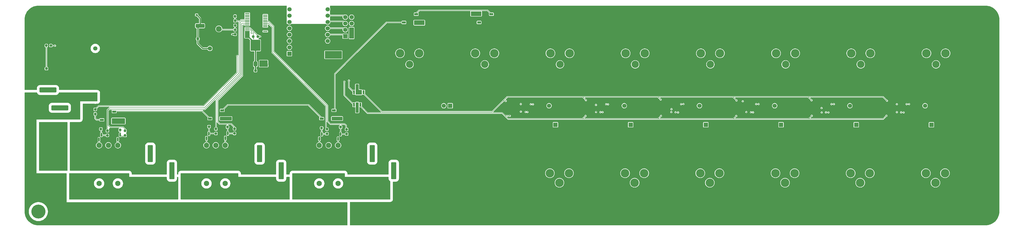
<source format=gtl>
G04 #@! TF.GenerationSoftware,KiCad,Pcbnew,9.0.2-9.0.2-0~ubuntu24.04.1*
G04 #@! TF.CreationDate,2025-06-16T11:23:01+02:00*
G04 #@! TF.ProjectId,PCB_Repetition,5043425f-5265-4706-9574-6974696f6e2e,rev?*
G04 #@! TF.SameCoordinates,Original*
G04 #@! TF.FileFunction,Copper,L1,Top*
G04 #@! TF.FilePolarity,Positive*
%FSLAX46Y46*%
G04 Gerber Fmt 4.6, Leading zero omitted, Abs format (unit mm)*
G04 Created by KiCad (PCBNEW 9.0.2-9.0.2-0~ubuntu24.04.1) date 2025-06-16 11:23:01*
%MOMM*%
%LPD*%
G01*
G04 APERTURE LIST*
G04 Aperture macros list*
%AMRoundRect*
0 Rectangle with rounded corners*
0 $1 Rounding radius*
0 $2 $3 $4 $5 $6 $7 $8 $9 X,Y pos of 4 corners*
0 Add a 4 corners polygon primitive as box body*
4,1,4,$2,$3,$4,$5,$6,$7,$8,$9,$2,$3,0*
0 Add four circle primitives for the rounded corners*
1,1,$1+$1,$2,$3*
1,1,$1+$1,$4,$5*
1,1,$1+$1,$6,$7*
1,1,$1+$1,$8,$9*
0 Add four rect primitives between the rounded corners*
20,1,$1+$1,$2,$3,$4,$5,0*
20,1,$1+$1,$4,$5,$6,$7,0*
20,1,$1+$1,$6,$7,$8,$9,0*
20,1,$1+$1,$8,$9,$2,$3,0*%
G04 Aperture macros list end*
G04 #@! TA.AperFunction,ComponentPad*
%ADD10C,1.700000*%
G04 #@! TD*
G04 #@! TA.AperFunction,ComponentPad*
%ADD11R,1.700000X1.700000*%
G04 #@! TD*
G04 #@! TA.AperFunction,SMDPad,CuDef*
%ADD12RoundRect,0.375000X0.375000X-0.625000X0.375000X0.625000X-0.375000X0.625000X-0.375000X-0.625000X0*%
G04 #@! TD*
G04 #@! TA.AperFunction,SMDPad,CuDef*
%ADD13RoundRect,0.500000X1.400000X-0.500000X1.400000X0.500000X-1.400000X0.500000X-1.400000X-0.500000X0*%
G04 #@! TD*
G04 #@! TA.AperFunction,SMDPad,CuDef*
%ADD14RoundRect,0.237500X-0.237500X0.300000X-0.237500X-0.300000X0.237500X-0.300000X0.237500X0.300000X0*%
G04 #@! TD*
G04 #@! TA.AperFunction,SMDPad,CuDef*
%ADD15RoundRect,0.237500X0.300000X0.237500X-0.300000X0.237500X-0.300000X-0.237500X0.300000X-0.237500X0*%
G04 #@! TD*
G04 #@! TA.AperFunction,SMDPad,CuDef*
%ADD16RoundRect,0.240000X-1.510000X-0.560000X1.510000X-0.560000X1.510000X0.560000X-1.510000X0.560000X0*%
G04 #@! TD*
G04 #@! TA.AperFunction,ComponentPad*
%ADD17C,2.300000*%
G04 #@! TD*
G04 #@! TA.AperFunction,SMDPad,CuDef*
%ADD18RoundRect,0.150000X-0.150000X0.587500X-0.150000X-0.587500X0.150000X-0.587500X0.150000X0.587500X0*%
G04 #@! TD*
G04 #@! TA.AperFunction,ComponentPad*
%ADD19C,3.600000*%
G04 #@! TD*
G04 #@! TA.AperFunction,ConnectorPad*
%ADD20C,5.600000*%
G04 #@! TD*
G04 #@! TA.AperFunction,SMDPad,CuDef*
%ADD21RoundRect,0.237500X-0.237500X0.250000X-0.237500X-0.250000X0.237500X-0.250000X0.237500X0.250000X0*%
G04 #@! TD*
G04 #@! TA.AperFunction,ComponentPad*
%ADD22C,2.600000*%
G04 #@! TD*
G04 #@! TA.AperFunction,ConnectorPad*
%ADD23C,3.800000*%
G04 #@! TD*
G04 #@! TA.AperFunction,SMDPad,CuDef*
%ADD24RoundRect,0.090000X0.660000X0.360000X-0.660000X0.360000X-0.660000X-0.360000X0.660000X-0.360000X0*%
G04 #@! TD*
G04 #@! TA.AperFunction,SMDPad,CuDef*
%ADD25RoundRect,0.237500X0.250000X0.237500X-0.250000X0.237500X-0.250000X-0.237500X0.250000X-0.237500X0*%
G04 #@! TD*
G04 #@! TA.AperFunction,SMDPad,CuDef*
%ADD26RoundRect,0.237500X0.237500X-0.250000X0.237500X0.250000X-0.237500X0.250000X-0.237500X-0.250000X0*%
G04 #@! TD*
G04 #@! TA.AperFunction,SMDPad,CuDef*
%ADD27RoundRect,0.237500X0.237500X-0.300000X0.237500X0.300000X-0.237500X0.300000X-0.237500X-0.300000X0*%
G04 #@! TD*
G04 #@! TA.AperFunction,SMDPad,CuDef*
%ADD28RoundRect,0.237500X-0.300000X-0.237500X0.300000X-0.237500X0.300000X0.237500X-0.300000X0.237500X0*%
G04 #@! TD*
G04 #@! TA.AperFunction,SMDPad,CuDef*
%ADD29RoundRect,0.237500X-0.287500X-0.237500X0.287500X-0.237500X0.287500X0.237500X-0.287500X0.237500X0*%
G04 #@! TD*
G04 #@! TA.AperFunction,SMDPad,CuDef*
%ADD30RoundRect,0.075000X0.390000X0.275000X-0.390000X0.275000X-0.390000X-0.275000X0.390000X-0.275000X0*%
G04 #@! TD*
G04 #@! TA.AperFunction,SMDPad,CuDef*
%ADD31RoundRect,0.075000X0.075000X0.275000X-0.075000X0.275000X-0.075000X-0.275000X0.075000X-0.275000X0*%
G04 #@! TD*
G04 #@! TA.AperFunction,SMDPad,CuDef*
%ADD32R,1.750000X0.450000*%
G04 #@! TD*
G04 #@! TA.AperFunction,SMDPad,CuDef*
%ADD33RoundRect,0.090000X-0.660000X-0.360000X0.660000X-0.360000X0.660000X0.360000X-0.660000X0.360000X0*%
G04 #@! TD*
G04 #@! TA.AperFunction,SMDPad,CuDef*
%ADD34R,0.802000X1.505000*%
G04 #@! TD*
G04 #@! TA.AperFunction,SMDPad,CuDef*
%ADD35R,3.502000X2.613000*%
G04 #@! TD*
G04 #@! TA.AperFunction,ComponentPad*
%ADD36C,3.400000*%
G04 #@! TD*
G04 #@! TA.AperFunction,ComponentPad*
%ADD37C,2.900000*%
G04 #@! TD*
G04 #@! TA.AperFunction,ComponentPad*
%ADD38RoundRect,0.315000X0.735000X-3.085000X0.735000X3.085000X-0.735000X3.085000X-0.735000X-3.085000X0*%
G04 #@! TD*
G04 #@! TA.AperFunction,ComponentPad*
%ADD39C,2.100000*%
G04 #@! TD*
G04 #@! TA.AperFunction,ComponentPad*
%ADD40RoundRect,0.300000X-3.100000X-0.700000X3.100000X-0.700000X3.100000X0.700000X-3.100000X0.700000X0*%
G04 #@! TD*
G04 #@! TA.AperFunction,ViaPad*
%ADD41C,0.400000*%
G04 #@! TD*
G04 #@! TA.AperFunction,Conductor*
%ADD42C,0.150000*%
G04 #@! TD*
G04 #@! TA.AperFunction,Conductor*
%ADD43C,0.500000*%
G04 #@! TD*
G04 #@! TA.AperFunction,Conductor*
%ADD44C,0.400000*%
G04 #@! TD*
G04 APERTURE END LIST*
D10*
X164670000Y-153540000D03*
X164670000Y-156080000D03*
X164670000Y-158620000D03*
D11*
X164670000Y-161160000D03*
D12*
X124030000Y-172280000D03*
X126330000Y-172280000D03*
D13*
X126330000Y-165980000D03*
D12*
X128630000Y-172280000D03*
D14*
X130760000Y-172837500D03*
X130760000Y-174562500D03*
D15*
X126322500Y-174940000D03*
X124597500Y-174940000D03*
D11*
X204000000Y-189000000D03*
D10*
X201460000Y-189000000D03*
X201460000Y-196620000D03*
D11*
X204000000Y-196620000D03*
D16*
X104210000Y-156990000D03*
X98610000Y-156990000D03*
D17*
X111720000Y-158240000D03*
X111720000Y-153240000D03*
D18*
X160250000Y-200362500D03*
X158350000Y-200362500D03*
X159300000Y-202237500D03*
D19*
X417600000Y-154460000D03*
D20*
X417600000Y-154460000D03*
D21*
X67266250Y-199021250D03*
X67266250Y-200846250D03*
D22*
X252000000Y-191000000D03*
D23*
X252000000Y-191000000D03*
D19*
X39710000Y-231360000D03*
D20*
X39710000Y-231360000D03*
D24*
X113050000Y-194150000D03*
X113050000Y-190850000D03*
X108150000Y-190850000D03*
X108150000Y-194150000D03*
D25*
X44712500Y-164900000D03*
X42887500Y-164900000D03*
D11*
X276000000Y-189000000D03*
D10*
X273460000Y-189000000D03*
X273460000Y-196620000D03*
D11*
X276000000Y-196620000D03*
D22*
X374000000Y-191000000D03*
D23*
X374000000Y-191000000D03*
D26*
X127300000Y-163112500D03*
X127300000Y-161287500D03*
D21*
X162700000Y-198467500D03*
X162700000Y-200292500D03*
D27*
X118160000Y-153190000D03*
X118160000Y-151465000D03*
D28*
X192897500Y-155740000D03*
X194622500Y-155740000D03*
D25*
X160302500Y-197510000D03*
X158477500Y-197510000D03*
D11*
X246000000Y-189000000D03*
D10*
X243460000Y-189000000D03*
X243460000Y-196620000D03*
D11*
X246000000Y-196620000D03*
D21*
X154840000Y-198360000D03*
X154840000Y-200185000D03*
D29*
X44675000Y-174150000D03*
X42925000Y-174150000D03*
D25*
X107802500Y-197380000D03*
X105977500Y-197380000D03*
D15*
X213072500Y-152210000D03*
X211347500Y-152210000D03*
D18*
X72320000Y-200622500D03*
X70420000Y-200622500D03*
X71370000Y-202497500D03*
D25*
X64652500Y-198320000D03*
X62827500Y-198320000D03*
D21*
X117970000Y-198237500D03*
X117970000Y-200062500D03*
D11*
X167210000Y-161160000D03*
D10*
X167210000Y-158620000D03*
X167210000Y-156080000D03*
X167210000Y-153540000D03*
D25*
X72332500Y-198700000D03*
X70507500Y-198700000D03*
D15*
X103322500Y-162190000D03*
X101597500Y-162190000D03*
D27*
X160290000Y-194042500D03*
X160290000Y-192317500D03*
D11*
X162130000Y-161160000D03*
D10*
X162130000Y-158620000D03*
X162130000Y-156080000D03*
X162130000Y-153540000D03*
D18*
X107750000Y-200162500D03*
X105850000Y-200162500D03*
X106800000Y-202037500D03*
X152790000Y-200335000D03*
X150890000Y-200335000D03*
X151840000Y-202210000D03*
D26*
X125400000Y-163112500D03*
X125400000Y-161287500D03*
D21*
X62400000Y-190452500D03*
X62400000Y-192277500D03*
D11*
X306000000Y-189000000D03*
D10*
X303460000Y-189000000D03*
X303460000Y-196620000D03*
D11*
X306000000Y-196620000D03*
D25*
X152712500Y-197900000D03*
X150887500Y-197900000D03*
D11*
X366000000Y-189000000D03*
D10*
X363460000Y-189000000D03*
X363460000Y-196620000D03*
D11*
X366000000Y-196620000D03*
D24*
X190450000Y-155650000D03*
X190450000Y-152350000D03*
X185550000Y-152350000D03*
X185550000Y-155650000D03*
D11*
X336000000Y-189000000D03*
D10*
X333460000Y-189000000D03*
X333460000Y-196620000D03*
D11*
X336000000Y-196620000D03*
D27*
X73390000Y-194612500D03*
X73390000Y-192887500D03*
D14*
X166910000Y-191047500D03*
X166910000Y-192772500D03*
D27*
X160080000Y-167942500D03*
X160080000Y-166217500D03*
D30*
X102855000Y-152670000D03*
D31*
X101970000Y-152670000D03*
D27*
X157900000Y-167962500D03*
X157900000Y-166237500D03*
D10*
X62425000Y-166060000D03*
X62425000Y-186380000D03*
X108145000Y-176220000D03*
X108145000Y-166060000D03*
D26*
X118180000Y-160415000D03*
X118180000Y-158590000D03*
D19*
X417600000Y-231350000D03*
D20*
X417600000Y-231350000D03*
D32*
X130250000Y-159235000D03*
X130250000Y-158585000D03*
X130250000Y-157935000D03*
X130250000Y-157285000D03*
X130250000Y-156635000D03*
X130250000Y-155985000D03*
X130250000Y-155335000D03*
X130250000Y-154685000D03*
X130250000Y-154035000D03*
X130250000Y-153385000D03*
X130250000Y-152735000D03*
X130250000Y-152085000D03*
X123050000Y-152085000D03*
X123050000Y-152735000D03*
X123050000Y-153385000D03*
X123050000Y-154035000D03*
X123050000Y-154685000D03*
X123050000Y-155335000D03*
X123050000Y-155985000D03*
X123050000Y-156635000D03*
X123050000Y-157285000D03*
X123050000Y-157935000D03*
X123050000Y-158585000D03*
X123050000Y-159235000D03*
D17*
X43610000Y-218300000D03*
X43610000Y-213300000D03*
D24*
X157630000Y-194150000D03*
X157630000Y-190850000D03*
X152730000Y-190850000D03*
X152730000Y-194150000D03*
D33*
X215550000Y-152350000D03*
X215550000Y-155650000D03*
X220450000Y-155650000D03*
X220450000Y-152350000D03*
D21*
X110540000Y-198280000D03*
X110540000Y-200105000D03*
X118180000Y-154992500D03*
X118180000Y-156817500D03*
D24*
X69950000Y-194650000D03*
X69950000Y-191350000D03*
X65050000Y-191350000D03*
X65050000Y-194650000D03*
D18*
X115250000Y-200062500D03*
X113350000Y-200062500D03*
X114300000Y-201937500D03*
D27*
X116190000Y-194142500D03*
X116190000Y-192417500D03*
D19*
X39710000Y-154460000D03*
D20*
X39710000Y-154460000D03*
D27*
X122700000Y-163062500D03*
X122700000Y-161337500D03*
D11*
X396000000Y-189000000D03*
D10*
X393460000Y-189000000D03*
X393460000Y-196620000D03*
D11*
X396000000Y-196620000D03*
D22*
X133000000Y-191000000D03*
D23*
X133000000Y-191000000D03*
D34*
X169445000Y-183602500D03*
X168175000Y-183602500D03*
X166905000Y-183602500D03*
X165635000Y-183602500D03*
X165635000Y-188597500D03*
X166905000Y-188597500D03*
X168175000Y-188597500D03*
X169445000Y-188597500D03*
D35*
X167540000Y-186100000D03*
D18*
X64850000Y-200622500D03*
X62950000Y-200622500D03*
X63900000Y-202497500D03*
D27*
X166880000Y-181032500D03*
X166880000Y-179307500D03*
D21*
X74310000Y-199037500D03*
X74310000Y-200862500D03*
D25*
X115152500Y-197500000D03*
X113327500Y-197500000D03*
D36*
X251400000Y-216000000D03*
X243780000Y-216000000D03*
X247590000Y-219810000D03*
X184000000Y-168000000D03*
X191620000Y-168000000D03*
D37*
X187810000Y-172450000D03*
D38*
X84395000Y-221850000D03*
X84395000Y-208150000D03*
X93000000Y-215000000D03*
D39*
X151780000Y-204830000D03*
X159280000Y-204830000D03*
X155500000Y-204830000D03*
X151780000Y-225130000D03*
X159280000Y-225130000D03*
X151780000Y-220090000D03*
X159280000Y-220090000D03*
X151780000Y-230170000D03*
X159280000Y-230170000D03*
D36*
X341400000Y-216000000D03*
X333780000Y-216000000D03*
X337590000Y-219810000D03*
X364000000Y-168000000D03*
X371620000Y-168000000D03*
D37*
X367810000Y-172450000D03*
D38*
X127995000Y-221850000D03*
X127995000Y-208150000D03*
X136600000Y-215000000D03*
D36*
X394000000Y-168000000D03*
X401620000Y-168000000D03*
D37*
X397810000Y-172450000D03*
D36*
X311400000Y-216000000D03*
X303780000Y-216000000D03*
X307590000Y-219810000D03*
D38*
X172895000Y-221850000D03*
X172895000Y-208150000D03*
X181500000Y-215000000D03*
D36*
X371400000Y-216000000D03*
X363780000Y-216000000D03*
X367590000Y-219810000D03*
X304000000Y-168000000D03*
X311620000Y-168000000D03*
D37*
X307810000Y-172450000D03*
D36*
X274000000Y-168000000D03*
X281620000Y-168000000D03*
D37*
X277810000Y-172450000D03*
D39*
X106780000Y-204830000D03*
X114280000Y-204830000D03*
X110500000Y-204830000D03*
X106780000Y-225130000D03*
X114280000Y-225130000D03*
X106780000Y-220090000D03*
X114280000Y-220090000D03*
X106780000Y-230170000D03*
X114280000Y-230170000D03*
D36*
X214000000Y-168000000D03*
X221620000Y-168000000D03*
D37*
X217810000Y-172450000D03*
D36*
X281400000Y-216000000D03*
X273780000Y-216000000D03*
X277590000Y-219810000D03*
X244000000Y-168000000D03*
X251620000Y-168000000D03*
D37*
X247810000Y-172450000D03*
D36*
X334000000Y-168000000D03*
X341620000Y-168000000D03*
D37*
X337810000Y-172450000D03*
D40*
X43540000Y-197000000D03*
X43540000Y-182700000D03*
X48280000Y-189830000D03*
D36*
X401400000Y-216000000D03*
X393780000Y-216000000D03*
X397590000Y-219810000D03*
D39*
X63940000Y-204830000D03*
X71440000Y-204830000D03*
X67660000Y-204830000D03*
X63940000Y-225130000D03*
X71440000Y-225130000D03*
X63940000Y-220090000D03*
X71440000Y-220090000D03*
X63940000Y-230170000D03*
X71440000Y-230170000D03*
D10*
X155105000Y-150370000D03*
X155105000Y-152910000D03*
X155105000Y-155450000D03*
X155105000Y-157990000D03*
X155105000Y-160530000D03*
X155105000Y-163070000D03*
X155105000Y-165610000D03*
D11*
X155105000Y-168150000D03*
X139865000Y-168150000D03*
D10*
X139865000Y-165610000D03*
X139865000Y-163070000D03*
X139865000Y-160530000D03*
X139865000Y-157990000D03*
X139865000Y-155450000D03*
X139865000Y-152910000D03*
X139865000Y-150370000D03*
D41*
X121760000Y-169440000D03*
X121780000Y-167640000D03*
X127160000Y-169500000D03*
X125310000Y-169430000D03*
X127130000Y-167610000D03*
X125330000Y-167630000D03*
X157990000Y-161390000D03*
X160730000Y-161390000D03*
X160360000Y-152200000D03*
X160330000Y-154100000D03*
X160580000Y-157100000D03*
X158020000Y-159250000D03*
X148170000Y-165420000D03*
X145370000Y-166920000D03*
X156560000Y-155710000D03*
X156560000Y-156690000D03*
X154290000Y-156680000D03*
X153190000Y-156680000D03*
X155390000Y-156680000D03*
X152090000Y-156680000D03*
X156540000Y-151420000D03*
X156540000Y-150420000D03*
X156540000Y-149420000D03*
X156540000Y-152420000D03*
X156560000Y-153650000D03*
X156560000Y-154750000D03*
X138950000Y-156680000D03*
X150990000Y-156680000D03*
X149890000Y-156680000D03*
X148790000Y-156680000D03*
X147690000Y-156680000D03*
X146590000Y-156680000D03*
X145490000Y-156680000D03*
X144390000Y-156680000D03*
X143290000Y-156680000D03*
X142190000Y-156680000D03*
X141090000Y-156680000D03*
X139860000Y-156710000D03*
X138390000Y-156030000D03*
X138390000Y-154930000D03*
X138390000Y-153830000D03*
X138390000Y-152730000D03*
X138390000Y-151630000D03*
X138390000Y-150530000D03*
X138390000Y-149430000D03*
X129880000Y-172700000D03*
X129890000Y-171810000D03*
X130840000Y-171840000D03*
X130840000Y-171120000D03*
X129900000Y-171140000D03*
X126820000Y-164670000D03*
X125820000Y-164670000D03*
X124820000Y-164670000D03*
X127820000Y-163870000D03*
X126820000Y-163870000D03*
X125820000Y-163870000D03*
X124820000Y-163870000D03*
X127820000Y-164670000D03*
X156540000Y-195560000D03*
X394490000Y-163850000D03*
X57310000Y-149430000D03*
X331490000Y-204660000D03*
X253390000Y-193550000D03*
X69420000Y-204110000D03*
X280340000Y-202990000D03*
X112250000Y-204050000D03*
X65800000Y-204120000D03*
X198890000Y-167080000D03*
X421880000Y-226650000D03*
X153670000Y-204160000D03*
X125070000Y-197160000D03*
X202610000Y-187460000D03*
X357670000Y-200570000D03*
X45310000Y-149430000D03*
X322360000Y-235700000D03*
X421880000Y-220650000D03*
X308240000Y-160800000D03*
X153690000Y-189470000D03*
X315310000Y-149430000D03*
X290240000Y-160800000D03*
X133600000Y-156200000D03*
X89800000Y-191900000D03*
X75390000Y-161300000D03*
X188550000Y-190720000D03*
X235380000Y-191000000D03*
X205860000Y-187500000D03*
X274800000Y-212860000D03*
X164520000Y-186500000D03*
X201310000Y-149430000D03*
X273310000Y-149430000D03*
X292360000Y-235700000D03*
X124680000Y-153990000D03*
X160840000Y-195630000D03*
X308840000Y-215440000D03*
X128870000Y-154060000D03*
X269700000Y-196970000D03*
X380590000Y-187230000D03*
X383700000Y-196970000D03*
X421880000Y-190650000D03*
X299990000Y-158040000D03*
X339310000Y-149430000D03*
X51380000Y-161300000D03*
X63380000Y-161300000D03*
X151000000Y-168090000D03*
X400550000Y-212370000D03*
X242780000Y-191690000D03*
X270540000Y-189870000D03*
X132270000Y-160600000D03*
X222030000Y-187490000D03*
X287700000Y-196970000D03*
X237770000Y-201350000D03*
X63700000Y-199400000D03*
X237310000Y-149430000D03*
X311990000Y-158040000D03*
X383460000Y-189970000D03*
X168010000Y-182060000D03*
X297680000Y-193400000D03*
X363870000Y-194980000D03*
X146310000Y-182520000D03*
X297310000Y-149430000D03*
X216030000Y-187490000D03*
X324970000Y-174350000D03*
X368580000Y-215320000D03*
X187230000Y-166330000D03*
X51310000Y-149430000D03*
X296240000Y-160800000D03*
X355440000Y-187520000D03*
X261310000Y-149430000D03*
X370250000Y-202270000D03*
X211520000Y-192800000D03*
X274600000Y-171160000D03*
X317700000Y-196970000D03*
X153510000Y-170950000D03*
X263700000Y-196970000D03*
X189310000Y-149430000D03*
X401700000Y-196970000D03*
X282540000Y-189870000D03*
X180920000Y-192900000D03*
X238360000Y-235700000D03*
X207350000Y-192810000D03*
X268270000Y-186450000D03*
X196360000Y-235700000D03*
X274800000Y-208050000D03*
X305110000Y-177250000D03*
X295010000Y-180020000D03*
X137110000Y-197040000D03*
X369950000Y-184220000D03*
X112800000Y-195670000D03*
X147430000Y-179870000D03*
X112280000Y-205410000D03*
X64900000Y-188410000D03*
X293990000Y-158040000D03*
X384840000Y-179960000D03*
X116680000Y-190190000D03*
X392990000Y-171060000D03*
X111390000Y-196800000D03*
X227700000Y-196970000D03*
X121760000Y-174600000D03*
X391090000Y-166190000D03*
X190330000Y-229670000D03*
X121610000Y-157410000D03*
X316360000Y-235700000D03*
X124700000Y-156230000D03*
X128890000Y-156300000D03*
X244980000Y-183210000D03*
X345310000Y-149430000D03*
X351190000Y-193650000D03*
X248580000Y-193560000D03*
X328620000Y-164090000D03*
X252770000Y-208250000D03*
X334620000Y-164090000D03*
X398880000Y-169400000D03*
X243910000Y-203220000D03*
X106220000Y-166980000D03*
X208360000Y-235700000D03*
X388070000Y-200390000D03*
X385520000Y-187010000D03*
X311700000Y-196970000D03*
X214360000Y-235700000D03*
X388090000Y-186000000D03*
X119170000Y-160860000D03*
X223580000Y-165880000D03*
X102000000Y-163960000D03*
X202360000Y-235700000D03*
X352360000Y-235700000D03*
X293700000Y-196970000D03*
X171310000Y-149430000D03*
X156640000Y-197280000D03*
X421880000Y-154650000D03*
X353080000Y-191630000D03*
X366340000Y-215170000D03*
X377700000Y-196970000D03*
X312930000Y-207590000D03*
X295520000Y-189800000D03*
X400650000Y-202090000D03*
X137290000Y-161780000D03*
X281700000Y-196970000D03*
X384840000Y-173960000D03*
X163240000Y-159800000D03*
X142030000Y-174460000D03*
X238650000Y-174500000D03*
X314380000Y-163250000D03*
X155890000Y-189460000D03*
X274360000Y-235700000D03*
X394210000Y-202260000D03*
X293170000Y-184440000D03*
X309230000Y-184370000D03*
X354940000Y-175750000D03*
X168920000Y-192900000D03*
X303030000Y-177260000D03*
X298260000Y-168060000D03*
X380780000Y-191550000D03*
X280370000Y-208080000D03*
X260240000Y-160800000D03*
X368880000Y-169280000D03*
X145340000Y-163650000D03*
X232360000Y-235700000D03*
X228090000Y-188070000D03*
X370150000Y-212550000D03*
X308830000Y-167090000D03*
X308890000Y-169290000D03*
X304070000Y-202560000D03*
X184170000Y-186030000D03*
X155650000Y-177070000D03*
X207280000Y-152500000D03*
X340530000Y-207840000D03*
X355580000Y-193590000D03*
X263990000Y-158040000D03*
X329700000Y-196970000D03*
X363310000Y-149430000D03*
X364360000Y-235700000D03*
X213310000Y-149430000D03*
X340360000Y-235700000D03*
X389700000Y-196970000D03*
X250350000Y-203050000D03*
X113628946Y-179392084D03*
X137500000Y-187800000D03*
X338830000Y-215800000D03*
X249310000Y-149430000D03*
X190330000Y-211670000D03*
X327380000Y-192960000D03*
X176260000Y-160020000D03*
X359720000Y-164170000D03*
X114220000Y-196950000D03*
X421880000Y-166650000D03*
X405310000Y-149430000D03*
X304810000Y-163690000D03*
X255660000Y-186510000D03*
X35570000Y-153230000D03*
X210310000Y-166970000D03*
X328220000Y-186390000D03*
X286360000Y-235700000D03*
X376670000Y-189810000D03*
X165370000Y-182070000D03*
X103800000Y-191900000D03*
X310410000Y-212670000D03*
X402970000Y-202130000D03*
X161520000Y-171130000D03*
X254240000Y-160800000D03*
X354940000Y-169750000D03*
X248600000Y-195350000D03*
X109890000Y-196870000D03*
X328360000Y-235700000D03*
X137270000Y-166790000D03*
X282550000Y-191780000D03*
X170190000Y-186090000D03*
X278670000Y-216040000D03*
X116740000Y-154030000D03*
X403070000Y-207290000D03*
X272520000Y-177170000D03*
X335040000Y-183160000D03*
X400360000Y-235700000D03*
X87390000Y-161300000D03*
X335540000Y-191920000D03*
X291310000Y-149430000D03*
X235400000Y-168460000D03*
X240370000Y-184270000D03*
X215700000Y-196970000D03*
X117310000Y-149430000D03*
X239070000Y-189190000D03*
X235400000Y-174460000D03*
X305110000Y-171250000D03*
X383230000Y-186920000D03*
X116790000Y-151080000D03*
X52900000Y-196500000D03*
X387310000Y-149430000D03*
X295010000Y-168020000D03*
X364710000Y-212140000D03*
X250870000Y-200380000D03*
X143110000Y-197040000D03*
X45380000Y-161300000D03*
X89800000Y-197900000D03*
X279310000Y-149430000D03*
X223630000Y-169580000D03*
X164750000Y-192910000D03*
X318290000Y-163720000D03*
X310360000Y-235700000D03*
X238650000Y-186500000D03*
X332960000Y-183170000D03*
X68370000Y-191840000D03*
X346360000Y-235700000D03*
X335040000Y-171160000D03*
X173220000Y-159550000D03*
X52900000Y-214500000D03*
X155930000Y-192370000D03*
X114060000Y-157490000D03*
X150780000Y-190930000D03*
X239700000Y-196970000D03*
X259350000Y-195170000D03*
X257700000Y-196970000D03*
X395110000Y-207150000D03*
X160070000Y-186450000D03*
X274600000Y-177160000D03*
X109920000Y-187820000D03*
X353700000Y-196970000D03*
X135870000Y-159930000D03*
X116340000Y-197130000D03*
X223610000Y-164090000D03*
X57380000Y-161300000D03*
X111940000Y-198520000D03*
X109890000Y-193460000D03*
X68400000Y-196700000D03*
X242900000Y-177220000D03*
X360040000Y-189650000D03*
X177890000Y-154440000D03*
X102700000Y-153610000D03*
X311030000Y-199720000D03*
X177310000Y-149430000D03*
X333310000Y-149430000D03*
X242900000Y-171220000D03*
X116670000Y-159470000D03*
X276430000Y-215890000D03*
X188760000Y-186170000D03*
X421880000Y-184650000D03*
X261660000Y-184270000D03*
X103350000Y-151570000D03*
X114600000Y-190770000D03*
X406360000Y-235700000D03*
X201280000Y-152500000D03*
X393310000Y-149430000D03*
X69450000Y-205470000D03*
X190330000Y-205670000D03*
X64930000Y-192390000D03*
X183310000Y-149430000D03*
X385610000Y-190010000D03*
X64930000Y-189770000D03*
X246440000Y-215950000D03*
X229630000Y-169580000D03*
X265460000Y-186490000D03*
X220360000Y-235700000D03*
X179310000Y-156580000D03*
X104220000Y-153020000D03*
X421880000Y-214650000D03*
X89800000Y-182400000D03*
X235360000Y-189210000D03*
X121620000Y-162030000D03*
X399310000Y-149430000D03*
X388090000Y-168000000D03*
X160760000Y-159250000D03*
X278660000Y-167180000D03*
X157010000Y-186500000D03*
X363810000Y-202440000D03*
X238650000Y-180500000D03*
X134230000Y-167060000D03*
X341020000Y-200080000D03*
X295010000Y-174020000D03*
X421880000Y-208650000D03*
X328220000Y-174390000D03*
X352020000Y-184470000D03*
X305990000Y-158040000D03*
X174360000Y-187910000D03*
X226360000Y-235700000D03*
X162760000Y-184260000D03*
X325530000Y-186350000D03*
X230920000Y-188630000D03*
X421880000Y-202650000D03*
X137500000Y-189650000D03*
X119070000Y-197160000D03*
X239020000Y-163830000D03*
X303310000Y-149430000D03*
X111310000Y-149430000D03*
X131890000Y-154120000D03*
X119340000Y-154020000D03*
X267310000Y-149430000D03*
X388090000Y-174000000D03*
X128580000Y-187770000D03*
X183980000Y-182220000D03*
X303430000Y-186130000D03*
X398220000Y-199420000D03*
X146630000Y-187990000D03*
X332960000Y-177170000D03*
X255660000Y-184270000D03*
X52900000Y-202500000D03*
X364710000Y-207330000D03*
X165310000Y-149430000D03*
X327310000Y-149430000D03*
X417310000Y-149430000D03*
X116590000Y-188110000D03*
X194790000Y-163220000D03*
X249040000Y-167230000D03*
X190330000Y-223670000D03*
X225310000Y-149430000D03*
X282660000Y-203030000D03*
X205160000Y-168800000D03*
X87310000Y-149430000D03*
X309050000Y-193370000D03*
X244980000Y-177210000D03*
X119090000Y-198480000D03*
X388490000Y-163850000D03*
X398980000Y-215140000D03*
X190330000Y-217670000D03*
X272240000Y-160800000D03*
X235400000Y-180460000D03*
X202790000Y-173700000D03*
X268360000Y-235700000D03*
X304970000Y-212260000D03*
X323670000Y-189920000D03*
X363860000Y-191630000D03*
X335040000Y-177160000D03*
X93310000Y-149430000D03*
X104900000Y-161600000D03*
X141990000Y-162520000D03*
X285310000Y-149430000D03*
X334360000Y-235700000D03*
X114040000Y-159470000D03*
X347700000Y-196970000D03*
X118150000Y-162870000D03*
X233210000Y-189240000D03*
X156820000Y-181710000D03*
X243310000Y-149430000D03*
X219310000Y-149430000D03*
X118150000Y-168470000D03*
X250360000Y-235700000D03*
X146720000Y-190070000D03*
X245020000Y-163830000D03*
X365720000Y-164170000D03*
X96800000Y-191900000D03*
X99310000Y-149430000D03*
X125460000Y-158170000D03*
X187230000Y-182260000D03*
X163230000Y-157190000D03*
X421880000Y-196650000D03*
X368900000Y-167110000D03*
X116460000Y-198440000D03*
X365040000Y-177250000D03*
X361140000Y-166660000D03*
X229580000Y-164070000D03*
X194760000Y-166300000D03*
X135310000Y-149430000D03*
X206040000Y-179740000D03*
X217580000Y-165880000D03*
X161510000Y-197150000D03*
X312830000Y-202430000D03*
X272520000Y-183170000D03*
X138410000Y-159520000D03*
X281990000Y-158040000D03*
X69310000Y-149430000D03*
X313030000Y-212940000D03*
X342820000Y-202790000D03*
X298260000Y-174060000D03*
X199520000Y-179650000D03*
X242240000Y-160800000D03*
X334960000Y-212620000D03*
X291330000Y-189820000D03*
X153670000Y-205510000D03*
X338070000Y-200080000D03*
X69380000Y-161300000D03*
X278660000Y-169000000D03*
X298360000Y-235700000D03*
X295400000Y-186110000D03*
X153740000Y-192650000D03*
X375310000Y-149430000D03*
X130190000Y-160610000D03*
X362960000Y-171260000D03*
X315280000Y-186470000D03*
X105310000Y-149430000D03*
X369310000Y-149430000D03*
X131070000Y-197160000D03*
X281170000Y-184440000D03*
X250380000Y-208140000D03*
X81390000Y-161300000D03*
X199340000Y-187410000D03*
X382360000Y-235700000D03*
X274600000Y-183160000D03*
X271330000Y-204900000D03*
X265020000Y-180410000D03*
X255670000Y-190330000D03*
X235090000Y-161520000D03*
X336590000Y-215650000D03*
X195280000Y-152500000D03*
X199520000Y-173650000D03*
X159310000Y-149430000D03*
X355450000Y-189550000D03*
X165610000Y-171130000D03*
X111840000Y-189450000D03*
X96800000Y-197900000D03*
X170500000Y-184090000D03*
X251700000Y-196970000D03*
X109860000Y-190630000D03*
X301500000Y-204300000D03*
X265020000Y-174410000D03*
X237370000Y-159060000D03*
X395070000Y-177050000D03*
X198710000Y-192850000D03*
X130190000Y-162030000D03*
X168170000Y-190110000D03*
X288470000Y-191480000D03*
X355660000Y-191620000D03*
X277910000Y-200320000D03*
X192710000Y-192850000D03*
X273900000Y-203160000D03*
X338710000Y-169110000D03*
X35570000Y-159230000D03*
X340500000Y-202750000D03*
X306600000Y-215290000D03*
X195310000Y-149430000D03*
X152990000Y-185320000D03*
X248240000Y-160800000D03*
X223520000Y-192800000D03*
X161570000Y-198640000D03*
X128580000Y-189620000D03*
X341440000Y-189830000D03*
X318290000Y-181720000D03*
X304360000Y-235700000D03*
X392990000Y-177060000D03*
X338710000Y-167170000D03*
X370660000Y-187330000D03*
X255310000Y-149430000D03*
X268640000Y-163780000D03*
X269990000Y-158040000D03*
X370770000Y-199600000D03*
X340020000Y-184470000D03*
X256360000Y-235700000D03*
X361240000Y-204180000D03*
X272520000Y-171170000D03*
X183960000Y-176210000D03*
X65800000Y-205470000D03*
X165730000Y-166980000D03*
X309280000Y-186470000D03*
X400680000Y-207180000D03*
X149110000Y-197040000D03*
X103800000Y-188400000D03*
X157290000Y-204150000D03*
X177170000Y-190740000D03*
X102000000Y-160960000D03*
X233210000Y-191000000D03*
X389670000Y-190120000D03*
X278240000Y-160800000D03*
X375950000Y-184220000D03*
X153720000Y-196020000D03*
X298260000Y-180060000D03*
X421880000Y-172650000D03*
X111870000Y-192660000D03*
X252870000Y-213600000D03*
X249660000Y-184270000D03*
X257990000Y-158040000D03*
X412360000Y-235700000D03*
X394360000Y-235700000D03*
X280860000Y-200320000D03*
X250250000Y-213330000D03*
X202770000Y-179690000D03*
X103800000Y-197900000D03*
X328220000Y-180390000D03*
X383240000Y-192910000D03*
X288540000Y-189870000D03*
X315230000Y-184370000D03*
X374620000Y-195050000D03*
X233700000Y-196970000D03*
X231310000Y-149430000D03*
X395110000Y-211960000D03*
X304970000Y-207450000D03*
X367740000Y-191610000D03*
X61580000Y-193840000D03*
X153730000Y-198520000D03*
X244360000Y-235700000D03*
X346020000Y-184470000D03*
X149890000Y-192090000D03*
X160090000Y-181710000D03*
X163600000Y-187650000D03*
X347440000Y-189830000D03*
X376360000Y-235700000D03*
X297320000Y-189800000D03*
X152490000Y-162400000D03*
X303030000Y-171260000D03*
X310510000Y-202390000D03*
X171300000Y-165070000D03*
X303680000Y-193400000D03*
X118150000Y-165870000D03*
X241340000Y-204960000D03*
X239090000Y-190980000D03*
X206040000Y-173740000D03*
X357310000Y-149430000D03*
X188540000Y-192860000D03*
X315580000Y-160230000D03*
X358190000Y-187790000D03*
X370280000Y-207360000D03*
X354940000Y-181750000D03*
X156640000Y-198650000D03*
X315050000Y-193370000D03*
X318290000Y-169720000D03*
X132220000Y-164060000D03*
X321380000Y-192960000D03*
X384840000Y-167960000D03*
X238650000Y-168500000D03*
X381310000Y-149430000D03*
X181800000Y-154440000D03*
X63310000Y-149430000D03*
X421880000Y-232650000D03*
X116240000Y-195600000D03*
X63100000Y-193810000D03*
X244810000Y-208110000D03*
X275990000Y-158040000D03*
X332960000Y-171170000D03*
X388090000Y-180000000D03*
X244810000Y-212920000D03*
X340400000Y-213030000D03*
X341700000Y-196970000D03*
X172310000Y-187890000D03*
X324970000Y-180350000D03*
X174680000Y-190920000D03*
X343020000Y-213300000D03*
X104960000Y-155330000D03*
X71400000Y-199400000D03*
X411310000Y-149430000D03*
X282860000Y-213540000D03*
X249040000Y-169050000D03*
X395070000Y-171050000D03*
X353380000Y-189580000D03*
X362960000Y-183260000D03*
X249660000Y-186510000D03*
X190330000Y-235670000D03*
X310540000Y-207480000D03*
X396740000Y-214990000D03*
X351190000Y-195040000D03*
X266240000Y-160800000D03*
X116690000Y-157490000D03*
X365040000Y-183250000D03*
X187230000Y-176260000D03*
X309310000Y-149430000D03*
X207310000Y-149430000D03*
X268270000Y-174450000D03*
X293240000Y-189800000D03*
X253400000Y-195460000D03*
X107080000Y-198360000D03*
X119160000Y-156240000D03*
X287990000Y-158040000D03*
X418360000Y-235700000D03*
X244980000Y-171210000D03*
X114150000Y-198450000D03*
X135580000Y-171590000D03*
X170140000Y-190130000D03*
X104900000Y-158600000D03*
X392990000Y-183060000D03*
X329670000Y-189920000D03*
X355530000Y-195070000D03*
X112710000Y-187000000D03*
X108630000Y-205410000D03*
X108630000Y-204060000D03*
X280360000Y-235700000D03*
X321540000Y-175760000D03*
X395070000Y-183050000D03*
X387450000Y-190010000D03*
X372570000Y-202310000D03*
X342920000Y-207950000D03*
X298810000Y-163690000D03*
X129310000Y-149430000D03*
X187270000Y-163470000D03*
X376660000Y-187330000D03*
X351310000Y-149430000D03*
X102020000Y-158610000D03*
X242900000Y-183220000D03*
X358190000Y-169790000D03*
X328220000Y-168390000D03*
X81310000Y-149430000D03*
X421880000Y-160650000D03*
X89800000Y-170390000D03*
X305110000Y-183250000D03*
X370640000Y-189930000D03*
X247920000Y-200380000D03*
X234370000Y-184270000D03*
X103450000Y-165870000D03*
X228370000Y-184270000D03*
X372770000Y-212820000D03*
X251990000Y-158040000D03*
X103440000Y-155320000D03*
X245990000Y-158040000D03*
X190330000Y-199670000D03*
X360050000Y-194930000D03*
X324970000Y-168350000D03*
X39310000Y-149430000D03*
X284240000Y-160800000D03*
X39380000Y-161300000D03*
X210030000Y-187490000D03*
X280240000Y-213270000D03*
X119770000Y-179530000D03*
X160110000Y-177340000D03*
X268270000Y-168450000D03*
X407700000Y-196970000D03*
X232750000Y-163950000D03*
X132320000Y-157650000D03*
X358360000Y-235700000D03*
X274640000Y-163780000D03*
X287170000Y-184440000D03*
X159400000Y-198680000D03*
X127500000Y-158600000D03*
X398910000Y-167090000D03*
X268270000Y-180450000D03*
X197640000Y-168880000D03*
X118150000Y-174470000D03*
X252670000Y-203090000D03*
X75310000Y-149430000D03*
X360040000Y-191620000D03*
X64870000Y-193530000D03*
X180910000Y-190720000D03*
X334060000Y-202920000D03*
X358190000Y-181790000D03*
X323700000Y-196970000D03*
X148280000Y-170030000D03*
X162760000Y-181810000D03*
X104900000Y-164600000D03*
X229580000Y-165880000D03*
X302240000Y-160800000D03*
X137300000Y-163980000D03*
X318290000Y-175720000D03*
X141150000Y-166810000D03*
X96800000Y-188400000D03*
X391640000Y-204000000D03*
X202950000Y-192900000D03*
X367820000Y-199600000D03*
X141030000Y-177040000D03*
X134300000Y-164050000D03*
X297930000Y-200690000D03*
X151806719Y-173058811D03*
X376160000Y-193600000D03*
X370360000Y-235700000D03*
X270550000Y-191780000D03*
X299700000Y-196970000D03*
X174920000Y-192900000D03*
X89800000Y-176400000D03*
X367730000Y-194900000D03*
X248680000Y-216100000D03*
X52900000Y-208500000D03*
X246740000Y-191810000D03*
X267760000Y-201290000D03*
X235400000Y-186460000D03*
X89800000Y-164390000D03*
X265470000Y-189870000D03*
X321540000Y-169760000D03*
X403170000Y-212640000D03*
X121360000Y-154020000D03*
X108440000Y-198330000D03*
X388360000Y-235700000D03*
X321310000Y-149430000D03*
X262360000Y-235700000D03*
X308080000Y-199720000D03*
X303030000Y-183260000D03*
X334960000Y-207810000D03*
X157580000Y-175050000D03*
X221700000Y-196970000D03*
X359700000Y-196970000D03*
X341540000Y-191920000D03*
X282760000Y-208190000D03*
X362960000Y-177260000D03*
X327920000Y-201050000D03*
X372670000Y-207470000D03*
X101830000Y-151560000D03*
X89800000Y-188400000D03*
X123310000Y-149430000D03*
X137330000Y-158450000D03*
X265020000Y-168410000D03*
X276550000Y-191780000D03*
X157320000Y-205510000D03*
X365040000Y-171250000D03*
X261590000Y-190420000D03*
X321540000Y-181760000D03*
X134350000Y-160590000D03*
X421880000Y-178650000D03*
X298260000Y-186060000D03*
X325559755Y-189882003D03*
X217520000Y-192800000D03*
X358190000Y-175790000D03*
X401170000Y-199420000D03*
X108180000Y-185050000D03*
X119300000Y-155100000D03*
X158700000Y-169400000D03*
X71590000Y-194540000D03*
X159060000Y-193810000D03*
X71600000Y-195710000D03*
X159050000Y-194500000D03*
X46350000Y-164950000D03*
X166560000Y-189930000D03*
X167240000Y-182360000D03*
X214470000Y-151500000D03*
X157400000Y-169400000D03*
X117000000Y-160400000D03*
X214470000Y-152800000D03*
X191790000Y-156390000D03*
X166550000Y-182350000D03*
X191790000Y-155090000D03*
X114760000Y-194460000D03*
X114770000Y-193770000D03*
X167250000Y-189940000D03*
X160000000Y-169400000D03*
X387090000Y-188340000D03*
X386110000Y-188360000D03*
X322150000Y-191520000D03*
X352220000Y-191690000D03*
X382210000Y-191560000D03*
X382200000Y-188390000D03*
X352170000Y-189920000D03*
X320730000Y-187200000D03*
X383910000Y-191630000D03*
X384910000Y-191670000D03*
X356130000Y-188350000D03*
X357090000Y-188330000D03*
X262200000Y-191510000D03*
X292210000Y-191530000D03*
X232200000Y-191330000D03*
X262170000Y-188660000D03*
X232180000Y-188320000D03*
X292290000Y-190360000D03*
X353910000Y-191630000D03*
X354900000Y-191650000D03*
X326090000Y-188330000D03*
X327050000Y-188320000D03*
X323990000Y-191610000D03*
X324830000Y-191620000D03*
X296130000Y-188360000D03*
X297080000Y-188310000D03*
X293900000Y-191610000D03*
X294910000Y-191650000D03*
X266980000Y-188420000D03*
X266240000Y-188400000D03*
X264795000Y-191560000D03*
X263930000Y-191540000D03*
X237020000Y-188420000D03*
X236170000Y-188400000D03*
X234820000Y-191510000D03*
X234080000Y-191470000D03*
X119020000Y-169060000D03*
X128260000Y-161300000D03*
X125600000Y-162160000D03*
X161770000Y-179380000D03*
X348250000Y-193010000D03*
X288120000Y-193050000D03*
X258010000Y-193060000D03*
X227820000Y-193020000D03*
X378040000Y-192990000D03*
X318100000Y-193080000D03*
X163610000Y-178930000D03*
X378260000Y-186980000D03*
X318260000Y-186880000D03*
X287970000Y-186510000D03*
X348180000Y-186810000D03*
X258150000Y-186760000D03*
X226170000Y-187060000D03*
D42*
X155105000Y-155450000D02*
X155325000Y-155230000D01*
X155325000Y-155230000D02*
X161280000Y-155230000D01*
X161280000Y-155230000D02*
X162130000Y-156080000D01*
D43*
X126330000Y-172280000D02*
X126330000Y-165980000D01*
X126322500Y-174940000D02*
X126322500Y-172287500D01*
X126322500Y-172287500D02*
X126330000Y-172280000D01*
X123890000Y-161780000D02*
X123680000Y-161570000D01*
X123680000Y-161570000D02*
X123680000Y-161560000D01*
X123680000Y-161560000D02*
X124749000Y-162629000D01*
X124749000Y-162629000D02*
X124749000Y-162860000D01*
D42*
X118180000Y-154992500D02*
X118180000Y-153210000D01*
X118180000Y-153210000D02*
X118160000Y-153190000D01*
X118287500Y-155100000D02*
X118180000Y-154992500D01*
X119300000Y-155100000D02*
X118287500Y-155100000D01*
D44*
X104210000Y-154025000D02*
X102855000Y-152670000D01*
D42*
X44762500Y-164950000D02*
X44712500Y-164900000D01*
D44*
X103322500Y-162190000D02*
X103322500Y-157877500D01*
X108145000Y-166060000D02*
X105230000Y-166060000D01*
X118165000Y-160400000D02*
X118180000Y-160415000D01*
X105230000Y-166060000D02*
X103322500Y-164152500D01*
X103322500Y-164152500D02*
X103322500Y-162190000D01*
X117000000Y-160400000D02*
X118165000Y-160400000D01*
X104210000Y-156990000D02*
X104210000Y-154025000D01*
X103322500Y-157877500D02*
X104210000Y-156990000D01*
D42*
X46350000Y-164950000D02*
X44762500Y-164950000D01*
X65040000Y-194660000D02*
X65050000Y-194650000D01*
X62950000Y-194660000D02*
X65040000Y-194660000D01*
X62400000Y-192277500D02*
X62400000Y-194110000D01*
X62400000Y-194110000D02*
X62950000Y-194660000D01*
X70180000Y-191120000D02*
X105120000Y-191120000D01*
X105120000Y-191120000D02*
X108150000Y-194150000D01*
X69950000Y-191350000D02*
X70180000Y-191120000D01*
X115220000Y-188680000D02*
X147510000Y-188680000D01*
X113050000Y-190850000D02*
X115220000Y-188680000D01*
X147510000Y-188680000D02*
X152730000Y-193900000D01*
X178600000Y-155660000D02*
X185540000Y-155660000D01*
X157630000Y-190850000D02*
X158020000Y-190460000D01*
X158020000Y-176240000D02*
X178600000Y-155660000D01*
X158020000Y-190460000D02*
X158020000Y-176240000D01*
X185540000Y-155660000D02*
X185550000Y-155650000D01*
X190450000Y-152350000D02*
X190450000Y-152010000D01*
X190450000Y-152010000D02*
X191630000Y-150830000D01*
X191630000Y-150830000D02*
X218930000Y-150830000D01*
X218930000Y-150830000D02*
X220450000Y-152350000D01*
X42887500Y-164900000D02*
X42887500Y-174112500D01*
X42887500Y-174112500D02*
X42925000Y-174150000D01*
X64880000Y-200262500D02*
X64746250Y-200128750D01*
X67266250Y-200846250D02*
X64853750Y-200846250D01*
X64760000Y-200712500D02*
X64850000Y-200622500D01*
X64746250Y-200128750D02*
X64746250Y-198811250D01*
X64850000Y-200622500D02*
X64880000Y-200592500D01*
X64732500Y-198400000D02*
X64652500Y-198320000D01*
X64732500Y-198797500D02*
X64732500Y-198400000D01*
X64853750Y-200846250D02*
X64760000Y-200752500D01*
X64746250Y-198811250D02*
X64732500Y-198797500D01*
X64760000Y-200752500D02*
X64760000Y-200712500D01*
X64880000Y-200592500D02*
X64880000Y-200262500D01*
X63900000Y-204790000D02*
X63940000Y-204830000D01*
X63900000Y-202497500D02*
X63900000Y-204790000D01*
X71370000Y-204760000D02*
X71440000Y-204830000D01*
X71370000Y-202497500D02*
X71370000Y-204760000D01*
X72897500Y-201200000D02*
X74240000Y-201200000D01*
X74310000Y-201130000D02*
X74310000Y-200862500D01*
X72332500Y-198827500D02*
X72332500Y-198700000D01*
X72300000Y-198860000D02*
X72332500Y-198827500D01*
X74240000Y-201200000D02*
X74310000Y-201130000D01*
X72300000Y-200602500D02*
X72300000Y-198860000D01*
X72320000Y-200622500D02*
X72897500Y-201200000D01*
X72320000Y-200622500D02*
X72300000Y-200602500D01*
X107750000Y-200162500D02*
X107807500Y-200105000D01*
X107802500Y-200110000D02*
X107750000Y-200162500D01*
X107807500Y-200105000D02*
X110540000Y-200105000D01*
X107802500Y-197380000D02*
X107802500Y-200110000D01*
X106800000Y-205810000D02*
X106780000Y-205830000D01*
X106800000Y-202037500D02*
X106800000Y-205810000D01*
X115250000Y-200062500D02*
X115250000Y-197597500D01*
X115250000Y-197597500D02*
X115152500Y-197500000D01*
X115250000Y-200062500D02*
X117970000Y-200062500D01*
X114300000Y-205810000D02*
X114280000Y-205830000D01*
X114300000Y-201937500D02*
X114300000Y-205810000D01*
X152712500Y-200257500D02*
X152790000Y-200335000D01*
X152712500Y-197900000D02*
X152712500Y-200257500D01*
X154690000Y-200335000D02*
X154840000Y-200185000D01*
X152790000Y-200335000D02*
X154690000Y-200335000D01*
X151840000Y-204770000D02*
X151780000Y-204830000D01*
X151840000Y-202210000D02*
X151840000Y-204770000D01*
X160302500Y-200310000D02*
X160250000Y-200362500D01*
X160250000Y-200362500D02*
X162555000Y-200362500D01*
X162555000Y-200362500D02*
X162630000Y-200287500D01*
X160302500Y-197510000D02*
X160302500Y-200310000D01*
X159300000Y-202237500D02*
X159300000Y-204810000D01*
X159300000Y-204810000D02*
X159280000Y-204830000D01*
X62400000Y-190452500D02*
X63732500Y-189120000D01*
X63732500Y-189120000D02*
X105620000Y-189120000D01*
X119040000Y-175700000D02*
X119040000Y-169080000D01*
X105620000Y-189120000D02*
X119040000Y-175700000D01*
X119040000Y-169080000D02*
X119020000Y-169060000D01*
X118180000Y-156817500D02*
X118180000Y-158590000D01*
X118180000Y-158590000D02*
X112070000Y-158590000D01*
X112070000Y-158590000D02*
X111720000Y-158240000D01*
X127300000Y-161000000D02*
X124200000Y-157900000D01*
X123085000Y-157900000D02*
X123050000Y-157935000D01*
X128260000Y-161300000D02*
X127312500Y-161300000D01*
X124200000Y-157900000D02*
X123085000Y-157900000D01*
X127300000Y-161287500D02*
X127300000Y-161000000D01*
X127312500Y-161300000D02*
X127300000Y-161287500D01*
X124836323Y-159036323D02*
X124751471Y-158951471D01*
X123065000Y-158600000D02*
X123050000Y-158585000D01*
X124400000Y-158600000D02*
X123065000Y-158600000D01*
X124688946Y-160032230D02*
X124604093Y-159947377D01*
X125600000Y-162160000D02*
X125600000Y-161487500D01*
X125600000Y-161487500D02*
X125400000Y-161287500D01*
X124751471Y-158951471D02*
X124400000Y-158600000D01*
X124604093Y-159607965D02*
X124836322Y-159375733D01*
X125600000Y-161087500D02*
X125600000Y-160264036D01*
X125600000Y-160264036D02*
X125600000Y-159800000D01*
X125260588Y-159800000D02*
X125028356Y-160032229D01*
X125400000Y-161287500D02*
X125600000Y-161087500D01*
X125028356Y-160032229D02*
G75*
G02*
X124688995Y-160032181I-169656J169729D01*
G01*
X125600000Y-159800000D02*
G75*
G03*
X125260588Y-159800000I-169706J-169701D01*
G01*
X124836322Y-159375733D02*
G75*
G03*
X124836351Y-159036296I-169722J169733D01*
G01*
X124604093Y-159947377D02*
G75*
G02*
X124604122Y-159607994I169707J169677D01*
G01*
X123050000Y-154685000D02*
X120515000Y-154685000D01*
X119760000Y-175970000D02*
X105950000Y-189780000D01*
X68170000Y-189780000D02*
X67266250Y-190683750D01*
X105950000Y-189780000D02*
X68170000Y-189780000D01*
X119760000Y-155440000D02*
X119760000Y-175970000D01*
X120515000Y-154685000D02*
X119760000Y-155440000D01*
X67266250Y-190683750D02*
X67266250Y-199021250D01*
X74270000Y-198290000D02*
X74270000Y-198997500D01*
X73560000Y-197580000D02*
X74270000Y-198290000D01*
X67516250Y-190787304D02*
X67516250Y-196820000D01*
X120700000Y-155200000D02*
X120210000Y-155690000D01*
X68276250Y-197580000D02*
X73560000Y-197580000D01*
X67516250Y-196820000D02*
X68276250Y-197580000D01*
X67843554Y-190460000D02*
X67516250Y-190787304D01*
X123050000Y-155335000D02*
X122915000Y-155200000D01*
X122915000Y-155200000D02*
X120700000Y-155200000D01*
X120210000Y-155690000D02*
X120210000Y-176290000D01*
X120210000Y-176290000D02*
X106040000Y-190460000D01*
X74270000Y-198997500D02*
X74310000Y-199037500D01*
X106040000Y-190460000D02*
X67843554Y-190460000D01*
X120650000Y-156280000D02*
X120650000Y-176610000D01*
X120945000Y-155985000D02*
X120650000Y-156280000D01*
X110600000Y-198220000D02*
X110540000Y-198280000D01*
X123050000Y-155985000D02*
X120945000Y-155985000D01*
X120650000Y-176610000D02*
X110600000Y-186660000D01*
X110600000Y-186660000D02*
X110600000Y-198220000D01*
X112090000Y-196310000D02*
X116680000Y-196310000D01*
X111250000Y-186770000D02*
X111240000Y-186770000D01*
X123050000Y-156635000D02*
X123015000Y-156600000D01*
X111240000Y-186770000D02*
X111240000Y-195460000D01*
X123015000Y-156600000D02*
X121350000Y-156600000D01*
X121350000Y-156600000D02*
X121080000Y-156870000D01*
X121080000Y-176940000D02*
X111250000Y-186770000D01*
X117970000Y-197600000D02*
X117970000Y-198237500D01*
X111240000Y-195460000D02*
X112090000Y-196310000D01*
X121080000Y-156870000D02*
X121080000Y-176940000D01*
X116680000Y-196310000D02*
X117970000Y-197600000D01*
X131560000Y-156010000D02*
X130275000Y-156010000D01*
X154460000Y-189060000D02*
X133050000Y-167650000D01*
X133050000Y-157500000D02*
X131560000Y-156010000D01*
X133050000Y-167650000D02*
X133050000Y-157500000D01*
X130275000Y-156010000D02*
X130250000Y-155985000D01*
X154840000Y-198360000D02*
X154460000Y-197980000D01*
X154460000Y-197980000D02*
X154460000Y-189060000D01*
X162490000Y-196870000D02*
X161950000Y-196330000D01*
X133560000Y-167370000D02*
X133560000Y-157220000D01*
X161950000Y-196330000D02*
X156220000Y-196330000D01*
X131675000Y-155335000D02*
X130250000Y-155335000D01*
X156220000Y-196330000D02*
X155000000Y-195110000D01*
X162490000Y-198257500D02*
X162490000Y-196870000D01*
X133560000Y-157220000D02*
X131675000Y-155335000D01*
X155000000Y-188810000D02*
X133560000Y-167370000D01*
X162700000Y-198467500D02*
X162490000Y-198257500D01*
X155000000Y-195110000D02*
X155000000Y-188810000D01*
X161770000Y-179380000D02*
X161790000Y-179400000D01*
X161790000Y-179400000D02*
X161790000Y-184752500D01*
X161790000Y-184752500D02*
X165635000Y-188597500D01*
X171020000Y-191930000D02*
X168175000Y-189085000D01*
X227160000Y-194290000D02*
X256780000Y-194290000D01*
X227820000Y-193020000D02*
X225890000Y-193020000D01*
X346970000Y-194290000D02*
X376740000Y-194290000D01*
X346970000Y-194290000D02*
X348250000Y-193010000D01*
X256780000Y-194290000D02*
X286880000Y-194290000D01*
X316890000Y-194290000D02*
X318100000Y-193080000D01*
X224800000Y-191930000D02*
X171020000Y-191930000D01*
X168175000Y-189085000D02*
X168175000Y-188597500D01*
X376740000Y-194290000D02*
X378040000Y-192990000D01*
X316890000Y-194290000D02*
X346970000Y-194290000D01*
X224800000Y-191930000D02*
X227160000Y-194290000D01*
X286880000Y-194290000D02*
X316890000Y-194290000D01*
X256780000Y-194290000D02*
X258010000Y-193060000D01*
X286880000Y-194290000D02*
X288120000Y-193050000D01*
X163610000Y-181577500D02*
X165635000Y-183602500D01*
X163610000Y-178930000D02*
X163610000Y-181577500D01*
X258150000Y-186760000D02*
X258150000Y-186680000D01*
X346830000Y-185460000D02*
X376740000Y-185460000D01*
X225160000Y-187060000D02*
X226760000Y-185460000D01*
X286920000Y-185460000D02*
X287970000Y-186510000D01*
X346830000Y-185460000D02*
X348180000Y-186810000D01*
X226170000Y-187060000D02*
X225160000Y-187060000D01*
X316840000Y-185460000D02*
X346830000Y-185460000D01*
X220780000Y-191440000D02*
X176810000Y-191440000D01*
X286920000Y-185460000D02*
X316840000Y-185460000D01*
X316840000Y-185460000D02*
X318260000Y-186880000D01*
X176810000Y-191440000D02*
X169445000Y-184075000D01*
X225160000Y-187060000D02*
X220780000Y-191440000D01*
X226760000Y-185460000D02*
X286920000Y-185460000D01*
X376740000Y-185460000D02*
X378260000Y-186980000D01*
X169445000Y-184075000D02*
X169445000Y-183602500D01*
X258150000Y-186680000D02*
X256930000Y-185460000D01*
X155105000Y-152910000D02*
X161500000Y-152910000D01*
X161500000Y-152910000D02*
X162130000Y-153540000D01*
X161500000Y-160530000D02*
X162130000Y-161160000D01*
X155105000Y-160530000D02*
X161500000Y-160530000D01*
X155105000Y-157990000D02*
X161500000Y-157990000D01*
X161500000Y-157990000D02*
X162130000Y-158620000D01*
G04 #@! TA.AperFunction,Conductor*
G36*
X160743039Y-167119685D02*
G01*
X160788794Y-167172489D01*
X160800000Y-167224000D01*
X160800000Y-169976000D01*
X160780315Y-170043039D01*
X160727511Y-170088794D01*
X160676000Y-170100000D01*
X154124000Y-170100000D01*
X154056961Y-170080315D01*
X154011206Y-170027511D01*
X154000000Y-169976000D01*
X154000000Y-167224000D01*
X154019685Y-167156961D01*
X154072489Y-167111206D01*
X154124000Y-167100000D01*
X160676000Y-167100000D01*
X160743039Y-167119685D01*
G37*
G04 #@! TD.AperFunction*
G04 #@! TA.AperFunction,Conductor*
G36*
X167453039Y-187669685D02*
G01*
X167498794Y-187722489D01*
X167510000Y-187774000D01*
X167510000Y-191659443D01*
X167490315Y-191726482D01*
X167437511Y-191772237D01*
X167385139Y-191783440D01*
X166433139Y-191776829D01*
X166366238Y-191756679D01*
X166320851Y-191703559D01*
X166310000Y-191652832D01*
X166310000Y-187774000D01*
X166329685Y-187706961D01*
X166382489Y-187661206D01*
X166434000Y-187650000D01*
X167386000Y-187650000D01*
X167453039Y-187669685D01*
G37*
G04 #@! TD.AperFunction*
G04 #@! TA.AperFunction,Conductor*
G36*
X74233039Y-194019685D02*
G01*
X74278794Y-194072489D01*
X74290000Y-194124000D01*
X74290000Y-196168741D01*
X74270315Y-196235780D01*
X74217511Y-196281535D01*
X74165680Y-196292741D01*
X69123680Y-196279746D01*
X69056692Y-196259888D01*
X69011073Y-196206967D01*
X69000000Y-196155746D01*
X69000000Y-194124000D01*
X69019685Y-194056961D01*
X69072489Y-194011206D01*
X69124000Y-194000000D01*
X74166000Y-194000000D01*
X74233039Y-194019685D01*
G37*
G04 #@! TD.AperFunction*
G04 #@! TA.AperFunction,Conductor*
G36*
X123943039Y-159030185D02*
G01*
X123988794Y-159082989D01*
X124000000Y-159134500D01*
X124000000Y-161776000D01*
X123980315Y-161843039D01*
X123927511Y-161888794D01*
X123876000Y-161900000D01*
X122224000Y-161900000D01*
X122156961Y-161880315D01*
X122111206Y-161827511D01*
X122100000Y-161776000D01*
X122100000Y-159134500D01*
X122119685Y-159067461D01*
X122172489Y-159021706D01*
X122224000Y-159010500D01*
X123876000Y-159010500D01*
X123943039Y-159030185D01*
G37*
G04 #@! TD.AperFunction*
G04 #@! TA.AperFunction,Conductor*
G36*
X165553318Y-157689685D02*
G01*
X165599073Y-157742489D01*
X165610279Y-157793721D01*
X165619720Y-161985721D01*
X165600186Y-162052804D01*
X165547485Y-162098678D01*
X165495720Y-162110000D01*
X163824280Y-162110000D01*
X163757241Y-162090315D01*
X163711486Y-162037511D01*
X163700280Y-161985721D01*
X163709721Y-157793721D01*
X163729557Y-157726726D01*
X163782464Y-157681090D01*
X163833721Y-157670000D01*
X165486279Y-157670000D01*
X165553318Y-157689685D01*
G37*
G04 #@! TD.AperFunction*
G04 #@! TA.AperFunction,Conductor*
G36*
X39145898Y-183719685D02*
G01*
X39191653Y-183772489D01*
X39198634Y-183791907D01*
X39213258Y-183846488D01*
X39213261Y-183846497D01*
X39309431Y-184052732D01*
X39309432Y-184052734D01*
X39439954Y-184239141D01*
X39600858Y-184400045D01*
X39600861Y-184400047D01*
X39787266Y-184530568D01*
X39993504Y-184626739D01*
X40213308Y-184685635D01*
X40383214Y-184700499D01*
X40383215Y-184700500D01*
X40383216Y-184700500D01*
X46696785Y-184700500D01*
X46696785Y-184700499D01*
X46866692Y-184685635D01*
X47086496Y-184626739D01*
X47292734Y-184530568D01*
X47479139Y-184400047D01*
X47640047Y-184239139D01*
X47770568Y-184052734D01*
X47866739Y-183846496D01*
X47881366Y-183791906D01*
X47917730Y-183732247D01*
X47980577Y-183701717D01*
X48001141Y-183700000D01*
X63176000Y-183700000D01*
X63243039Y-183719685D01*
X63288794Y-183772489D01*
X63300000Y-183824000D01*
X63300000Y-187076000D01*
X63280315Y-187143039D01*
X63227511Y-187188794D01*
X63176000Y-187200000D01*
X56400000Y-187200000D01*
X56400000Y-194376000D01*
X56380315Y-194443039D01*
X56327511Y-194488794D01*
X56276000Y-194500000D01*
X39000000Y-194500000D01*
X39000000Y-216000000D01*
X50876000Y-216000000D01*
X50943039Y-216019685D01*
X50988794Y-216072489D01*
X51000000Y-216124000D01*
X51000000Y-227600000D01*
X162876000Y-227600000D01*
X162943039Y-227619685D01*
X162988794Y-227672489D01*
X163000000Y-227724000D01*
X163000000Y-236732240D01*
X162980315Y-236799279D01*
X162927511Y-236845034D01*
X162876003Y-236856240D01*
X39719669Y-236859500D01*
X39712561Y-236859500D01*
X39707437Y-236859394D01*
X39260983Y-236840928D01*
X39250769Y-236840082D01*
X38809900Y-236785128D01*
X38799791Y-236783441D01*
X38364971Y-236692269D01*
X38355036Y-236689753D01*
X37929226Y-236562984D01*
X37919533Y-236559656D01*
X37505660Y-236398161D01*
X37496275Y-236394045D01*
X37097136Y-236198919D01*
X37088122Y-236194041D01*
X36706455Y-235966616D01*
X36697876Y-235961010D01*
X36336312Y-235702859D01*
X36328224Y-235696564D01*
X35989203Y-235409428D01*
X35981663Y-235402487D01*
X35667512Y-235088336D01*
X35660571Y-235080796D01*
X35440446Y-234820895D01*
X35373431Y-234741770D01*
X35367140Y-234733687D01*
X35108989Y-234372123D01*
X35103383Y-234363544D01*
X34875958Y-233981877D01*
X34871080Y-233972863D01*
X34842960Y-233915343D01*
X34675954Y-233573724D01*
X34671838Y-233564339D01*
X34575010Y-233316192D01*
X34510338Y-233150454D01*
X34507019Y-233140786D01*
X34380242Y-232714950D01*
X34377733Y-232705042D01*
X34286555Y-232270194D01*
X34284873Y-232260114D01*
X34229915Y-231819209D01*
X34229072Y-231809036D01*
X34210606Y-231362562D01*
X34210500Y-231357438D01*
X34210500Y-231173296D01*
X35909500Y-231173296D01*
X35909500Y-231546703D01*
X35946099Y-231918311D01*
X35946101Y-231918324D01*
X36018950Y-232284556D01*
X36127347Y-232641895D01*
X36270243Y-232986876D01*
X36270250Y-232986890D01*
X36446264Y-233316192D01*
X36446275Y-233316210D01*
X36653732Y-233626690D01*
X36890623Y-233915343D01*
X37154656Y-234179376D01*
X37443309Y-234416267D01*
X37443315Y-234416271D01*
X37753796Y-234623729D01*
X38083117Y-234799754D01*
X38428106Y-234942653D01*
X38785440Y-235051049D01*
X39151678Y-235123899D01*
X39523293Y-235160500D01*
X39523296Y-235160500D01*
X39896704Y-235160500D01*
X39896707Y-235160500D01*
X40268322Y-235123899D01*
X40634560Y-235051049D01*
X40991894Y-234942653D01*
X41336883Y-234799754D01*
X41666204Y-234623729D01*
X41976685Y-234416271D01*
X42265338Y-234179381D01*
X42529381Y-233915338D01*
X42766271Y-233626685D01*
X42973729Y-233316204D01*
X43149754Y-232986883D01*
X43292653Y-232641894D01*
X43401049Y-232284560D01*
X43473899Y-231918322D01*
X43510500Y-231546707D01*
X43510500Y-231173293D01*
X43473899Y-230801678D01*
X43401049Y-230435440D01*
X43292653Y-230078106D01*
X43149754Y-229733117D01*
X42973729Y-229403796D01*
X42766271Y-229093315D01*
X42766267Y-229093309D01*
X42529376Y-228804656D01*
X42265343Y-228540623D01*
X41976690Y-228303732D01*
X41666210Y-228096275D01*
X41666209Y-228096274D01*
X41666204Y-228096271D01*
X41666199Y-228096268D01*
X41666192Y-228096264D01*
X41336890Y-227920250D01*
X41336883Y-227920246D01*
X41336876Y-227920243D01*
X40991895Y-227777347D01*
X40646223Y-227672489D01*
X40634560Y-227668951D01*
X40634557Y-227668950D01*
X40634556Y-227668950D01*
X40268324Y-227596101D01*
X40268311Y-227596099D01*
X39987293Y-227568422D01*
X39896707Y-227559500D01*
X39523293Y-227559500D01*
X39439514Y-227567751D01*
X39151688Y-227596099D01*
X39151675Y-227596101D01*
X38785443Y-227668950D01*
X38428104Y-227777347D01*
X38083123Y-227920243D01*
X38083109Y-227920250D01*
X37753807Y-228096264D01*
X37753789Y-228096275D01*
X37443309Y-228303732D01*
X37154656Y-228540623D01*
X36890623Y-228804656D01*
X36653732Y-229093309D01*
X36446275Y-229403789D01*
X36446264Y-229403807D01*
X36270250Y-229733109D01*
X36270243Y-229733123D01*
X36127347Y-230078104D01*
X36018950Y-230435443D01*
X35946101Y-230801675D01*
X35946099Y-230801688D01*
X35909500Y-231173296D01*
X34210500Y-231173296D01*
X34210500Y-189073214D01*
X43879500Y-189073214D01*
X43879500Y-190586785D01*
X43894364Y-190756687D01*
X43894366Y-190756697D01*
X43953258Y-190976488D01*
X43953261Y-190976497D01*
X44049431Y-191182732D01*
X44049432Y-191182734D01*
X44179954Y-191369141D01*
X44340858Y-191530045D01*
X44340861Y-191530047D01*
X44527266Y-191660568D01*
X44733504Y-191756739D01*
X44953308Y-191815635D01*
X45123214Y-191830499D01*
X45123215Y-191830500D01*
X45123216Y-191830500D01*
X51436785Y-191830500D01*
X51436785Y-191830499D01*
X51606692Y-191815635D01*
X51826496Y-191756739D01*
X52032734Y-191660568D01*
X52219139Y-191530047D01*
X52380047Y-191369139D01*
X52510568Y-191182734D01*
X52606739Y-190976496D01*
X52665635Y-190756692D01*
X52680500Y-190586784D01*
X52680500Y-189073216D01*
X52665635Y-188903308D01*
X52606739Y-188683504D01*
X52510568Y-188477266D01*
X52380047Y-188290861D01*
X52380045Y-188290858D01*
X52219141Y-188129954D01*
X52032734Y-187999432D01*
X52032732Y-187999431D01*
X51826497Y-187903261D01*
X51826488Y-187903258D01*
X51606697Y-187844366D01*
X51606687Y-187844364D01*
X51436785Y-187829500D01*
X51436784Y-187829500D01*
X45123216Y-187829500D01*
X45123215Y-187829500D01*
X44953312Y-187844364D01*
X44953302Y-187844366D01*
X44733511Y-187903258D01*
X44733502Y-187903261D01*
X44527267Y-187999431D01*
X44527265Y-187999432D01*
X44340858Y-188129954D01*
X44179954Y-188290858D01*
X44049432Y-188477265D01*
X44049431Y-188477267D01*
X43953261Y-188683502D01*
X43953258Y-188683511D01*
X43894366Y-188903302D01*
X43894364Y-188903312D01*
X43879500Y-189073214D01*
X34210500Y-189073214D01*
X34210500Y-183824000D01*
X34230185Y-183756961D01*
X34282989Y-183711206D01*
X34334500Y-183700000D01*
X39078859Y-183700000D01*
X39145898Y-183719685D01*
G37*
G04 #@! TD.AperFunction*
G04 #@! TA.AperFunction,Conductor*
G36*
X193702478Y-154839994D02*
G01*
X193748516Y-154892551D01*
X193760000Y-154944668D01*
X193760000Y-156575328D01*
X193740315Y-156642367D01*
X193687511Y-156688122D01*
X193635330Y-156699326D01*
X189702513Y-156678067D01*
X189635581Y-156658021D01*
X189590112Y-156604970D01*
X189579190Y-156555417D01*
X189561927Y-154967252D01*
X189580882Y-154900002D01*
X189633186Y-154853676D01*
X189685249Y-154841906D01*
X193635333Y-154820670D01*
X193702478Y-154839994D01*
G37*
G04 #@! TD.AperFunction*
G04 #@! TA.AperFunction,Conductor*
G36*
X167423591Y-180429685D02*
G01*
X167469346Y-180482489D01*
X167480551Y-180533446D01*
X167490000Y-182650000D01*
X168656305Y-182659041D01*
X168723190Y-182679244D01*
X168768534Y-182732401D01*
X168779342Y-182783697D01*
X168770657Y-184416594D01*
X168750616Y-184483527D01*
X168697570Y-184529001D01*
X168646451Y-184539934D01*
X166403792Y-184536181D01*
X166336786Y-184516384D01*
X166291120Y-184463504D01*
X166280000Y-184412181D01*
X166280000Y-180534000D01*
X166299685Y-180466961D01*
X166352489Y-180421206D01*
X166404000Y-180410000D01*
X167356552Y-180410000D01*
X167423591Y-180429685D01*
G37*
G04 #@! TD.AperFunction*
G04 #@! TA.AperFunction,Conductor*
G36*
X216382478Y-151249994D02*
G01*
X216428516Y-151302551D01*
X216440000Y-151354668D01*
X216440000Y-152985328D01*
X216420315Y-153052367D01*
X216367511Y-153098122D01*
X216315330Y-153109326D01*
X212382513Y-153088067D01*
X212315581Y-153068021D01*
X212270112Y-153014970D01*
X212259190Y-152965417D01*
X212241927Y-151377252D01*
X212260882Y-151310002D01*
X212313186Y-151263676D01*
X212365249Y-151251906D01*
X216315333Y-151230670D01*
X216382478Y-151249994D01*
G37*
G04 #@! TD.AperFunction*
G04 #@! TA.AperFunction,Conductor*
G36*
X116812175Y-193439685D02*
G01*
X116857930Y-193492489D01*
X116869133Y-193544861D01*
X116860855Y-194736861D01*
X116840705Y-194803762D01*
X116787585Y-194849149D01*
X116736858Y-194860000D01*
X112234000Y-194860000D01*
X112166961Y-194840315D01*
X112121206Y-194787511D01*
X112110000Y-194736000D01*
X112110000Y-193544000D01*
X112129685Y-193476961D01*
X112182489Y-193431206D01*
X112234000Y-193420000D01*
X116745136Y-193420000D01*
X116812175Y-193439685D01*
G37*
G04 #@! TD.AperFunction*
G04 #@! TA.AperFunction,Conductor*
G36*
X160983039Y-193429685D02*
G01*
X161028794Y-193482489D01*
X161040000Y-193534000D01*
X161040000Y-194726000D01*
X161020315Y-194793039D01*
X160967511Y-194838794D01*
X160916000Y-194850000D01*
X156824864Y-194850000D01*
X156757825Y-194830315D01*
X156712070Y-194777511D01*
X156700867Y-194725139D01*
X156709145Y-193533139D01*
X156729295Y-193466238D01*
X156782415Y-193420851D01*
X156833142Y-193410000D01*
X160916000Y-193410000D01*
X160983039Y-193429685D01*
G37*
G04 #@! TD.AperFunction*
G04 #@! TA.AperFunction,Conductor*
G36*
X119443039Y-216019685D02*
G01*
X119488794Y-216072489D01*
X119500000Y-216124000D01*
X119500000Y-217500000D01*
X134425501Y-217500000D01*
X134492540Y-217519685D01*
X134538295Y-217572489D01*
X134549501Y-217624000D01*
X134549501Y-218142437D01*
X134564537Y-218314305D01*
X134564537Y-218314309D01*
X134624109Y-218536638D01*
X134624111Y-218536642D01*
X134624112Y-218536646D01*
X134628030Y-218545048D01*
X134721392Y-218745263D01*
X134721394Y-218745267D01*
X134774424Y-218821001D01*
X134853419Y-218933817D01*
X135016183Y-219096581D01*
X135018687Y-219098334D01*
X135204732Y-219228605D01*
X135204734Y-219228606D01*
X135204737Y-219228608D01*
X135413354Y-219325888D01*
X135635693Y-219385463D01*
X135807565Y-219400500D01*
X137392434Y-219400499D01*
X137564307Y-219385463D01*
X137786646Y-219325888D01*
X137995263Y-219228608D01*
X138183817Y-219096581D01*
X138346581Y-218933817D01*
X138478608Y-218745263D01*
X138575888Y-218536646D01*
X138635463Y-218314307D01*
X138650500Y-218142435D01*
X138650500Y-217624000D01*
X138670185Y-217556961D01*
X138722989Y-217511206D01*
X138774500Y-217500000D01*
X139870500Y-217500000D01*
X139937539Y-217519685D01*
X139983294Y-217572489D01*
X139994500Y-217624000D01*
X139994500Y-226376000D01*
X139974815Y-226443039D01*
X139922011Y-226488794D01*
X139870500Y-226500000D01*
X96624000Y-226500000D01*
X96556961Y-226480315D01*
X96511206Y-226427511D01*
X96500000Y-226376000D01*
X96500000Y-219955602D01*
X104729500Y-219955602D01*
X104729500Y-220224397D01*
X104764582Y-220490880D01*
X104764583Y-220490885D01*
X104764584Y-220490891D01*
X104764585Y-220490893D01*
X104834152Y-220750524D01*
X104937011Y-220998850D01*
X104937019Y-220998866D01*
X104984825Y-221081667D01*
X105071413Y-221231641D01*
X105071415Y-221231644D01*
X105071416Y-221231645D01*
X105235042Y-221444888D01*
X105235048Y-221444895D01*
X105425104Y-221634951D01*
X105425110Y-221634956D01*
X105638359Y-221798587D01*
X105787968Y-221884964D01*
X105871133Y-221932980D01*
X105871149Y-221932988D01*
X106026008Y-221997132D01*
X106119474Y-222035847D01*
X106379109Y-222105416D01*
X106567319Y-222130193D01*
X106645602Y-222140500D01*
X106645603Y-222140500D01*
X106914398Y-222140500D01*
X106974905Y-222132534D01*
X107180891Y-222105416D01*
X107440526Y-222035847D01*
X107627457Y-221958417D01*
X107688850Y-221932988D01*
X107688853Y-221932986D01*
X107688859Y-221932984D01*
X107921641Y-221798587D01*
X108134890Y-221634956D01*
X108324956Y-221444890D01*
X108488587Y-221231641D01*
X108622984Y-220998859D01*
X108638769Y-220960752D01*
X108673311Y-220877358D01*
X108725847Y-220750526D01*
X108795416Y-220490891D01*
X108830500Y-220224397D01*
X108830500Y-219955603D01*
X108830500Y-219955602D01*
X112229500Y-219955602D01*
X112229500Y-220224397D01*
X112264582Y-220490880D01*
X112264583Y-220490885D01*
X112264584Y-220490891D01*
X112264585Y-220490893D01*
X112334152Y-220750524D01*
X112437011Y-220998850D01*
X112437019Y-220998866D01*
X112484825Y-221081667D01*
X112571413Y-221231641D01*
X112571415Y-221231644D01*
X112571416Y-221231645D01*
X112735042Y-221444888D01*
X112735048Y-221444895D01*
X112925104Y-221634951D01*
X112925110Y-221634956D01*
X113138359Y-221798587D01*
X113287968Y-221884964D01*
X113371133Y-221932980D01*
X113371149Y-221932988D01*
X113526008Y-221997132D01*
X113619474Y-222035847D01*
X113879109Y-222105416D01*
X114067319Y-222130193D01*
X114145602Y-222140500D01*
X114145603Y-222140500D01*
X114414398Y-222140500D01*
X114474905Y-222132534D01*
X114680891Y-222105416D01*
X114940526Y-222035847D01*
X115127457Y-221958417D01*
X115188850Y-221932988D01*
X115188853Y-221932986D01*
X115188859Y-221932984D01*
X115421641Y-221798587D01*
X115634890Y-221634956D01*
X115824956Y-221444890D01*
X115988587Y-221231641D01*
X116122984Y-220998859D01*
X116138769Y-220960752D01*
X116173311Y-220877358D01*
X116225847Y-220750526D01*
X116295416Y-220490891D01*
X116330500Y-220224397D01*
X116330500Y-219955603D01*
X116295416Y-219689109D01*
X116225847Y-219429474D01*
X116173311Y-219302641D01*
X116122988Y-219181149D01*
X116122980Y-219181133D01*
X116074162Y-219096579D01*
X115988587Y-218948359D01*
X115824956Y-218735110D01*
X115824951Y-218735104D01*
X115634895Y-218545048D01*
X115634888Y-218545042D01*
X115421645Y-218381416D01*
X115421644Y-218381415D01*
X115421641Y-218381413D01*
X115305414Y-218314309D01*
X115188866Y-218247019D01*
X115188850Y-218247011D01*
X114940524Y-218144152D01*
X114810708Y-218109368D01*
X114680891Y-218074584D01*
X114680885Y-218074583D01*
X114680880Y-218074582D01*
X114414398Y-218039500D01*
X114414397Y-218039500D01*
X114145603Y-218039500D01*
X114145602Y-218039500D01*
X113879119Y-218074582D01*
X113879112Y-218074583D01*
X113879109Y-218074584D01*
X113824239Y-218089286D01*
X113619475Y-218144152D01*
X113371149Y-218247011D01*
X113371133Y-218247019D01*
X113138354Y-218381416D01*
X112925111Y-218545042D01*
X112925104Y-218545048D01*
X112735048Y-218735104D01*
X112735042Y-218735111D01*
X112571416Y-218948354D01*
X112437019Y-219181133D01*
X112437011Y-219181149D01*
X112334152Y-219429475D01*
X112264585Y-219689106D01*
X112264582Y-219689119D01*
X112229500Y-219955602D01*
X108830500Y-219955602D01*
X108795416Y-219689109D01*
X108725847Y-219429474D01*
X108673311Y-219302641D01*
X108622988Y-219181149D01*
X108622980Y-219181133D01*
X108574162Y-219096579D01*
X108488587Y-218948359D01*
X108324956Y-218735110D01*
X108324951Y-218735104D01*
X108134895Y-218545048D01*
X108134888Y-218545042D01*
X107921645Y-218381416D01*
X107921644Y-218381415D01*
X107921641Y-218381413D01*
X107805414Y-218314309D01*
X107688866Y-218247019D01*
X107688850Y-218247011D01*
X107440524Y-218144152D01*
X107310708Y-218109368D01*
X107180891Y-218074584D01*
X107180885Y-218074583D01*
X107180880Y-218074582D01*
X106914398Y-218039500D01*
X106914397Y-218039500D01*
X106645603Y-218039500D01*
X106645602Y-218039500D01*
X106379119Y-218074582D01*
X106379112Y-218074583D01*
X106379109Y-218074584D01*
X106324239Y-218089286D01*
X106119475Y-218144152D01*
X105871149Y-218247011D01*
X105871133Y-218247019D01*
X105638354Y-218381416D01*
X105425111Y-218545042D01*
X105425104Y-218545048D01*
X105235048Y-218735104D01*
X105235042Y-218735111D01*
X105071416Y-218948354D01*
X104937019Y-219181133D01*
X104937011Y-219181149D01*
X104834152Y-219429475D01*
X104764585Y-219689106D01*
X104764582Y-219689119D01*
X104729500Y-219955602D01*
X96500000Y-219955602D01*
X96500000Y-216124000D01*
X96519685Y-216056961D01*
X96572489Y-216011206D01*
X96624000Y-216000000D01*
X119376000Y-216000000D01*
X119443039Y-216019685D01*
G37*
G04 #@! TD.AperFunction*
G04 #@! TA.AperFunction,Conductor*
G36*
X51243039Y-195525185D02*
G01*
X51288794Y-195577989D01*
X51300000Y-195629500D01*
X51300000Y-214911605D01*
X51280315Y-214978644D01*
X51227511Y-215024399D01*
X51158353Y-215034343D01*
X51146027Y-215031928D01*
X51078402Y-215015082D01*
X51078403Y-215015082D01*
X50876001Y-214994500D01*
X50876000Y-214994500D01*
X40129500Y-214994500D01*
X40062461Y-214974815D01*
X40016706Y-214922011D01*
X40005500Y-214870500D01*
X40005500Y-195629500D01*
X40025185Y-195562461D01*
X40077989Y-195516706D01*
X40129500Y-195505500D01*
X51176000Y-195505500D01*
X51243039Y-195525185D01*
G37*
G04 #@! TD.AperFunction*
G04 #@! TA.AperFunction,Conductor*
G36*
X75893039Y-216019685D02*
G01*
X75938794Y-216072489D01*
X75950000Y-216124000D01*
X75950000Y-217500000D01*
X90825501Y-217500000D01*
X90892540Y-217519685D01*
X90938295Y-217572489D01*
X90949501Y-217624000D01*
X90949501Y-218142437D01*
X90964537Y-218314305D01*
X90964537Y-218314309D01*
X91024109Y-218536638D01*
X91024111Y-218536642D01*
X91024112Y-218536646D01*
X91028030Y-218545048D01*
X91121392Y-218745263D01*
X91121394Y-218745267D01*
X91226901Y-218895945D01*
X91253419Y-218933817D01*
X91416183Y-219096581D01*
X91418687Y-219098334D01*
X91604732Y-219228605D01*
X91604734Y-219228606D01*
X91604737Y-219228608D01*
X91813354Y-219325888D01*
X92035693Y-219385463D01*
X92207565Y-219400500D01*
X93792434Y-219400499D01*
X93964307Y-219385463D01*
X94186646Y-219325888D01*
X94395263Y-219228608D01*
X94583817Y-219096581D01*
X94746581Y-218933817D01*
X94878608Y-218745263D01*
X94975888Y-218536646D01*
X95035463Y-218314307D01*
X95050500Y-218142435D01*
X95050500Y-217624000D01*
X95053050Y-217615314D01*
X95051762Y-217606353D01*
X95062740Y-217582312D01*
X95070185Y-217556961D01*
X95077025Y-217551033D01*
X95080787Y-217542797D01*
X95103021Y-217528507D01*
X95122989Y-217511206D01*
X95133503Y-217508918D01*
X95139565Y-217505023D01*
X95174500Y-217500000D01*
X95370500Y-217500000D01*
X95437539Y-217519685D01*
X95483294Y-217572489D01*
X95494500Y-217624000D01*
X95494500Y-226376000D01*
X95474815Y-226443039D01*
X95422011Y-226488794D01*
X95370500Y-226500000D01*
X52129500Y-226500000D01*
X52062461Y-226480315D01*
X52016706Y-226427511D01*
X52005500Y-226376000D01*
X52005500Y-219955602D01*
X61889500Y-219955602D01*
X61889500Y-220224397D01*
X61924582Y-220490880D01*
X61924583Y-220490885D01*
X61924584Y-220490891D01*
X61924585Y-220490893D01*
X61994152Y-220750524D01*
X62097011Y-220998850D01*
X62097019Y-220998866D01*
X62144825Y-221081667D01*
X62231413Y-221231641D01*
X62231415Y-221231644D01*
X62231416Y-221231645D01*
X62395042Y-221444888D01*
X62395048Y-221444895D01*
X62585104Y-221634951D01*
X62585110Y-221634956D01*
X62798359Y-221798587D01*
X62947968Y-221884964D01*
X63031133Y-221932980D01*
X63031149Y-221932988D01*
X63186008Y-221997132D01*
X63279474Y-222035847D01*
X63539109Y-222105416D01*
X63727319Y-222130193D01*
X63805602Y-222140500D01*
X63805603Y-222140500D01*
X64074398Y-222140500D01*
X64134905Y-222132534D01*
X64340891Y-222105416D01*
X64600526Y-222035847D01*
X64787457Y-221958417D01*
X64848850Y-221932988D01*
X64848853Y-221932986D01*
X64848859Y-221932984D01*
X65081641Y-221798587D01*
X65294890Y-221634956D01*
X65484956Y-221444890D01*
X65648587Y-221231641D01*
X65782984Y-220998859D01*
X65798769Y-220960752D01*
X65833311Y-220877358D01*
X65885847Y-220750526D01*
X65955416Y-220490891D01*
X65990500Y-220224397D01*
X65990500Y-219955603D01*
X65990500Y-219955602D01*
X69389500Y-219955602D01*
X69389500Y-220224397D01*
X69424582Y-220490880D01*
X69424583Y-220490885D01*
X69424584Y-220490891D01*
X69424585Y-220490893D01*
X69494152Y-220750524D01*
X69597011Y-220998850D01*
X69597019Y-220998866D01*
X69644825Y-221081667D01*
X69731413Y-221231641D01*
X69731415Y-221231644D01*
X69731416Y-221231645D01*
X69895042Y-221444888D01*
X69895048Y-221444895D01*
X70085104Y-221634951D01*
X70085110Y-221634956D01*
X70298359Y-221798587D01*
X70447968Y-221884964D01*
X70531133Y-221932980D01*
X70531149Y-221932988D01*
X70686008Y-221997132D01*
X70779474Y-222035847D01*
X71039109Y-222105416D01*
X71227319Y-222130193D01*
X71305602Y-222140500D01*
X71305603Y-222140500D01*
X71574398Y-222140500D01*
X71634905Y-222132534D01*
X71840891Y-222105416D01*
X72100526Y-222035847D01*
X72287457Y-221958417D01*
X72348850Y-221932988D01*
X72348853Y-221932986D01*
X72348859Y-221932984D01*
X72581641Y-221798587D01*
X72794890Y-221634956D01*
X72984956Y-221444890D01*
X73148587Y-221231641D01*
X73282984Y-220998859D01*
X73298769Y-220960752D01*
X73333311Y-220877358D01*
X73385847Y-220750526D01*
X73455416Y-220490891D01*
X73490500Y-220224397D01*
X73490500Y-219955603D01*
X73455416Y-219689109D01*
X73385847Y-219429474D01*
X73333311Y-219302641D01*
X73282988Y-219181149D01*
X73282980Y-219181133D01*
X73214705Y-219062879D01*
X73148587Y-218948359D01*
X72984956Y-218735110D01*
X72984951Y-218735104D01*
X72794895Y-218545048D01*
X72794888Y-218545042D01*
X72581645Y-218381416D01*
X72581644Y-218381415D01*
X72581641Y-218381413D01*
X72465414Y-218314309D01*
X72348866Y-218247019D01*
X72348850Y-218247011D01*
X72100524Y-218144152D01*
X71970708Y-218109368D01*
X71840891Y-218074584D01*
X71840885Y-218074583D01*
X71840880Y-218074582D01*
X71574398Y-218039500D01*
X71574397Y-218039500D01*
X71305603Y-218039500D01*
X71305602Y-218039500D01*
X71039119Y-218074582D01*
X71039112Y-218074583D01*
X71039109Y-218074584D01*
X70984239Y-218089286D01*
X70779475Y-218144152D01*
X70531149Y-218247011D01*
X70531133Y-218247019D01*
X70298354Y-218381416D01*
X70085111Y-218545042D01*
X70085104Y-218545048D01*
X69895048Y-218735104D01*
X69895042Y-218735111D01*
X69731416Y-218948354D01*
X69597019Y-219181133D01*
X69597011Y-219181149D01*
X69494152Y-219429475D01*
X69424585Y-219689106D01*
X69424582Y-219689119D01*
X69389500Y-219955602D01*
X65990500Y-219955602D01*
X65955416Y-219689109D01*
X65885847Y-219429474D01*
X65833311Y-219302641D01*
X65782988Y-219181149D01*
X65782980Y-219181133D01*
X65714705Y-219062879D01*
X65648587Y-218948359D01*
X65484956Y-218735110D01*
X65484951Y-218735104D01*
X65294895Y-218545048D01*
X65294888Y-218545042D01*
X65081645Y-218381416D01*
X65081644Y-218381415D01*
X65081641Y-218381413D01*
X64965414Y-218314309D01*
X64848866Y-218247019D01*
X64848850Y-218247011D01*
X64600524Y-218144152D01*
X64470708Y-218109368D01*
X64340891Y-218074584D01*
X64340885Y-218074583D01*
X64340880Y-218074582D01*
X64074398Y-218039500D01*
X64074397Y-218039500D01*
X63805603Y-218039500D01*
X63805602Y-218039500D01*
X63539119Y-218074582D01*
X63539112Y-218074583D01*
X63539109Y-218074584D01*
X63484239Y-218089286D01*
X63279475Y-218144152D01*
X63031149Y-218247011D01*
X63031133Y-218247019D01*
X62798354Y-218381416D01*
X62585111Y-218545042D01*
X62585104Y-218545048D01*
X62395048Y-218735104D01*
X62395042Y-218735111D01*
X62231416Y-218948354D01*
X62097019Y-219181133D01*
X62097011Y-219181149D01*
X61994152Y-219429475D01*
X61924585Y-219689106D01*
X61924582Y-219689119D01*
X61889500Y-219955602D01*
X52005500Y-219955602D01*
X52005500Y-216124000D01*
X52025185Y-216056961D01*
X52077989Y-216011206D01*
X52129500Y-216000000D01*
X75826000Y-216000000D01*
X75893039Y-216019685D01*
G37*
G04 #@! TD.AperFunction*
G04 #@! TA.AperFunction,Conductor*
G36*
X161943039Y-216019685D02*
G01*
X161988794Y-216072489D01*
X162000000Y-216124000D01*
X162000000Y-217500000D01*
X179325501Y-217500000D01*
X179392540Y-217519685D01*
X179438295Y-217572489D01*
X179449501Y-217624000D01*
X179449501Y-218142437D01*
X179464537Y-218314305D01*
X179464537Y-218314309D01*
X179524109Y-218536638D01*
X179524111Y-218536642D01*
X179524112Y-218536646D01*
X179528030Y-218545048D01*
X179621392Y-218745263D01*
X179621394Y-218745267D01*
X179726901Y-218895945D01*
X179753419Y-218933817D01*
X179916183Y-219096581D01*
X180097124Y-219223277D01*
X180140748Y-219277853D01*
X180150000Y-219324851D01*
X180150000Y-226376000D01*
X180130315Y-226443039D01*
X180077511Y-226488794D01*
X180026000Y-226500000D01*
X141124000Y-226500000D01*
X141056961Y-226480315D01*
X141011206Y-226427511D01*
X141000000Y-226376000D01*
X141000000Y-219955602D01*
X149729500Y-219955602D01*
X149729500Y-220224397D01*
X149764582Y-220490880D01*
X149764583Y-220490885D01*
X149764584Y-220490891D01*
X149764585Y-220490893D01*
X149834152Y-220750524D01*
X149937011Y-220998850D01*
X149937019Y-220998866D01*
X150017830Y-221138832D01*
X150071413Y-221231641D01*
X150071415Y-221231644D01*
X150071416Y-221231645D01*
X150235042Y-221444888D01*
X150235048Y-221444895D01*
X150425104Y-221634951D01*
X150425110Y-221634956D01*
X150638359Y-221798587D01*
X150787968Y-221884964D01*
X150871133Y-221932980D01*
X150871149Y-221932988D01*
X151026008Y-221997132D01*
X151119474Y-222035847D01*
X151379109Y-222105416D01*
X151567319Y-222130193D01*
X151645602Y-222140500D01*
X151645603Y-222140500D01*
X151914398Y-222140500D01*
X151974905Y-222132534D01*
X152180891Y-222105416D01*
X152440526Y-222035847D01*
X152627457Y-221958417D01*
X152688850Y-221932988D01*
X152688853Y-221932986D01*
X152688859Y-221932984D01*
X152921641Y-221798587D01*
X153134890Y-221634956D01*
X153324956Y-221444890D01*
X153488587Y-221231641D01*
X153622984Y-220998859D01*
X153725847Y-220750526D01*
X153795416Y-220490891D01*
X153830500Y-220224397D01*
X153830500Y-219955603D01*
X153830500Y-219955602D01*
X157229500Y-219955602D01*
X157229500Y-220224397D01*
X157264582Y-220490880D01*
X157264583Y-220490885D01*
X157264584Y-220490891D01*
X157264585Y-220490893D01*
X157334152Y-220750524D01*
X157437011Y-220998850D01*
X157437019Y-220998866D01*
X157517830Y-221138832D01*
X157571413Y-221231641D01*
X157571415Y-221231644D01*
X157571416Y-221231645D01*
X157735042Y-221444888D01*
X157735048Y-221444895D01*
X157925104Y-221634951D01*
X157925110Y-221634956D01*
X158138359Y-221798587D01*
X158287968Y-221884964D01*
X158371133Y-221932980D01*
X158371149Y-221932988D01*
X158526008Y-221997132D01*
X158619474Y-222035847D01*
X158879109Y-222105416D01*
X159067319Y-222130193D01*
X159145602Y-222140500D01*
X159145603Y-222140500D01*
X159414398Y-222140500D01*
X159474905Y-222132534D01*
X159680891Y-222105416D01*
X159940526Y-222035847D01*
X160127457Y-221958417D01*
X160188850Y-221932988D01*
X160188853Y-221932986D01*
X160188859Y-221932984D01*
X160421641Y-221798587D01*
X160634890Y-221634956D01*
X160824956Y-221444890D01*
X160988587Y-221231641D01*
X161122984Y-220998859D01*
X161225847Y-220750526D01*
X161295416Y-220490891D01*
X161330500Y-220224397D01*
X161330500Y-219955603D01*
X161295416Y-219689109D01*
X161225847Y-219429474D01*
X161182511Y-219324851D01*
X161122988Y-219181149D01*
X161122980Y-219181133D01*
X161074162Y-219096579D01*
X160988587Y-218948359D01*
X160824956Y-218735110D01*
X160824951Y-218735104D01*
X160634895Y-218545048D01*
X160634888Y-218545042D01*
X160421645Y-218381416D01*
X160421644Y-218381415D01*
X160421641Y-218381413D01*
X160305414Y-218314309D01*
X160188866Y-218247019D01*
X160188850Y-218247011D01*
X159940524Y-218144152D01*
X159810708Y-218109368D01*
X159680891Y-218074584D01*
X159680885Y-218074583D01*
X159680880Y-218074582D01*
X159414398Y-218039500D01*
X159414397Y-218039500D01*
X159145603Y-218039500D01*
X159145602Y-218039500D01*
X158879119Y-218074582D01*
X158879112Y-218074583D01*
X158879109Y-218074584D01*
X158824239Y-218089286D01*
X158619475Y-218144152D01*
X158371149Y-218247011D01*
X158371133Y-218247019D01*
X158138354Y-218381416D01*
X157925111Y-218545042D01*
X157925104Y-218545048D01*
X157735048Y-218735104D01*
X157735042Y-218735111D01*
X157571416Y-218948354D01*
X157437019Y-219181133D01*
X157437011Y-219181149D01*
X157334152Y-219429475D01*
X157264585Y-219689106D01*
X157264582Y-219689119D01*
X157229500Y-219955602D01*
X153830500Y-219955602D01*
X153795416Y-219689109D01*
X153725847Y-219429474D01*
X153682511Y-219324851D01*
X153622988Y-219181149D01*
X153622980Y-219181133D01*
X153574162Y-219096579D01*
X153488587Y-218948359D01*
X153324956Y-218735110D01*
X153324951Y-218735104D01*
X153134895Y-218545048D01*
X153134888Y-218545042D01*
X152921645Y-218381416D01*
X152921644Y-218381415D01*
X152921641Y-218381413D01*
X152805414Y-218314309D01*
X152688866Y-218247019D01*
X152688850Y-218247011D01*
X152440524Y-218144152D01*
X152310708Y-218109368D01*
X152180891Y-218074584D01*
X152180885Y-218074583D01*
X152180880Y-218074582D01*
X151914398Y-218039500D01*
X151914397Y-218039500D01*
X151645603Y-218039500D01*
X151645602Y-218039500D01*
X151379119Y-218074582D01*
X151379112Y-218074583D01*
X151379109Y-218074584D01*
X151324239Y-218089286D01*
X151119475Y-218144152D01*
X150871149Y-218247011D01*
X150871133Y-218247019D01*
X150638354Y-218381416D01*
X150425111Y-218545042D01*
X150425104Y-218545048D01*
X150235048Y-218735104D01*
X150235042Y-218735111D01*
X150071416Y-218948354D01*
X149937019Y-219181133D01*
X149937011Y-219181149D01*
X149834152Y-219429475D01*
X149764585Y-219689106D01*
X149764582Y-219689119D01*
X149729500Y-219955602D01*
X141000000Y-219955602D01*
X141000000Y-216124000D01*
X141019685Y-216056961D01*
X141072489Y-216011206D01*
X141124000Y-216000000D01*
X161876000Y-216000000D01*
X161943039Y-216019685D01*
G37*
G04 #@! TD.AperFunction*
G04 #@! TA.AperFunction,Conductor*
G36*
X417601816Y-148950613D02*
G01*
X418048985Y-148969853D01*
X418059183Y-148970715D01*
X418500812Y-149026511D01*
X418510877Y-149028208D01*
X418946366Y-149120277D01*
X418956296Y-149122809D01*
X419103741Y-149166972D01*
X419382698Y-149250527D01*
X419392369Y-149253865D01*
X419707271Y-149377344D01*
X419806754Y-149416354D01*
X419816132Y-149420486D01*
X420215693Y-149616643D01*
X420224699Y-149621536D01*
X420606689Y-149850015D01*
X420615259Y-149855635D01*
X420622504Y-149860826D01*
X420977075Y-150114877D01*
X420985139Y-150121175D01*
X421324319Y-150409416D01*
X421331847Y-150416369D01*
X421402608Y-150487366D01*
X421646053Y-150731622D01*
X421652982Y-150739173D01*
X421940099Y-151079317D01*
X421946370Y-151087403D01*
X422204420Y-151450099D01*
X422210001Y-151458673D01*
X422437203Y-151841415D01*
X422442066Y-151850436D01*
X422636891Y-152250643D01*
X422640992Y-152260035D01*
X422802099Y-152674954D01*
X422805411Y-152684653D01*
X422931707Y-153111469D01*
X422934206Y-153121408D01*
X423024823Y-153557187D01*
X423026493Y-153567299D01*
X423080814Y-154009078D01*
X423081643Y-154019293D01*
X423099398Y-154466614D01*
X423099496Y-154471527D01*
X423099496Y-154472145D01*
X423099391Y-154535059D01*
X423099498Y-154535462D01*
X423099499Y-154543918D01*
X423099499Y-154543923D01*
X423099500Y-231284108D01*
X423099500Y-231347438D01*
X423099394Y-231352562D01*
X423080928Y-231799016D01*
X423080082Y-231809230D01*
X423025128Y-232250099D01*
X423023441Y-232260208D01*
X422932269Y-232695028D01*
X422929753Y-232704963D01*
X422802984Y-233130773D01*
X422799656Y-233140466D01*
X422638161Y-233554339D01*
X422634045Y-233563724D01*
X422438919Y-233962863D01*
X422434041Y-233971877D01*
X422206616Y-234353544D01*
X422201010Y-234362123D01*
X421942859Y-234723687D01*
X421936564Y-234731775D01*
X421649428Y-235070796D01*
X421642487Y-235078336D01*
X421328336Y-235392487D01*
X421320796Y-235399428D01*
X420981775Y-235686564D01*
X420973687Y-235692859D01*
X420612123Y-235951010D01*
X420603544Y-235956616D01*
X420221877Y-236184041D01*
X420212863Y-236188919D01*
X419813724Y-236384045D01*
X419804339Y-236388161D01*
X419390466Y-236549656D01*
X419380773Y-236552984D01*
X418954963Y-236679753D01*
X418945028Y-236682269D01*
X418510208Y-236773441D01*
X418500099Y-236775128D01*
X418059230Y-236830082D01*
X418049016Y-236830928D01*
X417602562Y-236849393D01*
X417597455Y-236849499D01*
X417590320Y-236849499D01*
X417590305Y-236849500D01*
X417529002Y-236849500D01*
X417528974Y-236849501D01*
X164129503Y-236856207D01*
X164062463Y-236836524D01*
X164016707Y-236783721D01*
X164005500Y-236732207D01*
X164005500Y-227724010D01*
X164005433Y-227712420D01*
X164005433Y-227712412D01*
X163997618Y-227643465D01*
X164009627Y-227574636D01*
X164056942Y-227523225D01*
X164120829Y-227505500D01*
X180025990Y-227505500D01*
X180026000Y-227505500D01*
X180037588Y-227505433D01*
X180239743Y-227482519D01*
X180291254Y-227471313D01*
X180382938Y-227446784D01*
X180569527Y-227365692D01*
X180735974Y-227248700D01*
X180788778Y-227202945D01*
X180905179Y-227083832D01*
X181018308Y-226914736D01*
X181095083Y-226726329D01*
X181114768Y-226659290D01*
X181134917Y-226578406D01*
X181155500Y-226376000D01*
X181155500Y-219685441D01*
X245689500Y-219685441D01*
X245689500Y-219934558D01*
X245689501Y-219934575D01*
X245722017Y-220181561D01*
X245786498Y-220422207D01*
X245881830Y-220652361D01*
X245881837Y-220652376D01*
X246006400Y-220868126D01*
X246158060Y-221065774D01*
X246158066Y-221065781D01*
X246334218Y-221241933D01*
X246334225Y-221241939D01*
X246531873Y-221393599D01*
X246747623Y-221518162D01*
X246747638Y-221518169D01*
X246846825Y-221559253D01*
X246977793Y-221613502D01*
X247218435Y-221677982D01*
X247465435Y-221710500D01*
X247465442Y-221710500D01*
X247714558Y-221710500D01*
X247714565Y-221710500D01*
X247961565Y-221677982D01*
X248202207Y-221613502D01*
X248432373Y-221518164D01*
X248648127Y-221393599D01*
X248845776Y-221241938D01*
X249021938Y-221065776D01*
X249173599Y-220868127D01*
X249298164Y-220652373D01*
X249393502Y-220422207D01*
X249457982Y-220181565D01*
X249490500Y-219934565D01*
X249490500Y-219685441D01*
X275689500Y-219685441D01*
X275689500Y-219934558D01*
X275689501Y-219934575D01*
X275722017Y-220181561D01*
X275786498Y-220422207D01*
X275881830Y-220652361D01*
X275881837Y-220652376D01*
X276006400Y-220868126D01*
X276158060Y-221065774D01*
X276158066Y-221065781D01*
X276334218Y-221241933D01*
X276334225Y-221241939D01*
X276531873Y-221393599D01*
X276747623Y-221518162D01*
X276747638Y-221518169D01*
X276846825Y-221559253D01*
X276977793Y-221613502D01*
X277218435Y-221677982D01*
X277465435Y-221710500D01*
X277465442Y-221710500D01*
X277714558Y-221710500D01*
X277714565Y-221710500D01*
X277961565Y-221677982D01*
X278202207Y-221613502D01*
X278432373Y-221518164D01*
X278648127Y-221393599D01*
X278845776Y-221241938D01*
X279021938Y-221065776D01*
X279173599Y-220868127D01*
X279298164Y-220652373D01*
X279393502Y-220422207D01*
X279457982Y-220181565D01*
X279490500Y-219934565D01*
X279490500Y-219685441D01*
X305689500Y-219685441D01*
X305689500Y-219934558D01*
X305689501Y-219934575D01*
X305722017Y-220181561D01*
X305786498Y-220422207D01*
X305881830Y-220652361D01*
X305881837Y-220652376D01*
X306006400Y-220868126D01*
X306158060Y-221065774D01*
X306158066Y-221065781D01*
X306334218Y-221241933D01*
X306334225Y-221241939D01*
X306531873Y-221393599D01*
X306747623Y-221518162D01*
X306747638Y-221518169D01*
X306846825Y-221559253D01*
X306977793Y-221613502D01*
X307218435Y-221677982D01*
X307465435Y-221710500D01*
X307465442Y-221710500D01*
X307714558Y-221710500D01*
X307714565Y-221710500D01*
X307961565Y-221677982D01*
X308202207Y-221613502D01*
X308432373Y-221518164D01*
X308648127Y-221393599D01*
X308845776Y-221241938D01*
X309021938Y-221065776D01*
X309173599Y-220868127D01*
X309298164Y-220652373D01*
X309393502Y-220422207D01*
X309457982Y-220181565D01*
X309490500Y-219934565D01*
X309490500Y-219685441D01*
X335689500Y-219685441D01*
X335689500Y-219934558D01*
X335689501Y-219934575D01*
X335722017Y-220181561D01*
X335786498Y-220422207D01*
X335881830Y-220652361D01*
X335881837Y-220652376D01*
X336006400Y-220868126D01*
X336158060Y-221065774D01*
X336158066Y-221065781D01*
X336334218Y-221241933D01*
X336334225Y-221241939D01*
X336531873Y-221393599D01*
X336747623Y-221518162D01*
X336747638Y-221518169D01*
X336846825Y-221559253D01*
X336977793Y-221613502D01*
X337218435Y-221677982D01*
X337465435Y-221710500D01*
X337465442Y-221710500D01*
X337714558Y-221710500D01*
X337714565Y-221710500D01*
X337961565Y-221677982D01*
X338202207Y-221613502D01*
X338432373Y-221518164D01*
X338648127Y-221393599D01*
X338845776Y-221241938D01*
X339021938Y-221065776D01*
X339173599Y-220868127D01*
X339298164Y-220652373D01*
X339393502Y-220422207D01*
X339457982Y-220181565D01*
X339490500Y-219934565D01*
X339490500Y-219685441D01*
X365689500Y-219685441D01*
X365689500Y-219934558D01*
X365689501Y-219934575D01*
X365722017Y-220181561D01*
X365786498Y-220422207D01*
X365881830Y-220652361D01*
X365881837Y-220652376D01*
X366006400Y-220868126D01*
X366158060Y-221065774D01*
X366158066Y-221065781D01*
X366334218Y-221241933D01*
X366334225Y-221241939D01*
X366531873Y-221393599D01*
X366747623Y-221518162D01*
X366747638Y-221518169D01*
X366846825Y-221559253D01*
X366977793Y-221613502D01*
X367218435Y-221677982D01*
X367465435Y-221710500D01*
X367465442Y-221710500D01*
X367714558Y-221710500D01*
X367714565Y-221710500D01*
X367961565Y-221677982D01*
X368202207Y-221613502D01*
X368432373Y-221518164D01*
X368648127Y-221393599D01*
X368845776Y-221241938D01*
X369021938Y-221065776D01*
X369173599Y-220868127D01*
X369298164Y-220652373D01*
X369393502Y-220422207D01*
X369457982Y-220181565D01*
X369490500Y-219934565D01*
X369490500Y-219685441D01*
X395689500Y-219685441D01*
X395689500Y-219934558D01*
X395689501Y-219934575D01*
X395722017Y-220181561D01*
X395786498Y-220422207D01*
X395881830Y-220652361D01*
X395881837Y-220652376D01*
X396006400Y-220868126D01*
X396158060Y-221065774D01*
X396158066Y-221065781D01*
X396334218Y-221241933D01*
X396334225Y-221241939D01*
X396531873Y-221393599D01*
X396747623Y-221518162D01*
X396747638Y-221518169D01*
X396846825Y-221559253D01*
X396977793Y-221613502D01*
X397218435Y-221677982D01*
X397465435Y-221710500D01*
X397465442Y-221710500D01*
X397714558Y-221710500D01*
X397714565Y-221710500D01*
X397961565Y-221677982D01*
X398202207Y-221613502D01*
X398432373Y-221518164D01*
X398648127Y-221393599D01*
X398845776Y-221241938D01*
X399021938Y-221065776D01*
X399173599Y-220868127D01*
X399298164Y-220652373D01*
X399393502Y-220422207D01*
X399457982Y-220181565D01*
X399490500Y-219934565D01*
X399490500Y-219685435D01*
X399457982Y-219438435D01*
X399393502Y-219197793D01*
X399298164Y-218967627D01*
X399278644Y-218933818D01*
X399173599Y-218751873D01*
X399021939Y-218554225D01*
X399021933Y-218554218D01*
X398845781Y-218378066D01*
X398845774Y-218378060D01*
X398648126Y-218226400D01*
X398432376Y-218101837D01*
X398432361Y-218101830D01*
X398202207Y-218006498D01*
X397961561Y-217942017D01*
X397714575Y-217909501D01*
X397714570Y-217909500D01*
X397714565Y-217909500D01*
X397465435Y-217909500D01*
X397465429Y-217909500D01*
X397465424Y-217909501D01*
X397218438Y-217942017D01*
X396977792Y-218006498D01*
X396747638Y-218101830D01*
X396747623Y-218101837D01*
X396531873Y-218226400D01*
X396334225Y-218378060D01*
X396334218Y-218378066D01*
X396158066Y-218554218D01*
X396158060Y-218554225D01*
X396006400Y-218751873D01*
X395881837Y-218967623D01*
X395881830Y-218967638D01*
X395786498Y-219197792D01*
X395722017Y-219438438D01*
X395689501Y-219685424D01*
X395689500Y-219685441D01*
X369490500Y-219685441D01*
X369490500Y-219685435D01*
X369457982Y-219438435D01*
X369393502Y-219197793D01*
X369298164Y-218967627D01*
X369278644Y-218933818D01*
X369173599Y-218751873D01*
X369021939Y-218554225D01*
X369021933Y-218554218D01*
X368845781Y-218378066D01*
X368845774Y-218378060D01*
X368648126Y-218226400D01*
X368432376Y-218101837D01*
X368432361Y-218101830D01*
X368202207Y-218006498D01*
X367961561Y-217942017D01*
X367714575Y-217909501D01*
X367714570Y-217909500D01*
X367714565Y-217909500D01*
X367465435Y-217909500D01*
X367465429Y-217909500D01*
X367465424Y-217909501D01*
X367218438Y-217942017D01*
X366977792Y-218006498D01*
X366747638Y-218101830D01*
X366747623Y-218101837D01*
X366531873Y-218226400D01*
X366334225Y-218378060D01*
X366334218Y-218378066D01*
X366158066Y-218554218D01*
X366158060Y-218554225D01*
X366006400Y-218751873D01*
X365881837Y-218967623D01*
X365881830Y-218967638D01*
X365786498Y-219197792D01*
X365722017Y-219438438D01*
X365689501Y-219685424D01*
X365689500Y-219685441D01*
X339490500Y-219685441D01*
X339490500Y-219685435D01*
X339457982Y-219438435D01*
X339393502Y-219197793D01*
X339298164Y-218967627D01*
X339278644Y-218933818D01*
X339173599Y-218751873D01*
X339021939Y-218554225D01*
X339021933Y-218554218D01*
X338845781Y-218378066D01*
X338845774Y-218378060D01*
X338648126Y-218226400D01*
X338432376Y-218101837D01*
X338432361Y-218101830D01*
X338202207Y-218006498D01*
X337961561Y-217942017D01*
X337714575Y-217909501D01*
X337714570Y-217909500D01*
X337714565Y-217909500D01*
X337465435Y-217909500D01*
X337465429Y-217909500D01*
X337465424Y-217909501D01*
X337218438Y-217942017D01*
X336977792Y-218006498D01*
X336747638Y-218101830D01*
X336747623Y-218101837D01*
X336531873Y-218226400D01*
X336334225Y-218378060D01*
X336334218Y-218378066D01*
X336158066Y-218554218D01*
X336158060Y-218554225D01*
X336006400Y-218751873D01*
X335881837Y-218967623D01*
X335881830Y-218967638D01*
X335786498Y-219197792D01*
X335722017Y-219438438D01*
X335689501Y-219685424D01*
X335689500Y-219685441D01*
X309490500Y-219685441D01*
X309490500Y-219685435D01*
X309457982Y-219438435D01*
X309393502Y-219197793D01*
X309298164Y-218967627D01*
X309278644Y-218933818D01*
X309173599Y-218751873D01*
X309021939Y-218554225D01*
X309021933Y-218554218D01*
X308845781Y-218378066D01*
X308845774Y-218378060D01*
X308648126Y-218226400D01*
X308432376Y-218101837D01*
X308432361Y-218101830D01*
X308202207Y-218006498D01*
X307961561Y-217942017D01*
X307714575Y-217909501D01*
X307714570Y-217909500D01*
X307714565Y-217909500D01*
X307465435Y-217909500D01*
X307465429Y-217909500D01*
X307465424Y-217909501D01*
X307218438Y-217942017D01*
X306977792Y-218006498D01*
X306747638Y-218101830D01*
X306747623Y-218101837D01*
X306531873Y-218226400D01*
X306334225Y-218378060D01*
X306334218Y-218378066D01*
X306158066Y-218554218D01*
X306158060Y-218554225D01*
X306006400Y-218751873D01*
X305881837Y-218967623D01*
X305881830Y-218967638D01*
X305786498Y-219197792D01*
X305722017Y-219438438D01*
X305689501Y-219685424D01*
X305689500Y-219685441D01*
X279490500Y-219685441D01*
X279490500Y-219685435D01*
X279457982Y-219438435D01*
X279393502Y-219197793D01*
X279298164Y-218967627D01*
X279278644Y-218933818D01*
X279173599Y-218751873D01*
X279021939Y-218554225D01*
X279021933Y-218554218D01*
X278845781Y-218378066D01*
X278845774Y-218378060D01*
X278648126Y-218226400D01*
X278432376Y-218101837D01*
X278432361Y-218101830D01*
X278202207Y-218006498D01*
X277961561Y-217942017D01*
X277714575Y-217909501D01*
X277714570Y-217909500D01*
X277714565Y-217909500D01*
X277465435Y-217909500D01*
X277465429Y-217909500D01*
X277465424Y-217909501D01*
X277218438Y-217942017D01*
X276977792Y-218006498D01*
X276747638Y-218101830D01*
X276747623Y-218101837D01*
X276531873Y-218226400D01*
X276334225Y-218378060D01*
X276334218Y-218378066D01*
X276158066Y-218554218D01*
X276158060Y-218554225D01*
X276006400Y-218751873D01*
X275881837Y-218967623D01*
X275881830Y-218967638D01*
X275786498Y-219197792D01*
X275722017Y-219438438D01*
X275689501Y-219685424D01*
X275689500Y-219685441D01*
X249490500Y-219685441D01*
X249490500Y-219685435D01*
X249457982Y-219438435D01*
X249393502Y-219197793D01*
X249298164Y-218967627D01*
X249278644Y-218933818D01*
X249173599Y-218751873D01*
X249021939Y-218554225D01*
X249021933Y-218554218D01*
X248845781Y-218378066D01*
X248845774Y-218378060D01*
X248648126Y-218226400D01*
X248432376Y-218101837D01*
X248432361Y-218101830D01*
X248202207Y-218006498D01*
X247961561Y-217942017D01*
X247714575Y-217909501D01*
X247714570Y-217909500D01*
X247714565Y-217909500D01*
X247465435Y-217909500D01*
X247465429Y-217909500D01*
X247465424Y-217909501D01*
X247218438Y-217942017D01*
X246977792Y-218006498D01*
X246747638Y-218101830D01*
X246747623Y-218101837D01*
X246531873Y-218226400D01*
X246334225Y-218378060D01*
X246334218Y-218378066D01*
X246158066Y-218554218D01*
X246158060Y-218554225D01*
X246006400Y-218751873D01*
X245881837Y-218967623D01*
X245881830Y-218967638D01*
X245786498Y-219197792D01*
X245722017Y-219438438D01*
X245689501Y-219685424D01*
X245689500Y-219685441D01*
X181155500Y-219685441D01*
X181155500Y-219524499D01*
X181175185Y-219457460D01*
X181227989Y-219411705D01*
X181279500Y-219400499D01*
X182292433Y-219400499D01*
X182292434Y-219400499D01*
X182464307Y-219385463D01*
X182686646Y-219325888D01*
X182895263Y-219228608D01*
X183083817Y-219096581D01*
X183246581Y-218933817D01*
X183378608Y-218745263D01*
X183475888Y-218536646D01*
X183535463Y-218314307D01*
X183550500Y-218142435D01*
X183550499Y-215875441D01*
X241879500Y-215875441D01*
X241879500Y-216124558D01*
X241879501Y-216124575D01*
X241912017Y-216371561D01*
X241976498Y-216612207D01*
X242071830Y-216842361D01*
X242071837Y-216842376D01*
X242196400Y-217058126D01*
X242348060Y-217255774D01*
X242348066Y-217255781D01*
X242524218Y-217431933D01*
X242524225Y-217431939D01*
X242721873Y-217583599D01*
X242937623Y-217708162D01*
X242937638Y-217708169D01*
X243036825Y-217749253D01*
X243167793Y-217803502D01*
X243408435Y-217867982D01*
X243655435Y-217900500D01*
X243655442Y-217900500D01*
X243904558Y-217900500D01*
X243904565Y-217900500D01*
X244151565Y-217867982D01*
X244392207Y-217803502D01*
X244622373Y-217708164D01*
X244838127Y-217583599D01*
X245035776Y-217431938D01*
X245211938Y-217255776D01*
X245363599Y-217058127D01*
X245488164Y-216842373D01*
X245583502Y-216612207D01*
X245647982Y-216371565D01*
X245680500Y-216124565D01*
X245680500Y-215875441D01*
X249499500Y-215875441D01*
X249499500Y-216124558D01*
X249499501Y-216124575D01*
X249532017Y-216371561D01*
X249596498Y-216612207D01*
X249691830Y-216842361D01*
X249691837Y-216842376D01*
X249816400Y-217058126D01*
X249968060Y-217255774D01*
X249968066Y-217255781D01*
X250144218Y-217431933D01*
X250144225Y-217431939D01*
X250341873Y-217583599D01*
X250557623Y-217708162D01*
X250557638Y-217708169D01*
X250656825Y-217749253D01*
X250787793Y-217803502D01*
X251028435Y-217867982D01*
X251275435Y-217900500D01*
X251275442Y-217900500D01*
X251524558Y-217900500D01*
X251524565Y-217900500D01*
X251771565Y-217867982D01*
X252012207Y-217803502D01*
X252242373Y-217708164D01*
X252458127Y-217583599D01*
X252655776Y-217431938D01*
X252831938Y-217255776D01*
X252983599Y-217058127D01*
X253108164Y-216842373D01*
X253203502Y-216612207D01*
X253267982Y-216371565D01*
X253300500Y-216124565D01*
X253300500Y-215875441D01*
X271879500Y-215875441D01*
X271879500Y-216124558D01*
X271879501Y-216124575D01*
X271912017Y-216371561D01*
X271976498Y-216612207D01*
X272071830Y-216842361D01*
X272071837Y-216842376D01*
X272196400Y-217058126D01*
X272348060Y-217255774D01*
X272348066Y-217255781D01*
X272524218Y-217431933D01*
X272524225Y-217431939D01*
X272721873Y-217583599D01*
X272937623Y-217708162D01*
X272937638Y-217708169D01*
X273036825Y-217749253D01*
X273167793Y-217803502D01*
X273408435Y-217867982D01*
X273655435Y-217900500D01*
X273655442Y-217900500D01*
X273904558Y-217900500D01*
X273904565Y-217900500D01*
X274151565Y-217867982D01*
X274392207Y-217803502D01*
X274622373Y-217708164D01*
X274838127Y-217583599D01*
X275035776Y-217431938D01*
X275211938Y-217255776D01*
X275363599Y-217058127D01*
X275488164Y-216842373D01*
X275583502Y-216612207D01*
X275647982Y-216371565D01*
X275680500Y-216124565D01*
X275680500Y-215875441D01*
X279499500Y-215875441D01*
X279499500Y-216124558D01*
X279499501Y-216124575D01*
X279532017Y-216371561D01*
X279596498Y-216612207D01*
X279691830Y-216842361D01*
X279691837Y-216842376D01*
X279816400Y-217058126D01*
X279968060Y-217255774D01*
X279968066Y-217255781D01*
X280144218Y-217431933D01*
X280144225Y-217431939D01*
X280341873Y-217583599D01*
X280557623Y-217708162D01*
X280557638Y-217708169D01*
X280656825Y-217749253D01*
X280787793Y-217803502D01*
X281028435Y-217867982D01*
X281275435Y-217900500D01*
X281275442Y-217900500D01*
X281524558Y-217900500D01*
X281524565Y-217900500D01*
X281771565Y-217867982D01*
X282012207Y-217803502D01*
X282242373Y-217708164D01*
X282458127Y-217583599D01*
X282655776Y-217431938D01*
X282831938Y-217255776D01*
X282983599Y-217058127D01*
X283108164Y-216842373D01*
X283203502Y-216612207D01*
X283267982Y-216371565D01*
X283300500Y-216124565D01*
X283300500Y-215875441D01*
X301879500Y-215875441D01*
X301879500Y-216124558D01*
X301879501Y-216124575D01*
X301912017Y-216371561D01*
X301976498Y-216612207D01*
X302071830Y-216842361D01*
X302071837Y-216842376D01*
X302196400Y-217058126D01*
X302348060Y-217255774D01*
X302348066Y-217255781D01*
X302524218Y-217431933D01*
X302524225Y-217431939D01*
X302721873Y-217583599D01*
X302937623Y-217708162D01*
X302937638Y-217708169D01*
X303036825Y-217749253D01*
X303167793Y-217803502D01*
X303408435Y-217867982D01*
X303655435Y-217900500D01*
X303655442Y-217900500D01*
X303904558Y-217900500D01*
X303904565Y-217900500D01*
X304151565Y-217867982D01*
X304392207Y-217803502D01*
X304622373Y-217708164D01*
X304838127Y-217583599D01*
X305035776Y-217431938D01*
X305211938Y-217255776D01*
X305363599Y-217058127D01*
X305488164Y-216842373D01*
X305583502Y-216612207D01*
X305647982Y-216371565D01*
X305680500Y-216124565D01*
X305680500Y-215875441D01*
X309499500Y-215875441D01*
X309499500Y-216124558D01*
X309499501Y-216124575D01*
X309532017Y-216371561D01*
X309596498Y-216612207D01*
X309691830Y-216842361D01*
X309691837Y-216842376D01*
X309816400Y-217058126D01*
X309968060Y-217255774D01*
X309968066Y-217255781D01*
X310144218Y-217431933D01*
X310144225Y-217431939D01*
X310341873Y-217583599D01*
X310557623Y-217708162D01*
X310557638Y-217708169D01*
X310656825Y-217749253D01*
X310787793Y-217803502D01*
X311028435Y-217867982D01*
X311275435Y-217900500D01*
X311275442Y-217900500D01*
X311524558Y-217900500D01*
X311524565Y-217900500D01*
X311771565Y-217867982D01*
X312012207Y-217803502D01*
X312242373Y-217708164D01*
X312458127Y-217583599D01*
X312655776Y-217431938D01*
X312831938Y-217255776D01*
X312983599Y-217058127D01*
X313108164Y-216842373D01*
X313203502Y-216612207D01*
X313267982Y-216371565D01*
X313300500Y-216124565D01*
X313300500Y-215875441D01*
X331879500Y-215875441D01*
X331879500Y-216124558D01*
X331879501Y-216124575D01*
X331912017Y-216371561D01*
X331976498Y-216612207D01*
X332071830Y-216842361D01*
X332071837Y-216842376D01*
X332196400Y-217058126D01*
X332348060Y-217255774D01*
X332348066Y-217255781D01*
X332524218Y-217431933D01*
X332524225Y-217431939D01*
X332721873Y-217583599D01*
X332937623Y-217708162D01*
X332937638Y-217708169D01*
X333036825Y-217749253D01*
X333167793Y-217803502D01*
X333408435Y-217867982D01*
X333655435Y-217900500D01*
X333655442Y-217900500D01*
X333904558Y-217900500D01*
X333904565Y-217900500D01*
X334151565Y-217867982D01*
X334392207Y-217803502D01*
X334622373Y-217708164D01*
X334838127Y-217583599D01*
X335035776Y-217431938D01*
X335211938Y-217255776D01*
X335363599Y-217058127D01*
X335488164Y-216842373D01*
X335583502Y-216612207D01*
X335647982Y-216371565D01*
X335680500Y-216124565D01*
X335680500Y-215875441D01*
X339499500Y-215875441D01*
X339499500Y-216124558D01*
X339499501Y-216124575D01*
X339532017Y-216371561D01*
X339596498Y-216612207D01*
X339691830Y-216842361D01*
X339691837Y-216842376D01*
X339816400Y-217058126D01*
X339968060Y-217255774D01*
X339968066Y-217255781D01*
X340144218Y-217431933D01*
X340144225Y-217431939D01*
X340341873Y-217583599D01*
X340557623Y-217708162D01*
X340557638Y-217708169D01*
X340656825Y-217749253D01*
X340787793Y-217803502D01*
X341028435Y-217867982D01*
X341275435Y-217900500D01*
X341275442Y-217900500D01*
X341524558Y-217900500D01*
X341524565Y-217900500D01*
X341771565Y-217867982D01*
X342012207Y-217803502D01*
X342242373Y-217708164D01*
X342458127Y-217583599D01*
X342655776Y-217431938D01*
X342831938Y-217255776D01*
X342983599Y-217058127D01*
X343108164Y-216842373D01*
X343203502Y-216612207D01*
X343267982Y-216371565D01*
X343300500Y-216124565D01*
X343300500Y-215875441D01*
X361879500Y-215875441D01*
X361879500Y-216124558D01*
X361879501Y-216124575D01*
X361912017Y-216371561D01*
X361976498Y-216612207D01*
X362071830Y-216842361D01*
X362071837Y-216842376D01*
X362196400Y-217058126D01*
X362348060Y-217255774D01*
X362348066Y-217255781D01*
X362524218Y-217431933D01*
X362524225Y-217431939D01*
X362721873Y-217583599D01*
X362937623Y-217708162D01*
X362937638Y-217708169D01*
X363036825Y-217749253D01*
X363167793Y-217803502D01*
X363408435Y-217867982D01*
X363655435Y-217900500D01*
X363655442Y-217900500D01*
X363904558Y-217900500D01*
X363904565Y-217900500D01*
X364151565Y-217867982D01*
X364392207Y-217803502D01*
X364622373Y-217708164D01*
X364838127Y-217583599D01*
X365035776Y-217431938D01*
X365211938Y-217255776D01*
X365363599Y-217058127D01*
X365488164Y-216842373D01*
X365583502Y-216612207D01*
X365647982Y-216371565D01*
X365680500Y-216124565D01*
X365680500Y-215875441D01*
X369499500Y-215875441D01*
X369499500Y-216124558D01*
X369499501Y-216124575D01*
X369532017Y-216371561D01*
X369596498Y-216612207D01*
X369691830Y-216842361D01*
X369691837Y-216842376D01*
X369816400Y-217058126D01*
X369968060Y-217255774D01*
X369968066Y-217255781D01*
X370144218Y-217431933D01*
X370144225Y-217431939D01*
X370341873Y-217583599D01*
X370557623Y-217708162D01*
X370557638Y-217708169D01*
X370656825Y-217749253D01*
X370787793Y-217803502D01*
X371028435Y-217867982D01*
X371275435Y-217900500D01*
X371275442Y-217900500D01*
X371524558Y-217900500D01*
X371524565Y-217900500D01*
X371771565Y-217867982D01*
X372012207Y-217803502D01*
X372242373Y-217708164D01*
X372458127Y-217583599D01*
X372655776Y-217431938D01*
X372831938Y-217255776D01*
X372983599Y-217058127D01*
X373108164Y-216842373D01*
X373203502Y-216612207D01*
X373267982Y-216371565D01*
X373300500Y-216124565D01*
X373300500Y-215875441D01*
X391879500Y-215875441D01*
X391879500Y-216124558D01*
X391879501Y-216124575D01*
X391912017Y-216371561D01*
X391976498Y-216612207D01*
X392071830Y-216842361D01*
X392071837Y-216842376D01*
X392196400Y-217058126D01*
X392348060Y-217255774D01*
X392348066Y-217255781D01*
X392524218Y-217431933D01*
X392524225Y-217431939D01*
X392721873Y-217583599D01*
X392937623Y-217708162D01*
X392937638Y-217708169D01*
X393036825Y-217749253D01*
X393167793Y-217803502D01*
X393408435Y-217867982D01*
X393655435Y-217900500D01*
X393655442Y-217900500D01*
X393904558Y-217900500D01*
X393904565Y-217900500D01*
X394151565Y-217867982D01*
X394392207Y-217803502D01*
X394622373Y-217708164D01*
X394838127Y-217583599D01*
X395035776Y-217431938D01*
X395211938Y-217255776D01*
X395363599Y-217058127D01*
X395488164Y-216842373D01*
X395583502Y-216612207D01*
X395647982Y-216371565D01*
X395680500Y-216124565D01*
X395680500Y-215875441D01*
X399499500Y-215875441D01*
X399499500Y-216124558D01*
X399499501Y-216124575D01*
X399532017Y-216371561D01*
X399596498Y-216612207D01*
X399691830Y-216842361D01*
X399691837Y-216842376D01*
X399816400Y-217058126D01*
X399968060Y-217255774D01*
X399968066Y-217255781D01*
X400144218Y-217431933D01*
X400144225Y-217431939D01*
X400341873Y-217583599D01*
X400557623Y-217708162D01*
X400557638Y-217708169D01*
X400656825Y-217749253D01*
X400787793Y-217803502D01*
X401028435Y-217867982D01*
X401275435Y-217900500D01*
X401275442Y-217900500D01*
X401524558Y-217900500D01*
X401524565Y-217900500D01*
X401771565Y-217867982D01*
X402012207Y-217803502D01*
X402242373Y-217708164D01*
X402458127Y-217583599D01*
X402655776Y-217431938D01*
X402831938Y-217255776D01*
X402983599Y-217058127D01*
X403108164Y-216842373D01*
X403203502Y-216612207D01*
X403267982Y-216371565D01*
X403300500Y-216124565D01*
X403300500Y-215875435D01*
X403267982Y-215628435D01*
X403203502Y-215387793D01*
X403108164Y-215157627D01*
X403093190Y-215131692D01*
X402983599Y-214941873D01*
X402831939Y-214744225D01*
X402831933Y-214744218D01*
X402655781Y-214568066D01*
X402655774Y-214568060D01*
X402458126Y-214416400D01*
X402242376Y-214291837D01*
X402242361Y-214291830D01*
X402012207Y-214196498D01*
X401771561Y-214132017D01*
X401524575Y-214099501D01*
X401524570Y-214099500D01*
X401524565Y-214099500D01*
X401275435Y-214099500D01*
X401275429Y-214099500D01*
X401275424Y-214099501D01*
X401028438Y-214132017D01*
X400787792Y-214196498D01*
X400557638Y-214291830D01*
X400557623Y-214291837D01*
X400341873Y-214416400D01*
X400144225Y-214568060D01*
X400144218Y-214568066D01*
X399968066Y-214744218D01*
X399968060Y-214744225D01*
X399816400Y-214941873D01*
X399691837Y-215157623D01*
X399691830Y-215157638D01*
X399596498Y-215387792D01*
X399532017Y-215628438D01*
X399499501Y-215875424D01*
X399499500Y-215875441D01*
X395680500Y-215875441D01*
X395680500Y-215875435D01*
X395647982Y-215628435D01*
X395583502Y-215387793D01*
X395488164Y-215157627D01*
X395473190Y-215131692D01*
X395363599Y-214941873D01*
X395211939Y-214744225D01*
X395211933Y-214744218D01*
X395035781Y-214568066D01*
X395035774Y-214568060D01*
X394838126Y-214416400D01*
X394622376Y-214291837D01*
X394622361Y-214291830D01*
X394392207Y-214196498D01*
X394151561Y-214132017D01*
X393904575Y-214099501D01*
X393904570Y-214099500D01*
X393904565Y-214099500D01*
X393655435Y-214099500D01*
X393655429Y-214099500D01*
X393655424Y-214099501D01*
X393408438Y-214132017D01*
X393167792Y-214196498D01*
X392937638Y-214291830D01*
X392937623Y-214291837D01*
X392721873Y-214416400D01*
X392524225Y-214568060D01*
X392524218Y-214568066D01*
X392348066Y-214744218D01*
X392348060Y-214744225D01*
X392196400Y-214941873D01*
X392071837Y-215157623D01*
X392071830Y-215157638D01*
X391976498Y-215387792D01*
X391912017Y-215628438D01*
X391879501Y-215875424D01*
X391879500Y-215875441D01*
X373300500Y-215875441D01*
X373300500Y-215875435D01*
X373267982Y-215628435D01*
X373203502Y-215387793D01*
X373108164Y-215157627D01*
X373093190Y-215131692D01*
X372983599Y-214941873D01*
X372831939Y-214744225D01*
X372831933Y-214744218D01*
X372655781Y-214568066D01*
X372655774Y-214568060D01*
X372458126Y-214416400D01*
X372242376Y-214291837D01*
X372242361Y-214291830D01*
X372012207Y-214196498D01*
X371771561Y-214132017D01*
X371524575Y-214099501D01*
X371524570Y-214099500D01*
X371524565Y-214099500D01*
X371275435Y-214099500D01*
X371275429Y-214099500D01*
X371275424Y-214099501D01*
X371028438Y-214132017D01*
X370787792Y-214196498D01*
X370557638Y-214291830D01*
X370557623Y-214291837D01*
X370341873Y-214416400D01*
X370144225Y-214568060D01*
X370144218Y-214568066D01*
X369968066Y-214744218D01*
X369968060Y-214744225D01*
X369816400Y-214941873D01*
X369691837Y-215157623D01*
X369691830Y-215157638D01*
X369596498Y-215387792D01*
X369532017Y-215628438D01*
X369499501Y-215875424D01*
X369499500Y-215875441D01*
X365680500Y-215875441D01*
X365680500Y-215875435D01*
X365647982Y-215628435D01*
X365583502Y-215387793D01*
X365488164Y-215157627D01*
X365473190Y-215131692D01*
X365363599Y-214941873D01*
X365211939Y-214744225D01*
X365211933Y-214744218D01*
X365035781Y-214568066D01*
X365035774Y-214568060D01*
X364838126Y-214416400D01*
X364622376Y-214291837D01*
X364622361Y-214291830D01*
X364392207Y-214196498D01*
X364151561Y-214132017D01*
X363904575Y-214099501D01*
X363904570Y-214099500D01*
X363904565Y-214099500D01*
X363655435Y-214099500D01*
X363655429Y-214099500D01*
X363655424Y-214099501D01*
X363408438Y-214132017D01*
X363167792Y-214196498D01*
X362937638Y-214291830D01*
X362937623Y-214291837D01*
X362721873Y-214416400D01*
X362524225Y-214568060D01*
X362524218Y-214568066D01*
X362348066Y-214744218D01*
X362348060Y-214744225D01*
X362196400Y-214941873D01*
X362071837Y-215157623D01*
X362071830Y-215157638D01*
X361976498Y-215387792D01*
X361912017Y-215628438D01*
X361879501Y-215875424D01*
X361879500Y-215875441D01*
X343300500Y-215875441D01*
X343300500Y-215875435D01*
X343267982Y-215628435D01*
X343203502Y-215387793D01*
X343108164Y-215157627D01*
X343093190Y-215131692D01*
X342983599Y-214941873D01*
X342831939Y-214744225D01*
X342831933Y-214744218D01*
X342655781Y-214568066D01*
X342655774Y-214568060D01*
X342458126Y-214416400D01*
X342242376Y-214291837D01*
X342242361Y-214291830D01*
X342012207Y-214196498D01*
X341771561Y-214132017D01*
X341524575Y-214099501D01*
X341524570Y-214099500D01*
X341524565Y-214099500D01*
X341275435Y-214099500D01*
X341275429Y-214099500D01*
X341275424Y-214099501D01*
X341028438Y-214132017D01*
X340787792Y-214196498D01*
X340557638Y-214291830D01*
X340557623Y-214291837D01*
X340341873Y-214416400D01*
X340144225Y-214568060D01*
X340144218Y-214568066D01*
X339968066Y-214744218D01*
X339968060Y-214744225D01*
X339816400Y-214941873D01*
X339691837Y-215157623D01*
X339691830Y-215157638D01*
X339596498Y-215387792D01*
X339532017Y-215628438D01*
X339499501Y-215875424D01*
X339499500Y-215875441D01*
X335680500Y-215875441D01*
X335680500Y-215875435D01*
X335647982Y-215628435D01*
X335583502Y-215387793D01*
X335488164Y-215157627D01*
X335473190Y-215131692D01*
X335363599Y-214941873D01*
X335211939Y-214744225D01*
X335211933Y-214744218D01*
X335035781Y-214568066D01*
X335035774Y-214568060D01*
X334838126Y-214416400D01*
X334622376Y-214291837D01*
X334622361Y-214291830D01*
X334392207Y-214196498D01*
X334151561Y-214132017D01*
X333904575Y-214099501D01*
X333904570Y-214099500D01*
X333904565Y-214099500D01*
X333655435Y-214099500D01*
X333655429Y-214099500D01*
X333655424Y-214099501D01*
X333408438Y-214132017D01*
X333167792Y-214196498D01*
X332937638Y-214291830D01*
X332937623Y-214291837D01*
X332721873Y-214416400D01*
X332524225Y-214568060D01*
X332524218Y-214568066D01*
X332348066Y-214744218D01*
X332348060Y-214744225D01*
X332196400Y-214941873D01*
X332071837Y-215157623D01*
X332071830Y-215157638D01*
X331976498Y-215387792D01*
X331912017Y-215628438D01*
X331879501Y-215875424D01*
X331879500Y-215875441D01*
X313300500Y-215875441D01*
X313300500Y-215875435D01*
X313267982Y-215628435D01*
X313203502Y-215387793D01*
X313108164Y-215157627D01*
X313093190Y-215131692D01*
X312983599Y-214941873D01*
X312831939Y-214744225D01*
X312831933Y-214744218D01*
X312655781Y-214568066D01*
X312655774Y-214568060D01*
X312458126Y-214416400D01*
X312242376Y-214291837D01*
X312242361Y-214291830D01*
X312012207Y-214196498D01*
X311771561Y-214132017D01*
X311524575Y-214099501D01*
X311524570Y-214099500D01*
X311524565Y-214099500D01*
X311275435Y-214099500D01*
X311275429Y-214099500D01*
X311275424Y-214099501D01*
X311028438Y-214132017D01*
X310787792Y-214196498D01*
X310557638Y-214291830D01*
X310557623Y-214291837D01*
X310341873Y-214416400D01*
X310144225Y-214568060D01*
X310144218Y-214568066D01*
X309968066Y-214744218D01*
X309968060Y-214744225D01*
X309816400Y-214941873D01*
X309691837Y-215157623D01*
X309691830Y-215157638D01*
X309596498Y-215387792D01*
X309532017Y-215628438D01*
X309499501Y-215875424D01*
X309499500Y-215875441D01*
X305680500Y-215875441D01*
X305680500Y-215875435D01*
X305647982Y-215628435D01*
X305583502Y-215387793D01*
X305488164Y-215157627D01*
X305473190Y-215131692D01*
X305363599Y-214941873D01*
X305211939Y-214744225D01*
X305211933Y-214744218D01*
X305035781Y-214568066D01*
X305035774Y-214568060D01*
X304838126Y-214416400D01*
X304622376Y-214291837D01*
X304622361Y-214291830D01*
X304392207Y-214196498D01*
X304151561Y-214132017D01*
X303904575Y-214099501D01*
X303904570Y-214099500D01*
X303904565Y-214099500D01*
X303655435Y-214099500D01*
X303655429Y-214099500D01*
X303655424Y-214099501D01*
X303408438Y-214132017D01*
X303167792Y-214196498D01*
X302937638Y-214291830D01*
X302937623Y-214291837D01*
X302721873Y-214416400D01*
X302524225Y-214568060D01*
X302524218Y-214568066D01*
X302348066Y-214744218D01*
X302348060Y-214744225D01*
X302196400Y-214941873D01*
X302071837Y-215157623D01*
X302071830Y-215157638D01*
X301976498Y-215387792D01*
X301912017Y-215628438D01*
X301879501Y-215875424D01*
X301879500Y-215875441D01*
X283300500Y-215875441D01*
X283300500Y-215875435D01*
X283267982Y-215628435D01*
X283203502Y-215387793D01*
X283108164Y-215157627D01*
X283093190Y-215131692D01*
X282983599Y-214941873D01*
X282831939Y-214744225D01*
X282831933Y-214744218D01*
X282655781Y-214568066D01*
X282655774Y-214568060D01*
X282458126Y-214416400D01*
X282242376Y-214291837D01*
X282242361Y-214291830D01*
X282012207Y-214196498D01*
X281771561Y-214132017D01*
X281524575Y-214099501D01*
X281524570Y-214099500D01*
X281524565Y-214099500D01*
X281275435Y-214099500D01*
X281275429Y-214099500D01*
X281275424Y-214099501D01*
X281028438Y-214132017D01*
X280787792Y-214196498D01*
X280557638Y-214291830D01*
X280557623Y-214291837D01*
X280341873Y-214416400D01*
X280144225Y-214568060D01*
X280144218Y-214568066D01*
X279968066Y-214744218D01*
X279968060Y-214744225D01*
X279816400Y-214941873D01*
X279691837Y-215157623D01*
X279691830Y-215157638D01*
X279596498Y-215387792D01*
X279532017Y-215628438D01*
X279499501Y-215875424D01*
X279499500Y-215875441D01*
X275680500Y-215875441D01*
X275680500Y-215875435D01*
X275647982Y-215628435D01*
X275583502Y-215387793D01*
X275488164Y-215157627D01*
X275473190Y-215131692D01*
X275363599Y-214941873D01*
X275211939Y-214744225D01*
X275211933Y-214744218D01*
X275035781Y-214568066D01*
X275035774Y-214568060D01*
X274838126Y-214416400D01*
X274622376Y-214291837D01*
X274622361Y-214291830D01*
X274392207Y-214196498D01*
X274151561Y-214132017D01*
X273904575Y-214099501D01*
X273904570Y-214099500D01*
X273904565Y-214099500D01*
X273655435Y-214099500D01*
X273655429Y-214099500D01*
X273655424Y-214099501D01*
X273408438Y-214132017D01*
X273167792Y-214196498D01*
X272937638Y-214291830D01*
X272937623Y-214291837D01*
X272721873Y-214416400D01*
X272524225Y-214568060D01*
X272524218Y-214568066D01*
X272348066Y-214744218D01*
X272348060Y-214744225D01*
X272196400Y-214941873D01*
X272071837Y-215157623D01*
X272071830Y-215157638D01*
X271976498Y-215387792D01*
X271912017Y-215628438D01*
X271879501Y-215875424D01*
X271879500Y-215875441D01*
X253300500Y-215875441D01*
X253300500Y-215875435D01*
X253267982Y-215628435D01*
X253203502Y-215387793D01*
X253108164Y-215157627D01*
X253093190Y-215131692D01*
X252983599Y-214941873D01*
X252831939Y-214744225D01*
X252831933Y-214744218D01*
X252655781Y-214568066D01*
X252655774Y-214568060D01*
X252458126Y-214416400D01*
X252242376Y-214291837D01*
X252242361Y-214291830D01*
X252012207Y-214196498D01*
X251771561Y-214132017D01*
X251524575Y-214099501D01*
X251524570Y-214099500D01*
X251524565Y-214099500D01*
X251275435Y-214099500D01*
X251275429Y-214099500D01*
X251275424Y-214099501D01*
X251028438Y-214132017D01*
X250787792Y-214196498D01*
X250557638Y-214291830D01*
X250557623Y-214291837D01*
X250341873Y-214416400D01*
X250144225Y-214568060D01*
X250144218Y-214568066D01*
X249968066Y-214744218D01*
X249968060Y-214744225D01*
X249816400Y-214941873D01*
X249691837Y-215157623D01*
X249691830Y-215157638D01*
X249596498Y-215387792D01*
X249532017Y-215628438D01*
X249499501Y-215875424D01*
X249499500Y-215875441D01*
X245680500Y-215875441D01*
X245680500Y-215875435D01*
X245647982Y-215628435D01*
X245583502Y-215387793D01*
X245488164Y-215157627D01*
X245473190Y-215131692D01*
X245363599Y-214941873D01*
X245211939Y-214744225D01*
X245211933Y-214744218D01*
X245035781Y-214568066D01*
X245035774Y-214568060D01*
X244838126Y-214416400D01*
X244622376Y-214291837D01*
X244622361Y-214291830D01*
X244392207Y-214196498D01*
X244151561Y-214132017D01*
X243904575Y-214099501D01*
X243904570Y-214099500D01*
X243904565Y-214099500D01*
X243655435Y-214099500D01*
X243655429Y-214099500D01*
X243655424Y-214099501D01*
X243408438Y-214132017D01*
X243167792Y-214196498D01*
X242937638Y-214291830D01*
X242937623Y-214291837D01*
X242721873Y-214416400D01*
X242524225Y-214568060D01*
X242524218Y-214568066D01*
X242348066Y-214744218D01*
X242348060Y-214744225D01*
X242196400Y-214941873D01*
X242071837Y-215157623D01*
X242071830Y-215157638D01*
X241976498Y-215387792D01*
X241912017Y-215628438D01*
X241879501Y-215875424D01*
X241879500Y-215875441D01*
X183550499Y-215875441D01*
X183550499Y-214994567D01*
X183550499Y-211857566D01*
X183550499Y-211857565D01*
X183535463Y-211685693D01*
X183475888Y-211463354D01*
X183378608Y-211254737D01*
X183378606Y-211254734D01*
X183378605Y-211254732D01*
X183312594Y-211160460D01*
X183246581Y-211066183D01*
X183083817Y-210903419D01*
X183045945Y-210876901D01*
X182895267Y-210771394D01*
X182895263Y-210771392D01*
X182686646Y-210674112D01*
X182686642Y-210674111D01*
X182686638Y-210674109D01*
X182464312Y-210614538D01*
X182464302Y-210614536D01*
X182292436Y-210599500D01*
X180707566Y-210599500D01*
X180707562Y-210599501D01*
X180570067Y-210611529D01*
X180535693Y-210614537D01*
X180535690Y-210614537D01*
X180313361Y-210674109D01*
X180313352Y-210674113D01*
X180104736Y-210771392D01*
X180104732Y-210771394D01*
X179916188Y-210903415D01*
X179916181Y-210903420D01*
X179753420Y-211066181D01*
X179753415Y-211066188D01*
X179621394Y-211254732D01*
X179621392Y-211254736D01*
X179524113Y-211463352D01*
X179524109Y-211463361D01*
X179464538Y-211685687D01*
X179464536Y-211685697D01*
X179449500Y-211857563D01*
X179449500Y-216370500D01*
X179429815Y-216437539D01*
X179377011Y-216483294D01*
X179325500Y-216494500D01*
X163129500Y-216494500D01*
X163062461Y-216474815D01*
X163016706Y-216422011D01*
X163005500Y-216370500D01*
X163005500Y-216124010D01*
X163005433Y-216112420D01*
X163005433Y-216112412D01*
X162982519Y-215910257D01*
X162971313Y-215858746D01*
X162946784Y-215767062D01*
X162865692Y-215580473D01*
X162865691Y-215580471D01*
X162865689Y-215580468D01*
X162748705Y-215414033D01*
X162748704Y-215414032D01*
X162748700Y-215414026D01*
X162702945Y-215361222D01*
X162583832Y-215244821D01*
X162583830Y-215244819D01*
X162414738Y-215131693D01*
X162414731Y-215131690D01*
X162226328Y-215054916D01*
X162226322Y-215054914D01*
X162159293Y-215035233D01*
X162159295Y-215035233D01*
X162159290Y-215035232D01*
X162078406Y-215015083D01*
X162078402Y-215015082D01*
X162078403Y-215015082D01*
X161876001Y-214994500D01*
X161876000Y-214994500D01*
X141124000Y-214994500D01*
X141123347Y-214994503D01*
X141112420Y-214994566D01*
X141112406Y-214994567D01*
X140910254Y-215017481D01*
X140858753Y-215028685D01*
X140767058Y-215053217D01*
X140580475Y-215134306D01*
X140580468Y-215134310D01*
X140414033Y-215251294D01*
X140414020Y-215251305D01*
X140361225Y-215297052D01*
X140244819Y-215416169D01*
X140131693Y-215585261D01*
X140131690Y-215585268D01*
X140054916Y-215773671D01*
X140054914Y-215773677D01*
X140035233Y-215840706D01*
X140015082Y-215921597D01*
X139994500Y-216123998D01*
X139994500Y-216370500D01*
X139974815Y-216437539D01*
X139922011Y-216483294D01*
X139870500Y-216494500D01*
X138774499Y-216494500D01*
X138707460Y-216474815D01*
X138661705Y-216422011D01*
X138650499Y-216370500D01*
X138650499Y-211857566D01*
X138650499Y-211857565D01*
X138635463Y-211685693D01*
X138575888Y-211463354D01*
X138478608Y-211254737D01*
X138478606Y-211254734D01*
X138478605Y-211254732D01*
X138412594Y-211160460D01*
X138346581Y-211066183D01*
X138183817Y-210903419D01*
X138145945Y-210876901D01*
X137995267Y-210771394D01*
X137995263Y-210771392D01*
X137786646Y-210674112D01*
X137786642Y-210674111D01*
X137786638Y-210674109D01*
X137564312Y-210614538D01*
X137564302Y-210614536D01*
X137392436Y-210599500D01*
X135807566Y-210599500D01*
X135807562Y-210599501D01*
X135670067Y-210611529D01*
X135635693Y-210614537D01*
X135635690Y-210614537D01*
X135413361Y-210674109D01*
X135413352Y-210674113D01*
X135204736Y-210771392D01*
X135204732Y-210771394D01*
X135016188Y-210903415D01*
X135016181Y-210903420D01*
X134853420Y-211066181D01*
X134853415Y-211066188D01*
X134721394Y-211254732D01*
X134721392Y-211254736D01*
X134624113Y-211463352D01*
X134624109Y-211463361D01*
X134564538Y-211685687D01*
X134564536Y-211685697D01*
X134549500Y-211857563D01*
X134549500Y-216370500D01*
X134529815Y-216437539D01*
X134477011Y-216483294D01*
X134425500Y-216494500D01*
X120629500Y-216494500D01*
X120562461Y-216474815D01*
X120516706Y-216422011D01*
X120505500Y-216370500D01*
X120505500Y-216124010D01*
X120505433Y-216112420D01*
X120505433Y-216112412D01*
X120482519Y-215910257D01*
X120471313Y-215858746D01*
X120446784Y-215767062D01*
X120365692Y-215580473D01*
X120365691Y-215580471D01*
X120365689Y-215580468D01*
X120248705Y-215414033D01*
X120248704Y-215414032D01*
X120248700Y-215414026D01*
X120202945Y-215361222D01*
X120083832Y-215244821D01*
X120083830Y-215244819D01*
X119914738Y-215131693D01*
X119914731Y-215131690D01*
X119726328Y-215054916D01*
X119726322Y-215054914D01*
X119659293Y-215035233D01*
X119659295Y-215035233D01*
X119659290Y-215035232D01*
X119578406Y-215015083D01*
X119578402Y-215015082D01*
X119578403Y-215015082D01*
X119376001Y-214994500D01*
X119376000Y-214994500D01*
X96624000Y-214994500D01*
X96623347Y-214994503D01*
X96612420Y-214994566D01*
X96612406Y-214994567D01*
X96410254Y-215017481D01*
X96358753Y-215028685D01*
X96267058Y-215053217D01*
X96080475Y-215134306D01*
X96080468Y-215134310D01*
X95914033Y-215251294D01*
X95914020Y-215251305D01*
X95861225Y-215297052D01*
X95744819Y-215416169D01*
X95631693Y-215585261D01*
X95631690Y-215585268D01*
X95554916Y-215773671D01*
X95554914Y-215773677D01*
X95535233Y-215840706D01*
X95515082Y-215921597D01*
X95494500Y-216123998D01*
X95494500Y-216370500D01*
X95491949Y-216379185D01*
X95493238Y-216388147D01*
X95482259Y-216412187D01*
X95474815Y-216437539D01*
X95467974Y-216443466D01*
X95464213Y-216451703D01*
X95441978Y-216465992D01*
X95422011Y-216483294D01*
X95411496Y-216485581D01*
X95405435Y-216489477D01*
X95370500Y-216494500D01*
X95174499Y-216494500D01*
X95107460Y-216474815D01*
X95061705Y-216422011D01*
X95050499Y-216370500D01*
X95050499Y-211857566D01*
X95050499Y-211857565D01*
X95035463Y-211685693D01*
X94975888Y-211463354D01*
X94878608Y-211254737D01*
X94878606Y-211254734D01*
X94878605Y-211254732D01*
X94812594Y-211160460D01*
X94746581Y-211066183D01*
X94583817Y-210903419D01*
X94545945Y-210876901D01*
X94395267Y-210771394D01*
X94395263Y-210771392D01*
X94186646Y-210674112D01*
X94186642Y-210674111D01*
X94186638Y-210674109D01*
X93964312Y-210614538D01*
X93964302Y-210614536D01*
X93792436Y-210599500D01*
X92207566Y-210599500D01*
X92207562Y-210599501D01*
X92070067Y-210611529D01*
X92035693Y-210614537D01*
X92035690Y-210614537D01*
X91813361Y-210674109D01*
X91813352Y-210674113D01*
X91604736Y-210771392D01*
X91604732Y-210771394D01*
X91416188Y-210903415D01*
X91416181Y-210903420D01*
X91253420Y-211066181D01*
X91253415Y-211066188D01*
X91121394Y-211254732D01*
X91121392Y-211254736D01*
X91024113Y-211463352D01*
X91024109Y-211463361D01*
X90964538Y-211685687D01*
X90964536Y-211685697D01*
X90949500Y-211857563D01*
X90949500Y-216370500D01*
X90929815Y-216437539D01*
X90877011Y-216483294D01*
X90825500Y-216494500D01*
X77079500Y-216494500D01*
X77012461Y-216474815D01*
X76966706Y-216422011D01*
X76955500Y-216370500D01*
X76955500Y-216124010D01*
X76955433Y-216112420D01*
X76955433Y-216112412D01*
X76932519Y-215910257D01*
X76921313Y-215858746D01*
X76896784Y-215767062D01*
X76815692Y-215580473D01*
X76815691Y-215580471D01*
X76815689Y-215580468D01*
X76698705Y-215414033D01*
X76698704Y-215414032D01*
X76698700Y-215414026D01*
X76652945Y-215361222D01*
X76533832Y-215244821D01*
X76533830Y-215244819D01*
X76364738Y-215131693D01*
X76364731Y-215131690D01*
X76176328Y-215054916D01*
X76176322Y-215054914D01*
X76109293Y-215035233D01*
X76109295Y-215035233D01*
X76109290Y-215035232D01*
X76028406Y-215015083D01*
X76028402Y-215015082D01*
X76028403Y-215015082D01*
X75826001Y-214994500D01*
X75826000Y-214994500D01*
X52429500Y-214994500D01*
X52362461Y-214974815D01*
X52316706Y-214922011D01*
X52305500Y-214870500D01*
X52305500Y-204731577D01*
X62689500Y-204731577D01*
X62689500Y-204928422D01*
X62720290Y-205122826D01*
X62781117Y-205310029D01*
X62870476Y-205485405D01*
X62986172Y-205644646D01*
X63125354Y-205783828D01*
X63284595Y-205899524D01*
X63367455Y-205941743D01*
X63459970Y-205988882D01*
X63459972Y-205988882D01*
X63459975Y-205988884D01*
X63560317Y-206021487D01*
X63647173Y-206049709D01*
X63841578Y-206080500D01*
X63841583Y-206080500D01*
X64038422Y-206080500D01*
X64232826Y-206049709D01*
X64232832Y-206049707D01*
X64420025Y-205988884D01*
X64595405Y-205899524D01*
X64754646Y-205783828D01*
X64893828Y-205644646D01*
X65009524Y-205485405D01*
X65098884Y-205310025D01*
X65159709Y-205122826D01*
X65190500Y-204928422D01*
X65190500Y-204731577D01*
X66409500Y-204731577D01*
X66409500Y-204928422D01*
X66440290Y-205122826D01*
X66501117Y-205310029D01*
X66590476Y-205485405D01*
X66706172Y-205644646D01*
X66845354Y-205783828D01*
X67004595Y-205899524D01*
X67087455Y-205941743D01*
X67179970Y-205988882D01*
X67179972Y-205988882D01*
X67179975Y-205988884D01*
X67280317Y-206021487D01*
X67367173Y-206049709D01*
X67561578Y-206080500D01*
X67561583Y-206080500D01*
X67758422Y-206080500D01*
X67952826Y-206049709D01*
X67952832Y-206049707D01*
X68140025Y-205988884D01*
X68315405Y-205899524D01*
X68474646Y-205783828D01*
X68613828Y-205644646D01*
X68729524Y-205485405D01*
X68818884Y-205310025D01*
X68879709Y-205122826D01*
X68910500Y-204928422D01*
X68910500Y-204731577D01*
X70189500Y-204731577D01*
X70189500Y-204928422D01*
X70220290Y-205122826D01*
X70281117Y-205310029D01*
X70370476Y-205485405D01*
X70486172Y-205644646D01*
X70625354Y-205783828D01*
X70784595Y-205899524D01*
X70867455Y-205941743D01*
X70959970Y-205988882D01*
X70959972Y-205988882D01*
X70959975Y-205988884D01*
X71060317Y-206021487D01*
X71147173Y-206049709D01*
X71341578Y-206080500D01*
X71341583Y-206080500D01*
X71538422Y-206080500D01*
X71732826Y-206049709D01*
X71732832Y-206049707D01*
X71920025Y-205988884D01*
X72095405Y-205899524D01*
X72254646Y-205783828D01*
X72393828Y-205644646D01*
X72509524Y-205485405D01*
X72598884Y-205310025D01*
X72659709Y-205122826D01*
X72677965Y-205007563D01*
X82344500Y-205007563D01*
X82344500Y-211292433D01*
X82344501Y-211292435D01*
X82359453Y-211463352D01*
X82359537Y-211464305D01*
X82359537Y-211464309D01*
X82419109Y-211686638D01*
X82419111Y-211686642D01*
X82419112Y-211686646D01*
X82498812Y-211857562D01*
X82516392Y-211895263D01*
X82516394Y-211895267D01*
X82621901Y-212045945D01*
X82648419Y-212083817D01*
X82811183Y-212246581D01*
X82905460Y-212312594D01*
X82999732Y-212378605D01*
X82999734Y-212378606D01*
X82999737Y-212378608D01*
X83208354Y-212475888D01*
X83430693Y-212535463D01*
X83602565Y-212550500D01*
X85187434Y-212550499D01*
X85359307Y-212535463D01*
X85581646Y-212475888D01*
X85790263Y-212378608D01*
X85978817Y-212246581D01*
X86141581Y-212083817D01*
X86273608Y-211895263D01*
X86370888Y-211686646D01*
X86430463Y-211464307D01*
X86445500Y-211292435D01*
X86445499Y-205007566D01*
X86430463Y-204835693D01*
X86402565Y-204731577D01*
X105529500Y-204731577D01*
X105529500Y-204928422D01*
X105560290Y-205122826D01*
X105621117Y-205310029D01*
X105710476Y-205485405D01*
X105826172Y-205644646D01*
X105965354Y-205783828D01*
X106124595Y-205899524D01*
X106207455Y-205941743D01*
X106299970Y-205988882D01*
X106299972Y-205988882D01*
X106299975Y-205988884D01*
X106400317Y-206021487D01*
X106487173Y-206049709D01*
X106639987Y-206073912D01*
X106668043Y-206081824D01*
X106725200Y-206105499D01*
X106725202Y-206105499D01*
X106834798Y-206105499D01*
X106834800Y-206105499D01*
X106834801Y-206105498D01*
X106834803Y-206105498D01*
X106849292Y-206099496D01*
X106891960Y-206081822D01*
X106919996Y-206073914D01*
X107072826Y-206049709D01*
X107260025Y-205988884D01*
X107435405Y-205899524D01*
X107594646Y-205783828D01*
X107733828Y-205644646D01*
X107849524Y-205485405D01*
X107938884Y-205310025D01*
X107999709Y-205122826D01*
X108030500Y-204928422D01*
X108030500Y-204731577D01*
X109249500Y-204731577D01*
X109249500Y-204928422D01*
X109280290Y-205122826D01*
X109341117Y-205310029D01*
X109430476Y-205485405D01*
X109546172Y-205644646D01*
X109685354Y-205783828D01*
X109844595Y-205899524D01*
X109927455Y-205941743D01*
X110019970Y-205988882D01*
X110019972Y-205988882D01*
X110019975Y-205988884D01*
X110120317Y-206021487D01*
X110207173Y-206049709D01*
X110401578Y-206080500D01*
X110401583Y-206080500D01*
X110598422Y-206080500D01*
X110792826Y-206049709D01*
X110792832Y-206049707D01*
X110980025Y-205988884D01*
X111155405Y-205899524D01*
X111314646Y-205783828D01*
X111453828Y-205644646D01*
X111569524Y-205485405D01*
X111658884Y-205310025D01*
X111719709Y-205122826D01*
X111750500Y-204928422D01*
X111750500Y-204731577D01*
X113029500Y-204731577D01*
X113029500Y-204928422D01*
X113060290Y-205122826D01*
X113121117Y-205310029D01*
X113210476Y-205485405D01*
X113326172Y-205644646D01*
X113465354Y-205783828D01*
X113624595Y-205899524D01*
X113707455Y-205941743D01*
X113799970Y-205988882D01*
X113799972Y-205988882D01*
X113799975Y-205988884D01*
X113900317Y-206021487D01*
X113987173Y-206049709D01*
X114139987Y-206073912D01*
X114168043Y-206081824D01*
X114225200Y-206105499D01*
X114225202Y-206105499D01*
X114334798Y-206105499D01*
X114334800Y-206105499D01*
X114334801Y-206105498D01*
X114334803Y-206105498D01*
X114349292Y-206099496D01*
X114391960Y-206081822D01*
X114419996Y-206073914D01*
X114572826Y-206049709D01*
X114760025Y-205988884D01*
X114935405Y-205899524D01*
X115094646Y-205783828D01*
X115233828Y-205644646D01*
X115349524Y-205485405D01*
X115438884Y-205310025D01*
X115499709Y-205122826D01*
X115517965Y-205007563D01*
X125944500Y-205007563D01*
X125944500Y-211292433D01*
X125944501Y-211292435D01*
X125959453Y-211463352D01*
X125959537Y-211464305D01*
X125959537Y-211464309D01*
X126019109Y-211686638D01*
X126019111Y-211686642D01*
X126019112Y-211686646D01*
X126098812Y-211857562D01*
X126116392Y-211895263D01*
X126116394Y-211895267D01*
X126221901Y-212045945D01*
X126248419Y-212083817D01*
X126411183Y-212246581D01*
X126505460Y-212312594D01*
X126599732Y-212378605D01*
X126599734Y-212378606D01*
X126599737Y-212378608D01*
X126808354Y-212475888D01*
X127030693Y-212535463D01*
X127202565Y-212550500D01*
X128787434Y-212550499D01*
X128959307Y-212535463D01*
X129181646Y-212475888D01*
X129390263Y-212378608D01*
X129578817Y-212246581D01*
X129741581Y-212083817D01*
X129873608Y-211895263D01*
X129970888Y-211686646D01*
X130030463Y-211464307D01*
X130045500Y-211292435D01*
X130045499Y-205007566D01*
X130030463Y-204835693D01*
X130002565Y-204731577D01*
X150529500Y-204731577D01*
X150529500Y-204928422D01*
X150560290Y-205122826D01*
X150621117Y-205310029D01*
X150710476Y-205485405D01*
X150826172Y-205644646D01*
X150965354Y-205783828D01*
X151124595Y-205899524D01*
X151207455Y-205941743D01*
X151299970Y-205988882D01*
X151299972Y-205988882D01*
X151299975Y-205988884D01*
X151400317Y-206021487D01*
X151487173Y-206049709D01*
X151681578Y-206080500D01*
X151681583Y-206080500D01*
X151878422Y-206080500D01*
X152072826Y-206049709D01*
X152072832Y-206049707D01*
X152260025Y-205988884D01*
X152435405Y-205899524D01*
X152594646Y-205783828D01*
X152733828Y-205644646D01*
X152849524Y-205485405D01*
X152938884Y-205310025D01*
X152999709Y-205122826D01*
X153030500Y-204928422D01*
X153030500Y-204731577D01*
X154249500Y-204731577D01*
X154249500Y-204928422D01*
X154280290Y-205122826D01*
X154341117Y-205310029D01*
X154430476Y-205485405D01*
X154546172Y-205644646D01*
X154685354Y-205783828D01*
X154844595Y-205899524D01*
X154927455Y-205941743D01*
X155019970Y-205988882D01*
X155019972Y-205988882D01*
X155019975Y-205988884D01*
X155120317Y-206021487D01*
X155207173Y-206049709D01*
X155401578Y-206080500D01*
X155401583Y-206080500D01*
X155598422Y-206080500D01*
X155792826Y-206049709D01*
X155792832Y-206049707D01*
X155980025Y-205988884D01*
X156155405Y-205899524D01*
X156314646Y-205783828D01*
X156453828Y-205644646D01*
X156569524Y-205485405D01*
X156658884Y-205310025D01*
X156719709Y-205122826D01*
X156750500Y-204928422D01*
X156750500Y-204731577D01*
X158029500Y-204731577D01*
X158029500Y-204928422D01*
X158060290Y-205122826D01*
X158121117Y-205310029D01*
X158210476Y-205485405D01*
X158326172Y-205644646D01*
X158465354Y-205783828D01*
X158624595Y-205899524D01*
X158707455Y-205941743D01*
X158799970Y-205988882D01*
X158799972Y-205988882D01*
X158799975Y-205988884D01*
X158900317Y-206021487D01*
X158987173Y-206049709D01*
X159181578Y-206080500D01*
X159181583Y-206080500D01*
X159378422Y-206080500D01*
X159572826Y-206049709D01*
X159572832Y-206049707D01*
X159760025Y-205988884D01*
X159935405Y-205899524D01*
X160094646Y-205783828D01*
X160233828Y-205644646D01*
X160349524Y-205485405D01*
X160438884Y-205310025D01*
X160499709Y-205122826D01*
X160517965Y-205007563D01*
X170844500Y-205007563D01*
X170844500Y-211292433D01*
X170844501Y-211292435D01*
X170859453Y-211463352D01*
X170859537Y-211464305D01*
X170859537Y-211464309D01*
X170919109Y-211686638D01*
X170919111Y-211686642D01*
X170919112Y-211686646D01*
X170998812Y-211857562D01*
X171016392Y-211895263D01*
X171016394Y-211895267D01*
X171121901Y-212045945D01*
X171148419Y-212083817D01*
X171311183Y-212246581D01*
X171405460Y-212312594D01*
X171499732Y-212378605D01*
X171499734Y-212378606D01*
X171499737Y-212378608D01*
X171708354Y-212475888D01*
X171930693Y-212535463D01*
X172102565Y-212550500D01*
X173687434Y-212550499D01*
X173859307Y-212535463D01*
X174081646Y-212475888D01*
X174290263Y-212378608D01*
X174478817Y-212246581D01*
X174641581Y-212083817D01*
X174773608Y-211895263D01*
X174870888Y-211686646D01*
X174930463Y-211464307D01*
X174945500Y-211292435D01*
X174945499Y-205007566D01*
X174930463Y-204835693D01*
X174870888Y-204613354D01*
X174773608Y-204404737D01*
X174773606Y-204404734D01*
X174773605Y-204404732D01*
X174707594Y-204310460D01*
X174641581Y-204216183D01*
X174478817Y-204053419D01*
X174424450Y-204015351D01*
X174290267Y-203921394D01*
X174290263Y-203921392D01*
X174081646Y-203824112D01*
X174081642Y-203824111D01*
X174081638Y-203824109D01*
X173859312Y-203764538D01*
X173859302Y-203764536D01*
X173687436Y-203749500D01*
X172102566Y-203749500D01*
X172102562Y-203749501D01*
X171977113Y-203760476D01*
X171930693Y-203764537D01*
X171930690Y-203764537D01*
X171708361Y-203824109D01*
X171708352Y-203824113D01*
X171499736Y-203921392D01*
X171499732Y-203921394D01*
X171311188Y-204053415D01*
X171311181Y-204053420D01*
X171148420Y-204216181D01*
X171148415Y-204216188D01*
X171016394Y-204404732D01*
X171016392Y-204404736D01*
X170919113Y-204613352D01*
X170919109Y-204613361D01*
X170859538Y-204835687D01*
X170859536Y-204835697D01*
X170844500Y-205007563D01*
X160517965Y-205007563D01*
X160521466Y-204985461D01*
X160530500Y-204928422D01*
X160530500Y-204731577D01*
X160499709Y-204537173D01*
X160438882Y-204349970D01*
X160391743Y-204257455D01*
X160349524Y-204174595D01*
X160233828Y-204015354D01*
X160094646Y-203876172D01*
X159935405Y-203760476D01*
X159913863Y-203749500D01*
X159760029Y-203671117D01*
X159661181Y-203638999D01*
X159603506Y-203599560D01*
X159576308Y-203535202D01*
X159575500Y-203521068D01*
X159575500Y-203231192D01*
X159595185Y-203164153D01*
X159645039Y-203119792D01*
X159656483Y-203114198D01*
X159739198Y-203031483D01*
X159790573Y-202926393D01*
X159800500Y-202858260D01*
X159800500Y-201616740D01*
X159790573Y-201548607D01*
X159739198Y-201443517D01*
X159739196Y-201443515D01*
X159739196Y-201443514D01*
X159656485Y-201360803D01*
X159551391Y-201309426D01*
X159483261Y-201299500D01*
X159483260Y-201299500D01*
X159116740Y-201299500D01*
X159116739Y-201299500D01*
X159048608Y-201309426D01*
X158943514Y-201360803D01*
X158860803Y-201443514D01*
X158809426Y-201548608D01*
X158799500Y-201616739D01*
X158799500Y-202858260D01*
X158809426Y-202926391D01*
X158860803Y-203031485D01*
X158943514Y-203114196D01*
X158943515Y-203114196D01*
X158943517Y-203114198D01*
X158954960Y-203119792D01*
X159006542Y-203166918D01*
X159024500Y-203231192D01*
X159024500Y-203508072D01*
X159004815Y-203575111D01*
X158952011Y-203620866D01*
X158938819Y-203626002D01*
X158894629Y-203640361D01*
X158799972Y-203671117D01*
X158624594Y-203760476D01*
X158537012Y-203824109D01*
X158465354Y-203876172D01*
X158465352Y-203876174D01*
X158465351Y-203876174D01*
X158326174Y-204015351D01*
X158326174Y-204015352D01*
X158326172Y-204015354D01*
X158276485Y-204083741D01*
X158210476Y-204174594D01*
X158121117Y-204349970D01*
X158060290Y-204537173D01*
X158029500Y-204731577D01*
X156750500Y-204731577D01*
X156719709Y-204537173D01*
X156658882Y-204349970D01*
X156611743Y-204257455D01*
X156569524Y-204174595D01*
X156453828Y-204015354D01*
X156314646Y-203876172D01*
X156155405Y-203760476D01*
X156133863Y-203749500D01*
X155980029Y-203671117D01*
X155792826Y-203610290D01*
X155598422Y-203579500D01*
X155598417Y-203579500D01*
X155401583Y-203579500D01*
X155401578Y-203579500D01*
X155207173Y-203610290D01*
X155019970Y-203671117D01*
X154844594Y-203760476D01*
X154757012Y-203824109D01*
X154685354Y-203876172D01*
X154685352Y-203876174D01*
X154685351Y-203876174D01*
X154546174Y-204015351D01*
X154546174Y-204015352D01*
X154546172Y-204015354D01*
X154496485Y-204083741D01*
X154430476Y-204174594D01*
X154341117Y-204349970D01*
X154280290Y-204537173D01*
X154249500Y-204731577D01*
X153030500Y-204731577D01*
X152999709Y-204537173D01*
X152938882Y-204349970D01*
X152891743Y-204257455D01*
X152849524Y-204174595D01*
X152733828Y-204015354D01*
X152594646Y-203876172D01*
X152435405Y-203760476D01*
X152413863Y-203749500D01*
X152260025Y-203671115D01*
X152201180Y-203651995D01*
X152143505Y-203612557D01*
X152116308Y-203548198D01*
X152115500Y-203534065D01*
X152115500Y-203203692D01*
X152135185Y-203136653D01*
X152185039Y-203092292D01*
X152196483Y-203086698D01*
X152279198Y-203003983D01*
X152330573Y-202898893D01*
X152340500Y-202830760D01*
X152340500Y-201589240D01*
X152330573Y-201521107D01*
X152279198Y-201416017D01*
X152279196Y-201416015D01*
X152279196Y-201416014D01*
X152196485Y-201333303D01*
X152091391Y-201281926D01*
X152023261Y-201272000D01*
X152023260Y-201272000D01*
X151656740Y-201272000D01*
X151656739Y-201272000D01*
X151588608Y-201281926D01*
X151483514Y-201333303D01*
X151400803Y-201416014D01*
X151349426Y-201521108D01*
X151339500Y-201589239D01*
X151339500Y-202830760D01*
X151349426Y-202898891D01*
X151400803Y-203003985D01*
X151483514Y-203086696D01*
X151483515Y-203086696D01*
X151483517Y-203086698D01*
X151494960Y-203092292D01*
X151546542Y-203139418D01*
X151564500Y-203203692D01*
X151564500Y-203495075D01*
X151544815Y-203562114D01*
X151492011Y-203607869D01*
X151478823Y-203613004D01*
X151299975Y-203671116D01*
X151299972Y-203671117D01*
X151299970Y-203671118D01*
X151124594Y-203760476D01*
X151037012Y-203824109D01*
X150965354Y-203876172D01*
X150965352Y-203876174D01*
X150965351Y-203876174D01*
X150826174Y-204015351D01*
X150826174Y-204015352D01*
X150826172Y-204015354D01*
X150776485Y-204083741D01*
X150710476Y-204174594D01*
X150621117Y-204349970D01*
X150560290Y-204537173D01*
X150529500Y-204731577D01*
X130002565Y-204731577D01*
X129970890Y-204613361D01*
X129970889Y-204613360D01*
X129970888Y-204613354D01*
X129873608Y-204404737D01*
X129873606Y-204404734D01*
X129873605Y-204404732D01*
X129807594Y-204310460D01*
X129741581Y-204216183D01*
X129578817Y-204053419D01*
X129524450Y-204015351D01*
X129390267Y-203921394D01*
X129390263Y-203921392D01*
X129181646Y-203824112D01*
X129181642Y-203824111D01*
X129181638Y-203824109D01*
X128959312Y-203764538D01*
X128959302Y-203764536D01*
X128787436Y-203749500D01*
X127202566Y-203749500D01*
X127202562Y-203749501D01*
X127077113Y-203760476D01*
X127030693Y-203764537D01*
X127030690Y-203764537D01*
X126808361Y-203824109D01*
X126808352Y-203824113D01*
X126599736Y-203921392D01*
X126599732Y-203921394D01*
X126411188Y-204053415D01*
X126411181Y-204053420D01*
X126248420Y-204216181D01*
X126248415Y-204216188D01*
X126116394Y-204404732D01*
X126116392Y-204404736D01*
X126019113Y-204613352D01*
X126019109Y-204613361D01*
X125959538Y-204835687D01*
X125959536Y-204835697D01*
X125944500Y-205007563D01*
X115517965Y-205007563D01*
X115521466Y-204985461D01*
X115530500Y-204928422D01*
X115530500Y-204731577D01*
X115499709Y-204537173D01*
X115438882Y-204349970D01*
X115391743Y-204257455D01*
X115349524Y-204174595D01*
X115233828Y-204015354D01*
X115094646Y-203876172D01*
X114935405Y-203760476D01*
X114913863Y-203749500D01*
X114760029Y-203671117D01*
X114661181Y-203638999D01*
X114603506Y-203599560D01*
X114576308Y-203535202D01*
X114575500Y-203521068D01*
X114575500Y-202931192D01*
X114595185Y-202864153D01*
X114645039Y-202819792D01*
X114656483Y-202814198D01*
X114739198Y-202731483D01*
X114790573Y-202626393D01*
X114800500Y-202558260D01*
X114800500Y-201316740D01*
X114799434Y-201309427D01*
X114790573Y-201248608D01*
X114790573Y-201248607D01*
X114739198Y-201143517D01*
X114739196Y-201143515D01*
X114739196Y-201143514D01*
X114656485Y-201060803D01*
X114551391Y-201009426D01*
X114483261Y-200999500D01*
X114483260Y-200999500D01*
X114116740Y-200999500D01*
X114116739Y-200999500D01*
X114048608Y-201009426D01*
X113943514Y-201060803D01*
X113860803Y-201143514D01*
X113809426Y-201248608D01*
X113799500Y-201316739D01*
X113799500Y-202558260D01*
X113809426Y-202626391D01*
X113860803Y-202731485D01*
X113943514Y-202814196D01*
X113943515Y-202814196D01*
X113943517Y-202814198D01*
X113954960Y-202819792D01*
X114006542Y-202866918D01*
X114024500Y-202931192D01*
X114024500Y-203508072D01*
X114004815Y-203575111D01*
X113952011Y-203620866D01*
X113938819Y-203626002D01*
X113894629Y-203640361D01*
X113799972Y-203671117D01*
X113624594Y-203760476D01*
X113537012Y-203824109D01*
X113465354Y-203876172D01*
X113465352Y-203876174D01*
X113465351Y-203876174D01*
X113326174Y-204015351D01*
X113326174Y-204015352D01*
X113326172Y-204015354D01*
X113276485Y-204083741D01*
X113210476Y-204174594D01*
X113121117Y-204349970D01*
X113060290Y-204537173D01*
X113029500Y-204731577D01*
X111750500Y-204731577D01*
X111719709Y-204537173D01*
X111658882Y-204349970D01*
X111611743Y-204257455D01*
X111569524Y-204174595D01*
X111453828Y-204015354D01*
X111314646Y-203876172D01*
X111155405Y-203760476D01*
X111133863Y-203749500D01*
X110980029Y-203671117D01*
X110792826Y-203610290D01*
X110598422Y-203579500D01*
X110598417Y-203579500D01*
X110401583Y-203579500D01*
X110401578Y-203579500D01*
X110207173Y-203610290D01*
X110019970Y-203671117D01*
X109844594Y-203760476D01*
X109757012Y-203824109D01*
X109685354Y-203876172D01*
X109685352Y-203876174D01*
X109685351Y-203876174D01*
X109546174Y-204015351D01*
X109546174Y-204015352D01*
X109546172Y-204015354D01*
X109496485Y-204083741D01*
X109430476Y-204174594D01*
X109341117Y-204349970D01*
X109280290Y-204537173D01*
X109249500Y-204731577D01*
X108030500Y-204731577D01*
X107999709Y-204537173D01*
X107938882Y-204349970D01*
X107891743Y-204257455D01*
X107849524Y-204174595D01*
X107733828Y-204015354D01*
X107594646Y-203876172D01*
X107435405Y-203760476D01*
X107413863Y-203749500D01*
X107260029Y-203671117D01*
X107161181Y-203638999D01*
X107103506Y-203599560D01*
X107076308Y-203535202D01*
X107075500Y-203521068D01*
X107075500Y-203031192D01*
X107095185Y-202964153D01*
X107145039Y-202919792D01*
X107156483Y-202914198D01*
X107239198Y-202831483D01*
X107290573Y-202726393D01*
X107300500Y-202658260D01*
X107300500Y-201416740D01*
X107299439Y-201409461D01*
X107290573Y-201348608D01*
X107283091Y-201333303D01*
X107239198Y-201243517D01*
X107239196Y-201243515D01*
X107239196Y-201243514D01*
X107156485Y-201160803D01*
X107051391Y-201109426D01*
X106983261Y-201099500D01*
X106983260Y-201099500D01*
X106616740Y-201099500D01*
X106616739Y-201099500D01*
X106548608Y-201109426D01*
X106443514Y-201160803D01*
X106360803Y-201243514D01*
X106309426Y-201348608D01*
X106299500Y-201416739D01*
X106299500Y-202658260D01*
X106309426Y-202726391D01*
X106360803Y-202831485D01*
X106443514Y-202914196D01*
X106443515Y-202914196D01*
X106443517Y-202914198D01*
X106454960Y-202919792D01*
X106506542Y-202966918D01*
X106524500Y-203031192D01*
X106524500Y-203508072D01*
X106504815Y-203575111D01*
X106452011Y-203620866D01*
X106438819Y-203626002D01*
X106394629Y-203640361D01*
X106299972Y-203671117D01*
X106124594Y-203760476D01*
X106037012Y-203824109D01*
X105965354Y-203876172D01*
X105965352Y-203876174D01*
X105965351Y-203876174D01*
X105826174Y-204015351D01*
X105826174Y-204015352D01*
X105826172Y-204015354D01*
X105776485Y-204083741D01*
X105710476Y-204174594D01*
X105621117Y-204349970D01*
X105560290Y-204537173D01*
X105529500Y-204731577D01*
X86402565Y-204731577D01*
X86370890Y-204613361D01*
X86370889Y-204613360D01*
X86370888Y-204613354D01*
X86273608Y-204404737D01*
X86273606Y-204404734D01*
X86273605Y-204404732D01*
X86207594Y-204310460D01*
X86141581Y-204216183D01*
X85978817Y-204053419D01*
X85924450Y-204015351D01*
X85790267Y-203921394D01*
X85790263Y-203921392D01*
X85581646Y-203824112D01*
X85581642Y-203824111D01*
X85581638Y-203824109D01*
X85359312Y-203764538D01*
X85359302Y-203764536D01*
X85187436Y-203749500D01*
X83602566Y-203749500D01*
X83602562Y-203749501D01*
X83477113Y-203760476D01*
X83430693Y-203764537D01*
X83430690Y-203764537D01*
X83208361Y-203824109D01*
X83208352Y-203824113D01*
X82999736Y-203921392D01*
X82999732Y-203921394D01*
X82811188Y-204053415D01*
X82811181Y-204053420D01*
X82648420Y-204216181D01*
X82648415Y-204216188D01*
X82516394Y-204404732D01*
X82516392Y-204404736D01*
X82419113Y-204613352D01*
X82419109Y-204613361D01*
X82359538Y-204835687D01*
X82359536Y-204835697D01*
X82344500Y-205007563D01*
X72677965Y-205007563D01*
X72681466Y-204985461D01*
X72690500Y-204928422D01*
X72690500Y-204731577D01*
X72659709Y-204537173D01*
X72598882Y-204349970D01*
X72551743Y-204257455D01*
X72509524Y-204174595D01*
X72393828Y-204015354D01*
X72254646Y-203876172D01*
X72095405Y-203760476D01*
X71920025Y-203671116D01*
X71732826Y-203610291D01*
X71732824Y-203610290D01*
X71731182Y-203609757D01*
X71710780Y-203595807D01*
X71688297Y-203585539D01*
X71682443Y-203576430D01*
X71673506Y-203570319D01*
X71663884Y-203547552D01*
X71650523Y-203526761D01*
X71648163Y-203510352D01*
X71646308Y-203505961D01*
X71645500Y-203491826D01*
X71645500Y-203491192D01*
X71665185Y-203424153D01*
X71715039Y-203379792D01*
X71726483Y-203374198D01*
X71809198Y-203291483D01*
X71860573Y-203186393D01*
X71870500Y-203118260D01*
X71870500Y-201876740D01*
X71860573Y-201808607D01*
X71809198Y-201703517D01*
X71809196Y-201703515D01*
X71809196Y-201703514D01*
X71726485Y-201620803D01*
X71621391Y-201569426D01*
X71553261Y-201559500D01*
X71553260Y-201559500D01*
X71186740Y-201559500D01*
X71186739Y-201559500D01*
X71118608Y-201569426D01*
X71013514Y-201620803D01*
X70930803Y-201703514D01*
X70879426Y-201808608D01*
X70869500Y-201876739D01*
X70869500Y-203118260D01*
X70879426Y-203186391D01*
X70930803Y-203291485D01*
X71013514Y-203374196D01*
X71013515Y-203374196D01*
X71013517Y-203374198D01*
X71024960Y-203379792D01*
X71036939Y-203390736D01*
X71051703Y-203397479D01*
X71062203Y-203413817D01*
X71076542Y-203426918D01*
X71081095Y-203443214D01*
X71089477Y-203456257D01*
X71094500Y-203491192D01*
X71094500Y-203537314D01*
X71074815Y-203604353D01*
X71022011Y-203650108D01*
X71008821Y-203655244D01*
X70959973Y-203671116D01*
X70784594Y-203760476D01*
X70697012Y-203824109D01*
X70625354Y-203876172D01*
X70625352Y-203876174D01*
X70625351Y-203876174D01*
X70486174Y-204015351D01*
X70486174Y-204015352D01*
X70486172Y-204015354D01*
X70436485Y-204083741D01*
X70370476Y-204174594D01*
X70281117Y-204349970D01*
X70220290Y-204537173D01*
X70189500Y-204731577D01*
X68910500Y-204731577D01*
X68879709Y-204537173D01*
X68818882Y-204349970D01*
X68771743Y-204257455D01*
X68729524Y-204174595D01*
X68613828Y-204015354D01*
X68474646Y-203876172D01*
X68315405Y-203760476D01*
X68293863Y-203749500D01*
X68140029Y-203671117D01*
X67952826Y-203610290D01*
X67758422Y-203579500D01*
X67758417Y-203579500D01*
X67561583Y-203579500D01*
X67561578Y-203579500D01*
X67367173Y-203610290D01*
X67179970Y-203671117D01*
X67004594Y-203760476D01*
X66917012Y-203824109D01*
X66845354Y-203876172D01*
X66845352Y-203876174D01*
X66845351Y-203876174D01*
X66706174Y-204015351D01*
X66706174Y-204015352D01*
X66706172Y-204015354D01*
X66656485Y-204083741D01*
X66590476Y-204174594D01*
X66501117Y-204349970D01*
X66440290Y-204537173D01*
X66409500Y-204731577D01*
X65190500Y-204731577D01*
X65159709Y-204537173D01*
X65098882Y-204349970D01*
X65051743Y-204257455D01*
X65009524Y-204174595D01*
X64893828Y-204015354D01*
X64754646Y-203876172D01*
X64595405Y-203760476D01*
X64573863Y-203749500D01*
X64420029Y-203671117D01*
X64261181Y-203619504D01*
X64240778Y-203605553D01*
X64218297Y-203595286D01*
X64212443Y-203586177D01*
X64203506Y-203580066D01*
X64193885Y-203557300D01*
X64180523Y-203536508D01*
X64178163Y-203520097D01*
X64176308Y-203515707D01*
X64175500Y-203501573D01*
X64175500Y-203491192D01*
X64195185Y-203424153D01*
X64245039Y-203379792D01*
X64256483Y-203374198D01*
X64339198Y-203291483D01*
X64390573Y-203186393D01*
X64400500Y-203118260D01*
X64400500Y-201876740D01*
X64390573Y-201808607D01*
X64339198Y-201703517D01*
X64339196Y-201703515D01*
X64339196Y-201703514D01*
X64256485Y-201620803D01*
X64151391Y-201569426D01*
X64083261Y-201559500D01*
X64083260Y-201559500D01*
X63716740Y-201559500D01*
X63716739Y-201559500D01*
X63648608Y-201569426D01*
X63543514Y-201620803D01*
X63460803Y-201703514D01*
X63409426Y-201808608D01*
X63399500Y-201876739D01*
X63399500Y-203118260D01*
X63409426Y-203186391D01*
X63460803Y-203291485D01*
X63543514Y-203374196D01*
X63543515Y-203374196D01*
X63543517Y-203374198D01*
X63554960Y-203379792D01*
X63566939Y-203390736D01*
X63581703Y-203397479D01*
X63592203Y-203413817D01*
X63606542Y-203426918D01*
X63611095Y-203443214D01*
X63619477Y-203456257D01*
X63624500Y-203491192D01*
X63624500Y-203527567D01*
X63604815Y-203594606D01*
X63552011Y-203640361D01*
X63538822Y-203645496D01*
X63518823Y-203651995D01*
X63459970Y-203671117D01*
X63284594Y-203760476D01*
X63197012Y-203824109D01*
X63125354Y-203876172D01*
X63125352Y-203876174D01*
X63125351Y-203876174D01*
X62986174Y-204015351D01*
X62986174Y-204015352D01*
X62986172Y-204015354D01*
X62936485Y-204083741D01*
X62870476Y-204174594D01*
X62781117Y-204349970D01*
X62720290Y-204537173D01*
X62689500Y-204731577D01*
X52305500Y-204731577D01*
X52305500Y-198029739D01*
X63964500Y-198029739D01*
X63964500Y-198610260D01*
X63967274Y-198639849D01*
X64010884Y-198764476D01*
X64089288Y-198870710D01*
X64089289Y-198870711D01*
X64195523Y-198949115D01*
X64195524Y-198949115D01*
X64195525Y-198949116D01*
X64320151Y-198992725D01*
X64320150Y-198992725D01*
X64349731Y-198995499D01*
X64349735Y-198995499D01*
X64349744Y-198995500D01*
X64349752Y-198995500D01*
X64352533Y-198995630D01*
X64418582Y-199018420D01*
X64461824Y-199073300D01*
X64470750Y-199119495D01*
X64470750Y-199717206D01*
X64451065Y-199784245D01*
X64434431Y-199804887D01*
X64410803Y-199828514D01*
X64359426Y-199933608D01*
X64349500Y-200001739D01*
X64349500Y-201243260D01*
X64359426Y-201311391D01*
X64410803Y-201416485D01*
X64493514Y-201499196D01*
X64493515Y-201499196D01*
X64493517Y-201499198D01*
X64598607Y-201550573D01*
X64632673Y-201555536D01*
X64666739Y-201560500D01*
X64666740Y-201560500D01*
X65033261Y-201560500D01*
X65055971Y-201557191D01*
X65101393Y-201550573D01*
X65206483Y-201499198D01*
X65289198Y-201416483D01*
X65340573Y-201311393D01*
X65350500Y-201243260D01*
X65350500Y-201243259D01*
X65350825Y-201238780D01*
X65352510Y-201238902D01*
X65370185Y-201178711D01*
X65422989Y-201132956D01*
X65474500Y-201121750D01*
X66485650Y-201121750D01*
X66552689Y-201141435D01*
X66598444Y-201194239D01*
X66602691Y-201204795D01*
X66637134Y-201303225D01*
X66637134Y-201303226D01*
X66715538Y-201409460D01*
X66715539Y-201409461D01*
X66821773Y-201487865D01*
X66821774Y-201487865D01*
X66821775Y-201487866D01*
X66946401Y-201531475D01*
X66946400Y-201531475D01*
X66975990Y-201534250D01*
X66975994Y-201534250D01*
X67556510Y-201534250D01*
X67586099Y-201531475D01*
X67710725Y-201487866D01*
X67816961Y-201409461D01*
X67895366Y-201303225D01*
X67938975Y-201178599D01*
X67941750Y-201149006D01*
X67941750Y-200543494D01*
X67938975Y-200513901D01*
X67935685Y-200504500D01*
X67901051Y-200405523D01*
X67895366Y-200389275D01*
X67877642Y-200365260D01*
X67816961Y-200283039D01*
X67816960Y-200283038D01*
X67710726Y-200204634D01*
X67586098Y-200161024D01*
X67586099Y-200161024D01*
X67556510Y-200158250D01*
X67556506Y-200158250D01*
X66975994Y-200158250D01*
X66975990Y-200158250D01*
X66946400Y-200161024D01*
X66821773Y-200204634D01*
X66715539Y-200283038D01*
X66715538Y-200283039D01*
X66637134Y-200389273D01*
X66637134Y-200389274D01*
X66602691Y-200487705D01*
X66561969Y-200544481D01*
X66497016Y-200570228D01*
X66485650Y-200570750D01*
X65474500Y-200570750D01*
X65407461Y-200551065D01*
X65361706Y-200498261D01*
X65350500Y-200446750D01*
X65350500Y-200001739D01*
X65340573Y-199933608D01*
X65315463Y-199882244D01*
X65289198Y-199828517D01*
X65289196Y-199828515D01*
X65289196Y-199828514D01*
X65206485Y-199745803D01*
X65152646Y-199719483D01*
X65101393Y-199694427D01*
X65101392Y-199694426D01*
X65092742Y-199690198D01*
X65094308Y-199686994D01*
X65050885Y-199658202D01*
X65022772Y-199594238D01*
X65021750Y-199578348D01*
X65021750Y-199067795D01*
X65041435Y-199000756D01*
X65094239Y-198955001D01*
X65104787Y-198950756D01*
X65109475Y-198949116D01*
X65215711Y-198870711D01*
X65294116Y-198764475D01*
X65337725Y-198639849D01*
X65340500Y-198610256D01*
X65340500Y-198029744D01*
X65340304Y-198027655D01*
X65337725Y-198000150D01*
X65311304Y-197924644D01*
X65294116Y-197875525D01*
X65293865Y-197875185D01*
X65215711Y-197769289D01*
X65215710Y-197769288D01*
X65109476Y-197690884D01*
X64984848Y-197647274D01*
X64984849Y-197647274D01*
X64955260Y-197644500D01*
X64955256Y-197644500D01*
X64349744Y-197644500D01*
X64349740Y-197644500D01*
X64320150Y-197647274D01*
X64195523Y-197690884D01*
X64089289Y-197769288D01*
X64089288Y-197769289D01*
X64010884Y-197875523D01*
X63967274Y-198000150D01*
X63964500Y-198029739D01*
X52305500Y-198029739D01*
X52305500Y-195629500D01*
X52325185Y-195562461D01*
X52377989Y-195516706D01*
X52429500Y-195505500D01*
X56275990Y-195505500D01*
X56276000Y-195505500D01*
X56287588Y-195505433D01*
X56489743Y-195482519D01*
X56541254Y-195471313D01*
X56632938Y-195446784D01*
X56819527Y-195365692D01*
X56985974Y-195248700D01*
X57038778Y-195202945D01*
X57155179Y-195083832D01*
X57268308Y-194914736D01*
X57345083Y-194726329D01*
X57364768Y-194659290D01*
X57384917Y-194578406D01*
X57405500Y-194376000D01*
X57405500Y-191974739D01*
X61724500Y-191974739D01*
X61724500Y-192580260D01*
X61727274Y-192609849D01*
X61770884Y-192734476D01*
X61845379Y-192835413D01*
X61849289Y-192840711D01*
X61955525Y-192919116D01*
X62005666Y-192936661D01*
X62041455Y-192949185D01*
X62098231Y-192989907D01*
X62123978Y-193054860D01*
X62124500Y-193066226D01*
X62124500Y-194164800D01*
X62163828Y-194259744D01*
X62163826Y-194259744D01*
X62163831Y-194259751D01*
X62166442Y-194266057D01*
X62166443Y-194266058D01*
X62793938Y-194893555D01*
X62793939Y-194893555D01*
X62793941Y-194893557D01*
X62823595Y-194905839D01*
X62823597Y-194905841D01*
X62823598Y-194905841D01*
X62838668Y-194912083D01*
X62895200Y-194935500D01*
X63975648Y-194935500D01*
X64042687Y-194955185D01*
X64088442Y-195007989D01*
X64098821Y-195049846D01*
X64099088Y-195049816D01*
X64099328Y-195051888D01*
X64099441Y-195052343D01*
X64099500Y-195053373D01*
X64102317Y-195077659D01*
X64102318Y-195077662D01*
X64146186Y-195177015D01*
X64146187Y-195177016D01*
X64222984Y-195253813D01*
X64322338Y-195297682D01*
X64346627Y-195300500D01*
X65753372Y-195300499D01*
X65777662Y-195297682D01*
X65877016Y-195253813D01*
X65953813Y-195177016D01*
X65997682Y-195077662D01*
X66000500Y-195053373D01*
X66000499Y-194246628D01*
X65997682Y-194222338D01*
X65953813Y-194122984D01*
X65877016Y-194046187D01*
X65877014Y-194046186D01*
X65777663Y-194002318D01*
X65753373Y-193999500D01*
X64346634Y-193999500D01*
X64346611Y-193999502D01*
X64322340Y-194002317D01*
X64322337Y-194002318D01*
X64222984Y-194046186D01*
X64146187Y-194122983D01*
X64102318Y-194222335D01*
X64102318Y-194222337D01*
X64099500Y-194246625D01*
X64099500Y-194260500D01*
X64079815Y-194327539D01*
X64027011Y-194373294D01*
X63975500Y-194384500D01*
X63115478Y-194384500D01*
X63048439Y-194364815D01*
X63027797Y-194348181D01*
X62711819Y-194032203D01*
X62678334Y-193970880D01*
X62675500Y-193944522D01*
X62675500Y-193066226D01*
X62695185Y-192999187D01*
X62747989Y-192953432D01*
X62758545Y-192949185D01*
X62792586Y-192937273D01*
X62844475Y-192919116D01*
X62950711Y-192840711D01*
X63029116Y-192734475D01*
X63072725Y-192609849D01*
X63075500Y-192580256D01*
X63075500Y-191974744D01*
X63075392Y-191973596D01*
X63072725Y-191945150D01*
X63042943Y-191860041D01*
X63029116Y-191820525D01*
X63024340Y-191814054D01*
X62950711Y-191714289D01*
X62950710Y-191714288D01*
X62844476Y-191635884D01*
X62719848Y-191592274D01*
X62719849Y-191592274D01*
X62690260Y-191589500D01*
X62690256Y-191589500D01*
X62109744Y-191589500D01*
X62109740Y-191589500D01*
X62080150Y-191592274D01*
X61955523Y-191635884D01*
X61849289Y-191714288D01*
X61849288Y-191714289D01*
X61770884Y-191820523D01*
X61727274Y-191945150D01*
X61724500Y-191974739D01*
X57405500Y-191974739D01*
X57405500Y-190149739D01*
X61724500Y-190149739D01*
X61724500Y-190755260D01*
X61727274Y-190784849D01*
X61770884Y-190909476D01*
X61849288Y-191015710D01*
X61849289Y-191015711D01*
X61955523Y-191094115D01*
X61955524Y-191094115D01*
X61955525Y-191094116D01*
X62080151Y-191137725D01*
X62080150Y-191137725D01*
X62109740Y-191140500D01*
X62109744Y-191140500D01*
X62690260Y-191140500D01*
X62719849Y-191137725D01*
X62743354Y-191129500D01*
X62844475Y-191094116D01*
X62950711Y-191015711D01*
X63029116Y-190909475D01*
X63072725Y-190784849D01*
X63073947Y-190771818D01*
X63075500Y-190755260D01*
X63075500Y-190217977D01*
X63095185Y-190150938D01*
X63111819Y-190130296D01*
X63810297Y-189431819D01*
X63871620Y-189398334D01*
X63897978Y-189395500D01*
X67865522Y-189395500D01*
X67932561Y-189415185D01*
X67978316Y-189467989D01*
X67988260Y-189537147D01*
X67959235Y-189600703D01*
X67953203Y-189607181D01*
X67110192Y-190450193D01*
X67032694Y-190527690D01*
X66990750Y-190628949D01*
X66990750Y-198232523D01*
X66971065Y-198299562D01*
X66918261Y-198345317D01*
X66907706Y-198349564D01*
X66821773Y-198379634D01*
X66715539Y-198458038D01*
X66715538Y-198458039D01*
X66637134Y-198564273D01*
X66593524Y-198688900D01*
X66590750Y-198718489D01*
X66590750Y-199324010D01*
X66593524Y-199353599D01*
X66637134Y-199478226D01*
X66715538Y-199584460D01*
X66715539Y-199584461D01*
X66821773Y-199662865D01*
X66821774Y-199662865D01*
X66821775Y-199662866D01*
X66946401Y-199706475D01*
X66946400Y-199706475D01*
X66975990Y-199709250D01*
X66975994Y-199709250D01*
X67556510Y-199709250D01*
X67586099Y-199706475D01*
X67614794Y-199696434D01*
X67710725Y-199662866D01*
X67816961Y-199584461D01*
X67895366Y-199478225D01*
X67938975Y-199353599D01*
X67941750Y-199324006D01*
X67941750Y-198718494D01*
X67938975Y-198688901D01*
X67936070Y-198680600D01*
X67897316Y-198569849D01*
X67895366Y-198564275D01*
X67894838Y-198563559D01*
X67866520Y-198525189D01*
X67842549Y-198459560D01*
X67857865Y-198391390D01*
X67863829Y-198381716D01*
X68185696Y-197909645D01*
X68239726Y-197865345D01*
X68288148Y-197855500D01*
X71790529Y-197855500D01*
X71857568Y-197875185D01*
X71903323Y-197927989D01*
X71913267Y-197997147D01*
X71884242Y-198060703D01*
X71864162Y-198079270D01*
X71769289Y-198149288D01*
X71769288Y-198149289D01*
X71690884Y-198255523D01*
X71647274Y-198380150D01*
X71644500Y-198409739D01*
X71644500Y-198990260D01*
X71647274Y-199019849D01*
X71690884Y-199144476D01*
X71757271Y-199234427D01*
X71769289Y-199250711D01*
X71875525Y-199329116D01*
X71941458Y-199352187D01*
X71960446Y-199365806D01*
X71981703Y-199375514D01*
X71988305Y-199385788D01*
X71998231Y-199392907D01*
X72006843Y-199414633D01*
X72019477Y-199434292D01*
X72022232Y-199453456D01*
X72023978Y-199457860D01*
X72024500Y-199469227D01*
X72024500Y-199638584D01*
X72004815Y-199705623D01*
X71969740Y-199736833D01*
X71971880Y-199739830D01*
X71963516Y-199745801D01*
X71880803Y-199828514D01*
X71829426Y-199933608D01*
X71819500Y-200001739D01*
X71819500Y-201243260D01*
X71829426Y-201311391D01*
X71880803Y-201416485D01*
X71963514Y-201499196D01*
X71963515Y-201499196D01*
X71963517Y-201499198D01*
X72068607Y-201550573D01*
X72102673Y-201555536D01*
X72136739Y-201560500D01*
X72136740Y-201560500D01*
X72503261Y-201560500D01*
X72525971Y-201557191D01*
X72571393Y-201550573D01*
X72676483Y-201499198D01*
X72683334Y-201492345D01*
X72744655Y-201458860D01*
X72814346Y-201463842D01*
X72818470Y-201465464D01*
X72842697Y-201475499D01*
X72842698Y-201475499D01*
X72842700Y-201475500D01*
X73785948Y-201475500D01*
X73852987Y-201495185D01*
X73859576Y-201499726D01*
X73865525Y-201504116D01*
X73990151Y-201547725D01*
X73990150Y-201547725D01*
X74019740Y-201550500D01*
X74019744Y-201550500D01*
X74600260Y-201550500D01*
X74629849Y-201547725D01*
X74754475Y-201504116D01*
X74860711Y-201425711D01*
X74939116Y-201319475D01*
X74982725Y-201194849D01*
X74985500Y-201165256D01*
X74985500Y-200559744D01*
X74984686Y-200551065D01*
X74982725Y-200530150D01*
X74939898Y-200407760D01*
X74939116Y-200405525D01*
X74931319Y-200394961D01*
X74860712Y-200299290D01*
X74860711Y-200299289D01*
X74848622Y-200290367D01*
X74806372Y-200234720D01*
X74798270Y-200192421D01*
X74798047Y-200177275D01*
X74791270Y-199716389D01*
X74809967Y-199649070D01*
X74841626Y-199614796D01*
X74860707Y-199600714D01*
X74860707Y-199600713D01*
X74860711Y-199600711D01*
X74939116Y-199494475D01*
X74982725Y-199369849D01*
X74984249Y-199353599D01*
X74985500Y-199340260D01*
X74985500Y-198734739D01*
X74982725Y-198705150D01*
X74949519Y-198610256D01*
X74939116Y-198580525D01*
X74935407Y-198575500D01*
X74860711Y-198474289D01*
X74860710Y-198474288D01*
X74754476Y-198395884D01*
X74754477Y-198395884D01*
X74628544Y-198351817D01*
X74571768Y-198311095D01*
X74550342Y-198269089D01*
X74545500Y-198252274D01*
X74545500Y-198235200D01*
X74532038Y-198202700D01*
X74503558Y-198133942D01*
X73716058Y-197346443D01*
X73716056Y-197346442D01*
X73704505Y-197341657D01*
X73614800Y-197304500D01*
X68441728Y-197304500D01*
X68412287Y-197295855D01*
X68382301Y-197289332D01*
X68377285Y-197285577D01*
X68374689Y-197284815D01*
X68354047Y-197268181D01*
X68175605Y-197089739D01*
X107114500Y-197089739D01*
X107114500Y-197670260D01*
X107117274Y-197699849D01*
X107160884Y-197824476D01*
X107219790Y-197904291D01*
X107239289Y-197930711D01*
X107345525Y-198009116D01*
X107398506Y-198027655D01*
X107443955Y-198043559D01*
X107500731Y-198084281D01*
X107526478Y-198149234D01*
X107527000Y-198160600D01*
X107527000Y-199143141D01*
X107507315Y-199210180D01*
X107457461Y-199254541D01*
X107393515Y-199285802D01*
X107310803Y-199368514D01*
X107259426Y-199473608D01*
X107249500Y-199541739D01*
X107249500Y-200783260D01*
X107259426Y-200851391D01*
X107310803Y-200956485D01*
X107393514Y-201039196D01*
X107393515Y-201039196D01*
X107393517Y-201039198D01*
X107498607Y-201090573D01*
X107532673Y-201095536D01*
X107566739Y-201100500D01*
X107566740Y-201100500D01*
X107933261Y-201100500D01*
X107955971Y-201097191D01*
X108001393Y-201090573D01*
X108106483Y-201039198D01*
X108189198Y-200956483D01*
X108240573Y-200851393D01*
X108250500Y-200783260D01*
X108250500Y-200504500D01*
X108270185Y-200437461D01*
X108322989Y-200391706D01*
X108374500Y-200380500D01*
X109759400Y-200380500D01*
X109826439Y-200400185D01*
X109872194Y-200452989D01*
X109876441Y-200463545D01*
X109910884Y-200561975D01*
X109910884Y-200561976D01*
X109989288Y-200668210D01*
X109989289Y-200668211D01*
X110095523Y-200746615D01*
X110095524Y-200746615D01*
X110095525Y-200746616D01*
X110220151Y-200790225D01*
X110220150Y-200790225D01*
X110249740Y-200793000D01*
X110249744Y-200793000D01*
X110830260Y-200793000D01*
X110859849Y-200790225D01*
X110984475Y-200746616D01*
X111090711Y-200668211D01*
X111169116Y-200561975D01*
X111212725Y-200437349D01*
X111215500Y-200407756D01*
X111215500Y-199802244D01*
X111212725Y-199772651D01*
X111207252Y-199757011D01*
X111178068Y-199673608D01*
X111169116Y-199648025D01*
X111167701Y-199646108D01*
X111090711Y-199541789D01*
X111090710Y-199541788D01*
X110984476Y-199463384D01*
X110859848Y-199419774D01*
X110859849Y-199419774D01*
X110830260Y-199417000D01*
X110830256Y-199417000D01*
X110249744Y-199417000D01*
X110249740Y-199417000D01*
X110220150Y-199419774D01*
X110095523Y-199463384D01*
X109989289Y-199541788D01*
X109989288Y-199541789D01*
X109910884Y-199648023D01*
X109910884Y-199648024D01*
X109876441Y-199746455D01*
X109835719Y-199803231D01*
X109770766Y-199828978D01*
X109759400Y-199829500D01*
X108374500Y-199829500D01*
X108307461Y-199809815D01*
X108261706Y-199757011D01*
X108250500Y-199705500D01*
X108250500Y-199541739D01*
X108240573Y-199473608D01*
X108239727Y-199471877D01*
X108189198Y-199368517D01*
X108189196Y-199368515D01*
X108189196Y-199368514D01*
X108114319Y-199293637D01*
X108080834Y-199232314D01*
X108078000Y-199205956D01*
X108078000Y-198160600D01*
X108097685Y-198093561D01*
X108150489Y-198047806D01*
X108161045Y-198043559D01*
X108206494Y-198027655D01*
X108259475Y-198009116D01*
X108365711Y-197930711D01*
X108444116Y-197824475D01*
X108487725Y-197699849D01*
X108489541Y-197680481D01*
X108490500Y-197670260D01*
X108490500Y-197089739D01*
X108487725Y-197060150D01*
X108444115Y-196935523D01*
X108365711Y-196829289D01*
X108365710Y-196829288D01*
X108259476Y-196750884D01*
X108134848Y-196707274D01*
X108134849Y-196707274D01*
X108105260Y-196704500D01*
X108105256Y-196704500D01*
X107499744Y-196704500D01*
X107499740Y-196704500D01*
X107470150Y-196707274D01*
X107345523Y-196750884D01*
X107239289Y-196829288D01*
X107239288Y-196829289D01*
X107160884Y-196935523D01*
X107117274Y-197060150D01*
X107114500Y-197089739D01*
X68175605Y-197089739D01*
X67828069Y-196742203D01*
X67794584Y-196680880D01*
X67791750Y-196654522D01*
X67791750Y-194124003D01*
X68794500Y-194124003D01*
X68794500Y-196155752D01*
X68799140Y-196199169D01*
X68799142Y-196199181D01*
X68810216Y-196250403D01*
X68812620Y-196260320D01*
X68855421Y-196341141D01*
X68901044Y-196394067D01*
X68901045Y-196394068D01*
X68918581Y-196412057D01*
X68918584Y-196412060D01*
X68918585Y-196412061D01*
X68918587Y-196412062D01*
X68998279Y-196456910D01*
X68998283Y-196456911D01*
X68998286Y-196456913D01*
X69044799Y-196470701D01*
X69065263Y-196476768D01*
X69065265Y-196476768D01*
X69065274Y-196476771D01*
X69123150Y-196485245D01*
X74165150Y-196498240D01*
X74165159Y-196498239D01*
X74165160Y-196498239D01*
X74167731Y-196497967D01*
X74209106Y-196493600D01*
X74260937Y-196482394D01*
X74271373Y-196479851D01*
X74352085Y-196436841D01*
X74404889Y-196391086D01*
X74422843Y-196373495D01*
X74467490Y-196293678D01*
X74487175Y-196226639D01*
X74495500Y-196168741D01*
X74495500Y-194124000D01*
X74490803Y-194080316D01*
X74486897Y-194062364D01*
X74479602Y-194028825D01*
X74479348Y-194027789D01*
X74477110Y-194018627D01*
X74434100Y-193937915D01*
X74388345Y-193885111D01*
X74388339Y-193885104D01*
X74370757Y-193867160D01*
X74370756Y-193867159D01*
X74370754Y-193867157D01*
X74370752Y-193867156D01*
X74370750Y-193867154D01*
X74290940Y-193822511D01*
X74290935Y-193822509D01*
X74223903Y-193802826D01*
X74223899Y-193802825D01*
X74223898Y-193802825D01*
X74166000Y-193794500D01*
X69124000Y-193794500D01*
X69123992Y-193794500D01*
X69080313Y-193799197D01*
X69028825Y-193810397D01*
X69018627Y-193812890D01*
X69018624Y-193812891D01*
X68937916Y-193855899D01*
X68937913Y-193855901D01*
X68885104Y-193901660D01*
X68867160Y-193919242D01*
X68867154Y-193919249D01*
X68822511Y-193999059D01*
X68822509Y-193999064D01*
X68802826Y-194066096D01*
X68802825Y-194066101D01*
X68802825Y-194066102D01*
X68794502Y-194123992D01*
X68794500Y-194124003D01*
X67791750Y-194124003D01*
X67791750Y-190952782D01*
X67800394Y-190923342D01*
X67806918Y-190893355D01*
X67810672Y-190888339D01*
X67811435Y-190885743D01*
X67828069Y-190865100D01*
X67921352Y-190771818D01*
X67982676Y-190738334D01*
X68009033Y-190735500D01*
X68894514Y-190735500D01*
X68961553Y-190755185D01*
X69007308Y-190807989D01*
X69017252Y-190877147D01*
X69007948Y-190909587D01*
X69002318Y-190922336D01*
X69002318Y-190922337D01*
X68999500Y-190946625D01*
X68999500Y-191753365D01*
X68999502Y-191753388D01*
X69002317Y-191777659D01*
X69002318Y-191777662D01*
X69046186Y-191877015D01*
X69046187Y-191877016D01*
X69122984Y-191953813D01*
X69222338Y-191997682D01*
X69246627Y-192000500D01*
X70653372Y-192000499D01*
X70677662Y-191997682D01*
X70777016Y-191953813D01*
X70853813Y-191877016D01*
X70897682Y-191777662D01*
X70900500Y-191753373D01*
X70900500Y-191519500D01*
X70920185Y-191452461D01*
X70972989Y-191406706D01*
X71024500Y-191395500D01*
X104954523Y-191395500D01*
X105021562Y-191415185D01*
X105042204Y-191431819D01*
X107182197Y-193571813D01*
X107215682Y-193633136D01*
X107210698Y-193702828D01*
X107207952Y-193709576D01*
X107202318Y-193722336D01*
X107199500Y-193746625D01*
X107199500Y-194553365D01*
X107199502Y-194553388D01*
X107202317Y-194577659D01*
X107202318Y-194577662D01*
X107246186Y-194677015D01*
X107246187Y-194677016D01*
X107322984Y-194753813D01*
X107422338Y-194797682D01*
X107446627Y-194800500D01*
X108853372Y-194800499D01*
X108877662Y-194797682D01*
X108977016Y-194753813D01*
X109053813Y-194677016D01*
X109097682Y-194577662D01*
X109100500Y-194553373D01*
X109100499Y-193746628D01*
X109097682Y-193722338D01*
X109053813Y-193622984D01*
X108977016Y-193546187D01*
X108944238Y-193531714D01*
X108877663Y-193502318D01*
X108853374Y-193499500D01*
X108853373Y-193499500D01*
X107940478Y-193499500D01*
X107873439Y-193479815D01*
X107852797Y-193463181D01*
X105336796Y-190947181D01*
X105303311Y-190885858D01*
X105308295Y-190816166D01*
X105350167Y-190760233D01*
X105415631Y-190735816D01*
X105424477Y-190735500D01*
X106094799Y-190735500D01*
X106094800Y-190735500D01*
X106196058Y-190693557D01*
X106273557Y-190616058D01*
X106273556Y-190616058D01*
X106332125Y-190557489D01*
X110112819Y-186776795D01*
X110174142Y-186743310D01*
X110243834Y-186748294D01*
X110299767Y-186790166D01*
X110324184Y-186855630D01*
X110324500Y-186864476D01*
X110324500Y-197472143D01*
X110304815Y-197539182D01*
X110252011Y-197584937D01*
X110226963Y-197593286D01*
X110220154Y-197594773D01*
X110095523Y-197638384D01*
X109989289Y-197716788D01*
X109989288Y-197716789D01*
X109910884Y-197823023D01*
X109867274Y-197947650D01*
X109864500Y-197977239D01*
X109864500Y-198582760D01*
X109867274Y-198612349D01*
X109910884Y-198736976D01*
X109989288Y-198843210D01*
X109989289Y-198843211D01*
X110095523Y-198921615D01*
X110095524Y-198921615D01*
X110095525Y-198921616D01*
X110220151Y-198965225D01*
X110220150Y-198965225D01*
X110249740Y-198968000D01*
X110249744Y-198968000D01*
X110830260Y-198968000D01*
X110859849Y-198965225D01*
X110889067Y-198955001D01*
X110984475Y-198921616D01*
X111090711Y-198843211D01*
X111169116Y-198736975D01*
X111212725Y-198612349D01*
X111215500Y-198582756D01*
X111215500Y-197977244D01*
X111212725Y-197947651D01*
X111206797Y-197930711D01*
X111187368Y-197875185D01*
X111169116Y-197823025D01*
X111162128Y-197813557D01*
X111090711Y-197716789D01*
X111090710Y-197716788D01*
X110984476Y-197638384D01*
X110984477Y-197638384D01*
X110958544Y-197629310D01*
X110901768Y-197588587D01*
X110876022Y-197523634D01*
X110875500Y-197512269D01*
X110875500Y-195784477D01*
X110895185Y-195717438D01*
X110947989Y-195671683D01*
X111017147Y-195661739D01*
X111080703Y-195690764D01*
X111087179Y-195696794D01*
X111546130Y-196155746D01*
X111933942Y-196543558D01*
X111933944Y-196543560D01*
X112012257Y-196575997D01*
X112035200Y-196585500D01*
X112144800Y-196585500D01*
X114781291Y-196585500D01*
X114848330Y-196605185D01*
X114894085Y-196657989D01*
X114904029Y-196727147D01*
X114875004Y-196790703D01*
X114822247Y-196826541D01*
X114695523Y-196870884D01*
X114589289Y-196949288D01*
X114589288Y-196949289D01*
X114510884Y-197055523D01*
X114467274Y-197180150D01*
X114464500Y-197209739D01*
X114464500Y-197790260D01*
X114467274Y-197819849D01*
X114510884Y-197944476D01*
X114589288Y-198050710D01*
X114589289Y-198050711D01*
X114695523Y-198129115D01*
X114695524Y-198129115D01*
X114695525Y-198129116D01*
X114820151Y-198172725D01*
X114820150Y-198172725D01*
X114849740Y-198175500D01*
X114849744Y-198175500D01*
X114850500Y-198175500D01*
X114850645Y-198175542D01*
X114852640Y-198175636D01*
X114852617Y-198176121D01*
X114917539Y-198195185D01*
X114963294Y-198247989D01*
X114974500Y-198299500D01*
X114974500Y-199068807D01*
X114954815Y-199135846D01*
X114904961Y-199180207D01*
X114893515Y-199185802D01*
X114810803Y-199268514D01*
X114759426Y-199373608D01*
X114749500Y-199441739D01*
X114749500Y-200683260D01*
X114759426Y-200751391D01*
X114810803Y-200856485D01*
X114893514Y-200939196D01*
X114893515Y-200939196D01*
X114893517Y-200939198D01*
X114998607Y-200990573D01*
X115032673Y-200995536D01*
X115066739Y-201000500D01*
X115066740Y-201000500D01*
X115433261Y-201000500D01*
X115455971Y-200997191D01*
X115501393Y-200990573D01*
X115606483Y-200939198D01*
X115689198Y-200856483D01*
X115740573Y-200751393D01*
X115750500Y-200683260D01*
X115750500Y-200462000D01*
X115770185Y-200394961D01*
X115822989Y-200349206D01*
X115874500Y-200338000D01*
X117189400Y-200338000D01*
X117256439Y-200357685D01*
X117302194Y-200410489D01*
X117306441Y-200421045D01*
X117340884Y-200519475D01*
X117340884Y-200519476D01*
X117419288Y-200625710D01*
X117419289Y-200625711D01*
X117525523Y-200704115D01*
X117525524Y-200704115D01*
X117525525Y-200704116D01*
X117650151Y-200747725D01*
X117650150Y-200747725D01*
X117679740Y-200750500D01*
X117679744Y-200750500D01*
X118260260Y-200750500D01*
X118289849Y-200747725D01*
X118327643Y-200734500D01*
X118414475Y-200704116D01*
X118520711Y-200625711D01*
X118599116Y-200519475D01*
X118642725Y-200394849D01*
X118645500Y-200365256D01*
X118645500Y-199759744D01*
X118644776Y-199752025D01*
X118642725Y-199730150D01*
X118614353Y-199649070D01*
X118599116Y-199605525D01*
X118595565Y-199600714D01*
X118520711Y-199499289D01*
X118520710Y-199499288D01*
X118414476Y-199420884D01*
X118289848Y-199377274D01*
X118289849Y-199377274D01*
X118260260Y-199374500D01*
X118260256Y-199374500D01*
X117679744Y-199374500D01*
X117679740Y-199374500D01*
X117650150Y-199377274D01*
X117525523Y-199420884D01*
X117419289Y-199499288D01*
X117419288Y-199499289D01*
X117340884Y-199605523D01*
X117340884Y-199605524D01*
X117306441Y-199703955D01*
X117265719Y-199760731D01*
X117200766Y-199786478D01*
X117189400Y-199787000D01*
X115874500Y-199787000D01*
X115807461Y-199767315D01*
X115761706Y-199714511D01*
X115750500Y-199663000D01*
X115750500Y-199441739D01*
X115740573Y-199373608D01*
X115740573Y-199373607D01*
X115689198Y-199268517D01*
X115689196Y-199268515D01*
X115689196Y-199268514D01*
X115606484Y-199185802D01*
X115595039Y-199180207D01*
X115543457Y-199133079D01*
X115525500Y-199068807D01*
X115525500Y-198246483D01*
X115545185Y-198179444D01*
X115597989Y-198133689D01*
X115608547Y-198129441D01*
X115609472Y-198129117D01*
X115609471Y-198129117D01*
X115609475Y-198129116D01*
X115715711Y-198050711D01*
X115794116Y-197944475D01*
X115837725Y-197819849D01*
X115839562Y-197800260D01*
X115840500Y-197790260D01*
X115840500Y-197209739D01*
X115837725Y-197180150D01*
X115797614Y-197065523D01*
X115794116Y-197055525D01*
X115715711Y-196949289D01*
X115713688Y-196947796D01*
X115609476Y-196870884D01*
X115609477Y-196870884D01*
X115482753Y-196826541D01*
X115425978Y-196785819D01*
X115400231Y-196720866D01*
X115413688Y-196652305D01*
X115462075Y-196601902D01*
X115523709Y-196585500D01*
X116514523Y-196585500D01*
X116581562Y-196605185D01*
X116602204Y-196621819D01*
X117452833Y-197472449D01*
X117486318Y-197533772D01*
X117481334Y-197603464D01*
X117439462Y-197659397D01*
X117438786Y-197659900D01*
X117419287Y-197674290D01*
X117340884Y-197780523D01*
X117297274Y-197905150D01*
X117294500Y-197934739D01*
X117294500Y-198540260D01*
X117297274Y-198569849D01*
X117340884Y-198694476D01*
X117419288Y-198800710D01*
X117419289Y-198800711D01*
X117525523Y-198879115D01*
X117525524Y-198879115D01*
X117525525Y-198879116D01*
X117650151Y-198922725D01*
X117650150Y-198922725D01*
X117679740Y-198925500D01*
X117679744Y-198925500D01*
X118260260Y-198925500D01*
X118289849Y-198922725D01*
X118293021Y-198921615D01*
X118414475Y-198879116D01*
X118520711Y-198800711D01*
X118599116Y-198694475D01*
X118642725Y-198569849D01*
X118645500Y-198540256D01*
X118645500Y-197934744D01*
X118642725Y-197905151D01*
X118642423Y-197904289D01*
X118614495Y-197824475D01*
X118599116Y-197780525D01*
X118583831Y-197759815D01*
X118525281Y-197680481D01*
X118525279Y-197680479D01*
X118520711Y-197674289D01*
X118520709Y-197674288D01*
X118520709Y-197674287D01*
X118433249Y-197609739D01*
X152024500Y-197609739D01*
X152024500Y-198190260D01*
X152027274Y-198219849D01*
X152070884Y-198344476D01*
X152134133Y-198430175D01*
X152149289Y-198450711D01*
X152255525Y-198529116D01*
X152312296Y-198548981D01*
X152353955Y-198563559D01*
X152410731Y-198604281D01*
X152436478Y-198669234D01*
X152437000Y-198680600D01*
X152437000Y-199403456D01*
X152417315Y-199470495D01*
X152400681Y-199491137D01*
X152350803Y-199541014D01*
X152299426Y-199646108D01*
X152289500Y-199714239D01*
X152289500Y-200955760D01*
X152299426Y-201023891D01*
X152350803Y-201128985D01*
X152433514Y-201211696D01*
X152433515Y-201211696D01*
X152433517Y-201211698D01*
X152538607Y-201263073D01*
X152572673Y-201268036D01*
X152606739Y-201273000D01*
X152606740Y-201273000D01*
X152973261Y-201273000D01*
X152995971Y-201269691D01*
X153041393Y-201263073D01*
X153146483Y-201211698D01*
X153229198Y-201128983D01*
X153280573Y-201023893D01*
X153290500Y-200955760D01*
X153290500Y-200734500D01*
X153310185Y-200667461D01*
X153362989Y-200621706D01*
X153414500Y-200610500D01*
X154125056Y-200610500D01*
X154192095Y-200630185D01*
X154224826Y-200660866D01*
X154289288Y-200748210D01*
X154289290Y-200748212D01*
X154395523Y-200826615D01*
X154395524Y-200826615D01*
X154395525Y-200826616D01*
X154520151Y-200870225D01*
X154520150Y-200870225D01*
X154549740Y-200873000D01*
X154549744Y-200873000D01*
X155130260Y-200873000D01*
X155159849Y-200870225D01*
X155199115Y-200856485D01*
X155284475Y-200826616D01*
X155390711Y-200748211D01*
X155469116Y-200641975D01*
X155512725Y-200517349D01*
X155515500Y-200487756D01*
X155515500Y-199882244D01*
X155512725Y-199852651D01*
X155511622Y-199849500D01*
X155475337Y-199745803D01*
X155469116Y-199728025D01*
X155467252Y-199725500D01*
X155390711Y-199621789D01*
X155390710Y-199621788D01*
X155284476Y-199543384D01*
X155159848Y-199499774D01*
X155159849Y-199499774D01*
X155130260Y-199497000D01*
X155130256Y-199497000D01*
X154549744Y-199497000D01*
X154549740Y-199497000D01*
X154520150Y-199499774D01*
X154395523Y-199543384D01*
X154289289Y-199621788D01*
X154289288Y-199621789D01*
X154210884Y-199728023D01*
X154167274Y-199852650D01*
X154164500Y-199882239D01*
X154164500Y-199935500D01*
X154144815Y-200002539D01*
X154092011Y-200048294D01*
X154040500Y-200059500D01*
X153414500Y-200059500D01*
X153347461Y-200039815D01*
X153301706Y-199987011D01*
X153290500Y-199935500D01*
X153290500Y-199714239D01*
X153280573Y-199646108D01*
X153276895Y-199638584D01*
X153229198Y-199541017D01*
X153229196Y-199541015D01*
X153229196Y-199541014D01*
X153146484Y-199458302D01*
X153057539Y-199414819D01*
X153005957Y-199367691D01*
X152988000Y-199303419D01*
X152988000Y-198680600D01*
X153007685Y-198613561D01*
X153060489Y-198567806D01*
X153071045Y-198563559D01*
X153102833Y-198552435D01*
X153169475Y-198529116D01*
X153275711Y-198450711D01*
X153354116Y-198344475D01*
X153397725Y-198219849D01*
X153400500Y-198190256D01*
X153400500Y-197609744D01*
X153399911Y-197603464D01*
X153397725Y-197580150D01*
X153359931Y-197472143D01*
X153354116Y-197455525D01*
X153345568Y-197443943D01*
X153275711Y-197349289D01*
X153275710Y-197349288D01*
X153169476Y-197270884D01*
X153044848Y-197227274D01*
X153044849Y-197227274D01*
X153015260Y-197224500D01*
X153015256Y-197224500D01*
X152409744Y-197224500D01*
X152409740Y-197224500D01*
X152380150Y-197227274D01*
X152255523Y-197270884D01*
X152149289Y-197349288D01*
X152149288Y-197349289D01*
X152070884Y-197455523D01*
X152027274Y-197580150D01*
X152024500Y-197609739D01*
X118433249Y-197609739D01*
X118414476Y-197595884D01*
X118414477Y-197595884D01*
X118293780Y-197553650D01*
X118266150Y-197533832D01*
X118238183Y-197514414D01*
X118237520Y-197513298D01*
X118237005Y-197512928D01*
X118220176Y-197484064D01*
X118208355Y-197455525D01*
X118203557Y-197443941D01*
X116836058Y-196076443D01*
X116734800Y-196034500D01*
X112255478Y-196034500D01*
X112188439Y-196014815D01*
X112167797Y-195998181D01*
X111551819Y-195382203D01*
X111518334Y-195320880D01*
X111515500Y-195294522D01*
X111515500Y-193544003D01*
X111904500Y-193544003D01*
X111904500Y-194736007D01*
X111909197Y-194779686D01*
X111920397Y-194831174D01*
X111922890Y-194841372D01*
X111922891Y-194841375D01*
X111965899Y-194922083D01*
X111965901Y-194922086D01*
X112011660Y-194974895D01*
X112019444Y-194982839D01*
X112029246Y-194992843D01*
X112029247Y-194992844D01*
X112029249Y-194992845D01*
X112109059Y-195037488D01*
X112109063Y-195037490D01*
X112176102Y-195057175D01*
X112234000Y-195065500D01*
X112234004Y-195065500D01*
X116736859Y-195065500D01*
X116736861Y-195065499D01*
X116746688Y-195064460D01*
X116779830Y-195060956D01*
X116779835Y-195060954D01*
X116779844Y-195060954D01*
X116830571Y-195050103D01*
X116840069Y-195047834D01*
X116921078Y-195005386D01*
X116974198Y-194959999D01*
X116992273Y-194942533D01*
X117037474Y-194863027D01*
X117057624Y-194796126D01*
X117066350Y-194738288D01*
X117074628Y-193546288D01*
X117070087Y-193501875D01*
X117058884Y-193449503D01*
X117056246Y-193438627D01*
X117056246Y-193438626D01*
X117030599Y-193390499D01*
X117013236Y-193357915D01*
X116967481Y-193305111D01*
X116967475Y-193305104D01*
X116949893Y-193287160D01*
X116949892Y-193287159D01*
X116949890Y-193287157D01*
X116949888Y-193287156D01*
X116949886Y-193287154D01*
X116870076Y-193242511D01*
X116870071Y-193242509D01*
X116803039Y-193222826D01*
X116803035Y-193222825D01*
X116803034Y-193222825D01*
X116745136Y-193214500D01*
X112234000Y-193214500D01*
X112233992Y-193214500D01*
X112190313Y-193219197D01*
X112138825Y-193230397D01*
X112128627Y-193232890D01*
X112128624Y-193232891D01*
X112047916Y-193275899D01*
X112047913Y-193275901D01*
X111995104Y-193321660D01*
X111977160Y-193339242D01*
X111977154Y-193339249D01*
X111932511Y-193419059D01*
X111932509Y-193419064D01*
X111912826Y-193486096D01*
X111912825Y-193486101D01*
X111912825Y-193486102D01*
X111908409Y-193516819D01*
X111904500Y-193544003D01*
X111515500Y-193544003D01*
X111515500Y-190446625D01*
X112099500Y-190446625D01*
X112099500Y-191253365D01*
X112099502Y-191253388D01*
X112102317Y-191277659D01*
X112102318Y-191277662D01*
X112146186Y-191377015D01*
X112146187Y-191377016D01*
X112222984Y-191453813D01*
X112322338Y-191497682D01*
X112346627Y-191500500D01*
X113753372Y-191500499D01*
X113777662Y-191497682D01*
X113877016Y-191453813D01*
X113953813Y-191377016D01*
X113997682Y-191277662D01*
X114000500Y-191253373D01*
X114000499Y-190446628D01*
X113997682Y-190422338D01*
X113992048Y-190409580D01*
X113982977Y-190340302D01*
X114012800Y-190277117D01*
X114017802Y-190271813D01*
X115297797Y-188991819D01*
X115359120Y-188958334D01*
X115385478Y-188955500D01*
X147344523Y-188955500D01*
X147411562Y-188975185D01*
X147432204Y-188991819D01*
X151857096Y-193416712D01*
X151890581Y-193478035D01*
X151885597Y-193547727D01*
X151857097Y-193592073D01*
X151826187Y-193622982D01*
X151826187Y-193622983D01*
X151782318Y-193722335D01*
X151782318Y-193722337D01*
X151779500Y-193746625D01*
X151779500Y-194553365D01*
X151779502Y-194553388D01*
X151782317Y-194577659D01*
X151782318Y-194577662D01*
X151826186Y-194677015D01*
X151826187Y-194677016D01*
X151902984Y-194753813D01*
X152002338Y-194797682D01*
X152026627Y-194800500D01*
X153433372Y-194800499D01*
X153457662Y-194797682D01*
X153557016Y-194753813D01*
X153633813Y-194677016D01*
X153677682Y-194577662D01*
X153680500Y-194553373D01*
X153680499Y-193746628D01*
X153677682Y-193722338D01*
X153633813Y-193622984D01*
X153557016Y-193546187D01*
X153524238Y-193531714D01*
X153457663Y-193502318D01*
X153433374Y-193499500D01*
X153433373Y-193499500D01*
X152770478Y-193499500D01*
X152703439Y-193479815D01*
X152682797Y-193463181D01*
X147666059Y-188446443D01*
X147657087Y-188442727D01*
X147564800Y-188404500D01*
X115165200Y-188404500D01*
X115165198Y-188404500D01*
X115093599Y-188434158D01*
X115063939Y-188446443D01*
X115063938Y-188446444D01*
X113347202Y-190163181D01*
X113285879Y-190196666D01*
X113259521Y-190199500D01*
X112346634Y-190199500D01*
X112346611Y-190199502D01*
X112322340Y-190202317D01*
X112322337Y-190202318D01*
X112222984Y-190246186D01*
X112146187Y-190322983D01*
X112102318Y-190422335D01*
X112102318Y-190422337D01*
X112099500Y-190446625D01*
X111515500Y-190446625D01*
X111515500Y-186945477D01*
X111535185Y-186878438D01*
X111551819Y-186857796D01*
X121313554Y-177096062D01*
X121313554Y-177096061D01*
X121313557Y-177096059D01*
X121325841Y-177066400D01*
X121355500Y-176994800D01*
X121355500Y-159134503D01*
X121894500Y-159134503D01*
X121894500Y-161776007D01*
X121899197Y-161819686D01*
X121910397Y-161871174D01*
X121912890Y-161881372D01*
X121912891Y-161881375D01*
X121955899Y-161962083D01*
X121955901Y-161962086D01*
X122001660Y-162014895D01*
X122016217Y-162029752D01*
X122019246Y-162032843D01*
X122019247Y-162032844D01*
X122019249Y-162032845D01*
X122067563Y-162059870D01*
X122099063Y-162077490D01*
X122166102Y-162097175D01*
X122224000Y-162105500D01*
X123527034Y-162105500D01*
X123594073Y-162125185D01*
X123598469Y-162128144D01*
X123607178Y-162134282D01*
X123613386Y-162140490D01*
X123627764Y-162148791D01*
X123632347Y-162152021D01*
X123634805Y-162155116D01*
X123648593Y-162165696D01*
X124138622Y-162655725D01*
X124172107Y-162717048D01*
X124174433Y-162749571D01*
X124174500Y-162749571D01*
X124174500Y-162750505D01*
X124174625Y-162752253D01*
X124174500Y-162754000D01*
X124174500Y-166886007D01*
X124179197Y-166929686D01*
X124190397Y-166981174D01*
X124192342Y-166989133D01*
X124192784Y-166990941D01*
X124192890Y-166991372D01*
X124192891Y-166991375D01*
X124235899Y-167072083D01*
X124235901Y-167072086D01*
X124281660Y-167124895D01*
X124285511Y-167128825D01*
X124299246Y-167142843D01*
X124299247Y-167142844D01*
X124299249Y-167142845D01*
X124379059Y-167187488D01*
X124379063Y-167187490D01*
X124446102Y-167207175D01*
X124504000Y-167215500D01*
X125755500Y-167215500D01*
X125822539Y-167235185D01*
X125868294Y-167287989D01*
X125879500Y-167339500D01*
X125879500Y-170980502D01*
X125859815Y-171047541D01*
X125807011Y-171093296D01*
X125802953Y-171095063D01*
X125664770Y-171152300D01*
X125544549Y-171244549D01*
X125452300Y-171364770D01*
X125394313Y-171504763D01*
X125394313Y-171504764D01*
X125379500Y-171617272D01*
X125379500Y-172942727D01*
X125392461Y-173041171D01*
X125394313Y-173055236D01*
X125452302Y-173195233D01*
X125544549Y-173315451D01*
X125664767Y-173407698D01*
X125664770Y-173407699D01*
X125664771Y-173407700D01*
X125674974Y-173411926D01*
X125795454Y-173461830D01*
X125849856Y-173505669D01*
X125871921Y-173571963D01*
X125872000Y-173576390D01*
X125872000Y-174206605D01*
X125852315Y-174273644D01*
X125821634Y-174306375D01*
X125709287Y-174389290D01*
X125630884Y-174495523D01*
X125587274Y-174620150D01*
X125584500Y-174649739D01*
X125584500Y-175230260D01*
X125587274Y-175259849D01*
X125630884Y-175384476D01*
X125709288Y-175490710D01*
X125709289Y-175490711D01*
X125815523Y-175569115D01*
X125815524Y-175569115D01*
X125815525Y-175569116D01*
X125940151Y-175612725D01*
X125940150Y-175612725D01*
X125969740Y-175615500D01*
X125969744Y-175615500D01*
X126675260Y-175615500D01*
X126704849Y-175612725D01*
X126829475Y-175569116D01*
X126935711Y-175490711D01*
X127014116Y-175384475D01*
X127057725Y-175259849D01*
X127060500Y-175230256D01*
X127060500Y-174649744D01*
X127057725Y-174620151D01*
X127048740Y-174594475D01*
X127014115Y-174495523D01*
X126935712Y-174389290D01*
X126823366Y-174306375D01*
X126781116Y-174250728D01*
X126773000Y-174206605D01*
X126773000Y-173582604D01*
X126792685Y-173515565D01*
X126845489Y-173469810D01*
X126849548Y-173468043D01*
X126866015Y-173461222D01*
X126995228Y-173407700D01*
X126995229Y-173407700D01*
X126995229Y-173407699D01*
X126995233Y-173407698D01*
X127115451Y-173315451D01*
X127207698Y-173195233D01*
X127265687Y-173055236D01*
X127280500Y-172942720D01*
X127280500Y-171617280D01*
X127265687Y-171504764D01*
X127207698Y-171364767D01*
X127115451Y-171244549D01*
X126995233Y-171152302D01*
X126995229Y-171152300D01*
X126857047Y-171095063D01*
X126841481Y-171082519D01*
X126823297Y-171074215D01*
X126814832Y-171061044D01*
X126802644Y-171051222D01*
X126796331Y-171032254D01*
X126785523Y-171015437D01*
X126781560Y-170987876D01*
X126780579Y-170984928D01*
X126780500Y-170980502D01*
X126780500Y-170975285D01*
X127664990Y-170975285D01*
X127664990Y-170975292D01*
X127674020Y-173278018D01*
X127674021Y-173278032D01*
X127678669Y-173320690D01*
X127678670Y-173320695D01*
X127689571Y-173371041D01*
X127691791Y-173380263D01*
X127721301Y-173436438D01*
X127734322Y-173461225D01*
X127779764Y-173514298D01*
X127797251Y-173532357D01*
X127876804Y-173577475D01*
X127943726Y-173597555D01*
X128001573Y-173606220D01*
X131140612Y-173624739D01*
X131187646Y-173619569D01*
X131204344Y-173615749D01*
X131242920Y-173606926D01*
X131242925Y-173606924D01*
X131242941Y-173606921D01*
X131256361Y-173603371D01*
X131335872Y-173558180D01*
X131387411Y-173511004D01*
X131404880Y-173492929D01*
X131447337Y-173411926D01*
X131465189Y-173344376D01*
X131471934Y-173286274D01*
X131471709Y-173278018D01*
X131431899Y-171816423D01*
X131408709Y-170965029D01*
X131403475Y-170924210D01*
X131392315Y-170876075D01*
X131390441Y-170868627D01*
X131347431Y-170787915D01*
X131301676Y-170735111D01*
X131301670Y-170735104D01*
X131284088Y-170717160D01*
X131284087Y-170717159D01*
X131284085Y-170717157D01*
X131284083Y-170717156D01*
X131284081Y-170717154D01*
X131204271Y-170672511D01*
X131204266Y-170672509D01*
X131137234Y-170652826D01*
X131137230Y-170652825D01*
X131137229Y-170652825D01*
X131079331Y-170644500D01*
X127994487Y-170644500D01*
X127994478Y-170644500D01*
X127950425Y-170649280D01*
X127950416Y-170649281D01*
X127898450Y-170660692D01*
X127887897Y-170663304D01*
X127807354Y-170706628D01*
X127807353Y-170706629D01*
X127754732Y-170752588D01*
X127754726Y-170752593D01*
X127736842Y-170770253D01*
X127736835Y-170770262D01*
X127692508Y-170850245D01*
X127692505Y-170850252D01*
X127673086Y-170917360D01*
X127664990Y-170975285D01*
X126780500Y-170975285D01*
X126780500Y-167339500D01*
X126800185Y-167272461D01*
X126852989Y-167226706D01*
X126904500Y-167215500D01*
X128146275Y-167215500D01*
X128146282Y-167215500D01*
X128189734Y-167210854D01*
X128189742Y-167210852D01*
X128189744Y-167210852D01*
X128196051Y-167209487D01*
X128240988Y-167199766D01*
X128250947Y-167197350D01*
X128331757Y-167154524D01*
X128384665Y-167108889D01*
X128394743Y-167099059D01*
X128402654Y-167091344D01*
X128402654Y-167091343D01*
X128402654Y-167091342D01*
X128402657Y-167091340D01*
X128447487Y-167011625D01*
X128467325Y-166944631D01*
X128467728Y-166941873D01*
X128475780Y-166886761D01*
X128475781Y-166886749D01*
X128476532Y-166557604D01*
X128485215Y-162754752D01*
X128480569Y-162710827D01*
X128469363Y-162659033D01*
X128466826Y-162648627D01*
X128423816Y-162567915D01*
X128378061Y-162515111D01*
X128378055Y-162515104D01*
X128360473Y-162497160D01*
X128360472Y-162497159D01*
X128360470Y-162497157D01*
X128360468Y-162497156D01*
X128360466Y-162497154D01*
X128280656Y-162452511D01*
X128280651Y-162452509D01*
X128213619Y-162432826D01*
X128213615Y-162432825D01*
X128213614Y-162432825D01*
X128155716Y-162424500D01*
X128155712Y-162424500D01*
X127684000Y-162424500D01*
X127675314Y-162421949D01*
X127666353Y-162423238D01*
X127642312Y-162412259D01*
X127616961Y-162404815D01*
X127611033Y-162397974D01*
X127602797Y-162394213D01*
X127588507Y-162371978D01*
X127571206Y-162352011D01*
X127568918Y-162341496D01*
X127565023Y-162335435D01*
X127560000Y-162300500D01*
X127560000Y-162081649D01*
X127579685Y-162014610D01*
X127632489Y-161968855D01*
X127643020Y-161964616D01*
X127744475Y-161929116D01*
X127850711Y-161850711D01*
X127929116Y-161744475D01*
X127930061Y-161741773D01*
X127931896Y-161739213D01*
X127933458Y-161736260D01*
X127933862Y-161736473D01*
X127970776Y-161684999D01*
X128035726Y-161659247D01*
X128097386Y-161671343D01*
X128097903Y-161670096D01*
X128104091Y-161672659D01*
X128104289Y-161672698D01*
X128104610Y-161672874D01*
X128105406Y-161673203D01*
X128105413Y-161673207D01*
X128207273Y-161700500D01*
X128207275Y-161700500D01*
X128312725Y-161700500D01*
X128312727Y-161700500D01*
X128414587Y-161673207D01*
X128505913Y-161620480D01*
X128580480Y-161545913D01*
X128633207Y-161454587D01*
X128660500Y-161352727D01*
X128660500Y-161247273D01*
X128633207Y-161145413D01*
X128580480Y-161054087D01*
X128505913Y-160979520D01*
X128417857Y-160928681D01*
X128414589Y-160926794D01*
X128414588Y-160926793D01*
X128414587Y-160926793D01*
X128312727Y-160899500D01*
X128207273Y-160899500D01*
X128189046Y-160904384D01*
X128105406Y-160926795D01*
X128102024Y-160928196D01*
X128098942Y-160928527D01*
X128097562Y-160928897D01*
X128097504Y-160928681D01*
X128032555Y-160935662D01*
X127970077Y-160904384D01*
X127937536Y-160854589D01*
X127929116Y-160830525D01*
X127850711Y-160724289D01*
X127845550Y-160720480D01*
X127744476Y-160645884D01*
X127619848Y-160602274D01*
X127619849Y-160602274D01*
X127590260Y-160599500D01*
X127590256Y-160599500D01*
X127340477Y-160599500D01*
X127273438Y-160579815D01*
X127252796Y-160563181D01*
X125679862Y-158990247D01*
X129174500Y-158990247D01*
X129174500Y-159479752D01*
X129186131Y-159538229D01*
X129186132Y-159538230D01*
X129230447Y-159604552D01*
X129296769Y-159648867D01*
X129296770Y-159648868D01*
X129355247Y-159660499D01*
X129355250Y-159660500D01*
X129355252Y-159660500D01*
X131144750Y-159660500D01*
X131144751Y-159660499D01*
X131159568Y-159657552D01*
X131203229Y-159648868D01*
X131203229Y-159648867D01*
X131203231Y-159648867D01*
X131269552Y-159604552D01*
X131313867Y-159538231D01*
X131313867Y-159538229D01*
X131313868Y-159538229D01*
X131325499Y-159479752D01*
X131325500Y-159479750D01*
X131325500Y-158990249D01*
X131325499Y-158990247D01*
X131313868Y-158931770D01*
X131313867Y-158931769D01*
X131269552Y-158865447D01*
X131203230Y-158821132D01*
X131203229Y-158821131D01*
X131144752Y-158809500D01*
X131144748Y-158809500D01*
X129355252Y-158809500D01*
X129355247Y-158809500D01*
X129296770Y-158821131D01*
X129296769Y-158821132D01*
X129230447Y-158865447D01*
X129186132Y-158931769D01*
X129186131Y-158931770D01*
X129174500Y-158990247D01*
X125679862Y-158990247D01*
X124356059Y-157666444D01*
X124356058Y-157666443D01*
X124254800Y-157624500D01*
X124175289Y-157624500D01*
X124108250Y-157604815D01*
X124072187Y-157569391D01*
X124069552Y-157565447D01*
X124003230Y-157521132D01*
X124003229Y-157521131D01*
X123944752Y-157509500D01*
X123944748Y-157509500D01*
X122155252Y-157509500D01*
X122155247Y-157509500D01*
X122096770Y-157521131D01*
X122096769Y-157521132D01*
X122030447Y-157565447D01*
X121986132Y-157631769D01*
X121986131Y-157631770D01*
X121974500Y-157690247D01*
X121974500Y-158179747D01*
X121985651Y-158235810D01*
X121985651Y-158284190D01*
X121974500Y-158340252D01*
X121974500Y-158829749D01*
X121978329Y-158849001D01*
X121972100Y-158918593D01*
X121964932Y-158933722D01*
X121933315Y-158990247D01*
X121922509Y-159009565D01*
X121902826Y-159076596D01*
X121902825Y-159076601D01*
X121902825Y-159076602D01*
X121896931Y-159117598D01*
X121894500Y-159134503D01*
X121355500Y-159134503D01*
X121355500Y-157035478D01*
X121364145Y-157006033D01*
X121370669Y-156976050D01*
X121374422Y-156971036D01*
X121375185Y-156968439D01*
X121391820Y-156947796D01*
X121427799Y-156911818D01*
X121489123Y-156878333D01*
X121515479Y-156875500D01*
X121877938Y-156875500D01*
X121944977Y-156895185D01*
X121981040Y-156930609D01*
X122030447Y-157004552D01*
X122096769Y-157048867D01*
X122096770Y-157048868D01*
X122155247Y-157060499D01*
X122155250Y-157060500D01*
X122155252Y-157060500D01*
X123944750Y-157060500D01*
X123944751Y-157060499D01*
X123959568Y-157057552D01*
X124003229Y-157048868D01*
X124003229Y-157048867D01*
X124003231Y-157048867D01*
X124069552Y-157004552D01*
X124113867Y-156938231D01*
X124113867Y-156938229D01*
X124113868Y-156938229D01*
X124125499Y-156879752D01*
X124125500Y-156879750D01*
X124125500Y-156390249D01*
X124114349Y-156334192D01*
X124114349Y-156285808D01*
X124125500Y-156229750D01*
X124125500Y-155740249D01*
X124114349Y-155684192D01*
X124114349Y-155635808D01*
X124125500Y-155579750D01*
X124125500Y-155090249D01*
X124114349Y-155034192D01*
X124114349Y-154985808D01*
X124125500Y-154929750D01*
X124125500Y-154440249D01*
X124114349Y-154384192D01*
X124114349Y-154335808D01*
X124125500Y-154279750D01*
X124125500Y-153790249D01*
X124114349Y-153734192D01*
X124114349Y-153685808D01*
X124125500Y-153629750D01*
X124125500Y-153140249D01*
X124114349Y-153084192D01*
X124114349Y-153035808D01*
X124125500Y-152979750D01*
X124125500Y-152495380D01*
X124125500Y-152490252D01*
X124125499Y-152490247D01*
X129174500Y-152490247D01*
X129174500Y-152490252D01*
X129174500Y-152979748D01*
X129175609Y-152985324D01*
X129185651Y-153035810D01*
X129185651Y-153084190D01*
X129178248Y-153121408D01*
X129174500Y-153140252D01*
X129174500Y-153629748D01*
X129177229Y-153643466D01*
X129185651Y-153685810D01*
X129185651Y-153734190D01*
X129176721Y-153779085D01*
X129174500Y-153790252D01*
X129174500Y-154279748D01*
X129174568Y-154280091D01*
X129185651Y-154335810D01*
X129185651Y-154384190D01*
X129182846Y-154398294D01*
X129174500Y-154440252D01*
X129174500Y-154929748D01*
X129175508Y-154934815D01*
X129185651Y-154985810D01*
X129185651Y-155034190D01*
X129178554Y-155069870D01*
X129174500Y-155090252D01*
X129174500Y-155579748D01*
X129175028Y-155582402D01*
X129185651Y-155635810D01*
X129185651Y-155684190D01*
X129174500Y-155740252D01*
X129174500Y-156229748D01*
X129175802Y-156236293D01*
X129185651Y-156285810D01*
X129185651Y-156334190D01*
X129177150Y-156376929D01*
X129174500Y-156390252D01*
X129174500Y-156879748D01*
X129174501Y-156879752D01*
X129185651Y-156935810D01*
X129185651Y-156984190D01*
X129174500Y-157040252D01*
X129174500Y-157529752D01*
X129186131Y-157588229D01*
X129186132Y-157588230D01*
X129230447Y-157654552D01*
X129296769Y-157698867D01*
X129296770Y-157698868D01*
X129355247Y-157710499D01*
X129355250Y-157710500D01*
X129355252Y-157710500D01*
X131144750Y-157710500D01*
X131144751Y-157710499D01*
X131159568Y-157707552D01*
X131203229Y-157698868D01*
X131203229Y-157698867D01*
X131203231Y-157698867D01*
X131269552Y-157654552D01*
X131313867Y-157588231D01*
X131313867Y-157588229D01*
X131313868Y-157588229D01*
X131325499Y-157529752D01*
X131325500Y-157529750D01*
X131325500Y-157040249D01*
X131314349Y-156984192D01*
X131314349Y-156935808D01*
X131325500Y-156879750D01*
X131325500Y-156464477D01*
X131345185Y-156397438D01*
X131397989Y-156351683D01*
X131467147Y-156341739D01*
X131530703Y-156370764D01*
X131537181Y-156376796D01*
X132738181Y-157577796D01*
X132771666Y-157639119D01*
X132774500Y-157665477D01*
X132774500Y-167704801D01*
X132782132Y-167723225D01*
X132782133Y-167723227D01*
X132816443Y-167806058D01*
X154148181Y-189137796D01*
X154181666Y-189199119D01*
X154184500Y-189225477D01*
X154184500Y-197957356D01*
X154177541Y-197998312D01*
X154167276Y-198027646D01*
X154167274Y-198027655D01*
X154164500Y-198057239D01*
X154164500Y-198662760D01*
X154167274Y-198692349D01*
X154210884Y-198816976D01*
X154289288Y-198923210D01*
X154289289Y-198923211D01*
X154395523Y-199001615D01*
X154395524Y-199001615D01*
X154395525Y-199001616D01*
X154520151Y-199045225D01*
X154520150Y-199045225D01*
X154549740Y-199048000D01*
X154549744Y-199048000D01*
X155130260Y-199048000D01*
X155159849Y-199045225D01*
X155201327Y-199030711D01*
X155284475Y-199001616D01*
X155390711Y-198923211D01*
X155469116Y-198816975D01*
X155512725Y-198692349D01*
X155515500Y-198662756D01*
X155515500Y-198057244D01*
X155515336Y-198055500D01*
X155512725Y-198027650D01*
X155478804Y-197930711D01*
X155469116Y-197903025D01*
X155466028Y-197898841D01*
X155390711Y-197796789D01*
X155390710Y-197796788D01*
X155284476Y-197718384D01*
X155159848Y-197674774D01*
X155159849Y-197674774D01*
X155130260Y-197672000D01*
X155130256Y-197672000D01*
X154859500Y-197672000D01*
X154792461Y-197652315D01*
X154746706Y-197599511D01*
X154735500Y-197548000D01*
X154735500Y-195534477D01*
X154755185Y-195467438D01*
X154807989Y-195421683D01*
X154877147Y-195411739D01*
X154940703Y-195440764D01*
X154947178Y-195446794D01*
X155515199Y-196014815D01*
X156063942Y-196563558D01*
X156063944Y-196563560D01*
X156142257Y-196595997D01*
X156165200Y-196605500D01*
X156274800Y-196605500D01*
X159902714Y-196605500D01*
X159969753Y-196625185D01*
X160015508Y-196677989D01*
X160025452Y-196747147D01*
X159996427Y-196810703D01*
X159943669Y-196846541D01*
X159845524Y-196880884D01*
X159845523Y-196880884D01*
X159739289Y-196959288D01*
X159739288Y-196959289D01*
X159660884Y-197065523D01*
X159617274Y-197190150D01*
X159614500Y-197219739D01*
X159614500Y-197800260D01*
X159617274Y-197829849D01*
X159660884Y-197954476D01*
X159736730Y-198057244D01*
X159739289Y-198060711D01*
X159845525Y-198139116D01*
X159900921Y-198158500D01*
X159943955Y-198173559D01*
X160000731Y-198214281D01*
X160026478Y-198279234D01*
X160027000Y-198290600D01*
X160027000Y-199343141D01*
X160007315Y-199410180D01*
X159957461Y-199454541D01*
X159893515Y-199485802D01*
X159810803Y-199568514D01*
X159759426Y-199673608D01*
X159749500Y-199741739D01*
X159749500Y-200983260D01*
X159759426Y-201051391D01*
X159810803Y-201156485D01*
X159893514Y-201239196D01*
X159893515Y-201239196D01*
X159893517Y-201239198D01*
X159998607Y-201290573D01*
X160032673Y-201295536D01*
X160066739Y-201300500D01*
X160066740Y-201300500D01*
X160433261Y-201300500D01*
X160455971Y-201297191D01*
X160501393Y-201290573D01*
X160606483Y-201239198D01*
X160689198Y-201156483D01*
X160740573Y-201051393D01*
X160750500Y-200983260D01*
X160750500Y-200762000D01*
X160770185Y-200694961D01*
X160822989Y-200649206D01*
X160874500Y-200638000D01*
X161943895Y-200638000D01*
X162010934Y-200657685D01*
X162056689Y-200710489D01*
X162060930Y-200721030D01*
X162070442Y-200748211D01*
X162070885Y-200749477D01*
X162149288Y-200855710D01*
X162149289Y-200855711D01*
X162255523Y-200934115D01*
X162255524Y-200934115D01*
X162255525Y-200934116D01*
X162380151Y-200977725D01*
X162380150Y-200977725D01*
X162409740Y-200980500D01*
X162409744Y-200980500D01*
X162990260Y-200980500D01*
X163019849Y-200977725D01*
X163144475Y-200934116D01*
X163250711Y-200855711D01*
X163329116Y-200749475D01*
X163372725Y-200624849D01*
X163375500Y-2005
... [181281 chars truncated]
</source>
